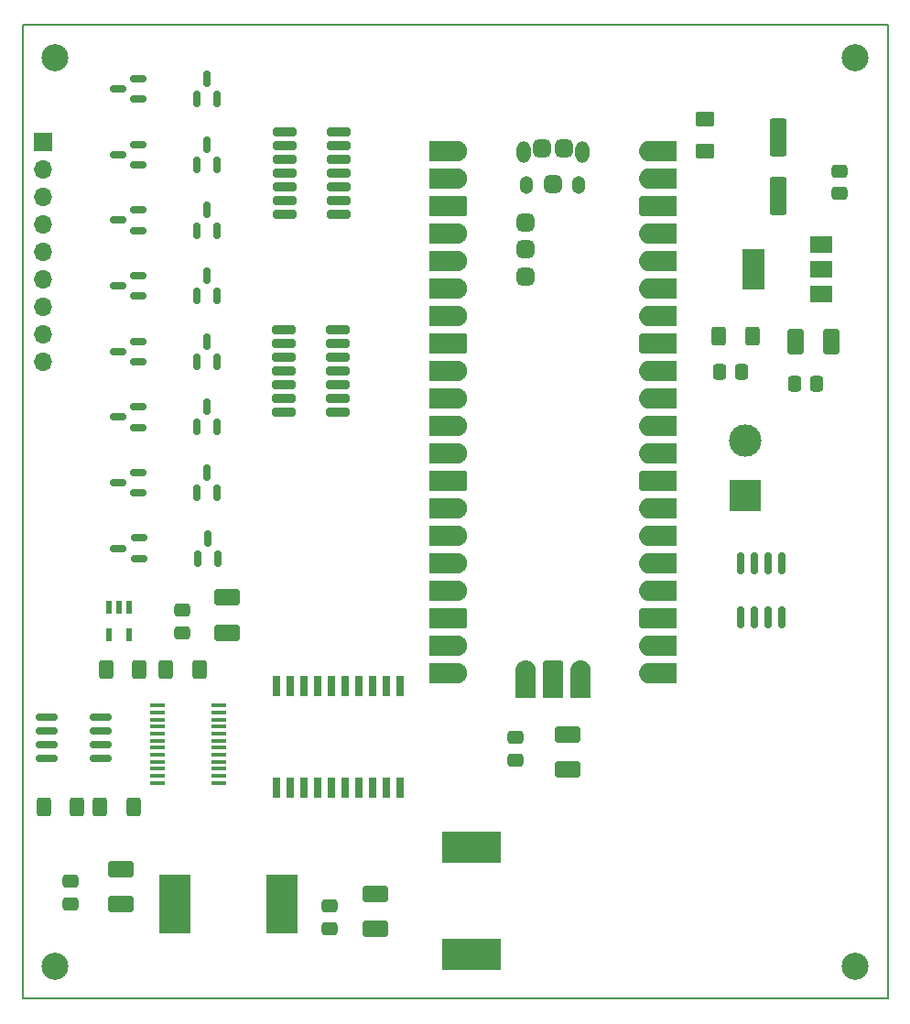
<source format=gbr>
%TF.GenerationSoftware,KiCad,Pcbnew,7.0.9*%
%TF.CreationDate,2024-04-08T13:16:24-03:00*%
%TF.ProjectId,v0.2,76302e32-2e6b-4696-9361-645f70636258,rev?*%
%TF.SameCoordinates,Original*%
%TF.FileFunction,Soldermask,Top*%
%TF.FilePolarity,Negative*%
%FSLAX46Y46*%
G04 Gerber Fmt 4.6, Leading zero omitted, Abs format (unit mm)*
G04 Created by KiCad (PCBNEW 7.0.9) date 2024-04-08 13:16:24*
%MOMM*%
%LPD*%
G01*
G04 APERTURE LIST*
G04 Aperture macros list*
%AMRoundRect*
0 Rectangle with rounded corners*
0 $1 Rounding radius*
0 $2 $3 $4 $5 $6 $7 $8 $9 X,Y pos of 4 corners*
0 Add a 4 corners polygon primitive as box body*
4,1,4,$2,$3,$4,$5,$6,$7,$8,$9,$2,$3,0*
0 Add four circle primitives for the rounded corners*
1,1,$1+$1,$2,$3*
1,1,$1+$1,$4,$5*
1,1,$1+$1,$6,$7*
1,1,$1+$1,$8,$9*
0 Add four rect primitives between the rounded corners*
20,1,$1+$1,$2,$3,$4,$5,0*
20,1,$1+$1,$4,$5,$6,$7,0*
20,1,$1+$1,$6,$7,$8,$9,0*
20,1,$1+$1,$8,$9,$2,$3,0*%
G04 Aperture macros list end*
%ADD10C,0.010000*%
%ADD11R,1.411198X0.364800*%
%ADD12RoundRect,0.150000X0.150000X-0.587500X0.150000X0.587500X-0.150000X0.587500X-0.150000X-0.587500X0*%
%ADD13RoundRect,0.143300X-0.943700X-0.253700X0.943700X-0.253700X0.943700X0.253700X-0.943700X0.253700X0*%
%ADD14RoundRect,0.250000X-0.400000X-0.625000X0.400000X-0.625000X0.400000X0.625000X-0.400000X0.625000X0*%
%ADD15C,2.500000*%
%ADD16RoundRect,0.250000X-0.475000X0.337500X-0.475000X-0.337500X0.475000X-0.337500X0.475000X0.337500X0*%
%ADD17RoundRect,0.150000X0.587500X0.150000X-0.587500X0.150000X-0.587500X-0.150000X0.587500X-0.150000X0*%
%ADD18R,0.650000X1.950000*%
%ADD19RoundRect,0.250000X0.400000X0.625000X-0.400000X0.625000X-0.400000X-0.625000X0.400000X-0.625000X0*%
%ADD20RoundRect,0.250000X-0.337500X-0.475000X0.337500X-0.475000X0.337500X0.475000X-0.337500X0.475000X0*%
%ADD21RoundRect,0.250001X0.924999X-0.499999X0.924999X0.499999X-0.924999X0.499999X-0.924999X-0.499999X0*%
%ADD22RoundRect,0.250001X0.624999X-0.462499X0.624999X0.462499X-0.624999X0.462499X-0.624999X-0.462499X0*%
%ADD23R,1.700000X1.700000*%
%ADD24O,1.700000X1.700000*%
%ADD25RoundRect,0.150000X0.825000X0.150000X-0.825000X0.150000X-0.825000X-0.150000X0.825000X-0.150000X0*%
%ADD26RoundRect,0.250000X0.475000X-0.337500X0.475000X0.337500X-0.475000X0.337500X-0.475000X-0.337500X0*%
%ADD27O,1.304000X2.004000*%
%ADD28O,1.254000X1.654000*%
%ADD29RoundRect,0.552000X-0.300000X-0.300000X0.300000X-0.300000X0.300000X0.300000X-0.300000X0.300000X0*%
%ADD30RoundRect,0.250001X-0.924999X0.499999X-0.924999X-0.499999X0.924999X-0.499999X0.924999X0.499999X0*%
%ADD31R,0.600000X1.200000*%
%ADD32R,2.900000X5.400000*%
%ADD33RoundRect,0.250000X0.550000X-1.500000X0.550000X1.500000X-0.550000X1.500000X-0.550000X-1.500000X0*%
%ADD34R,2.000000X1.500000*%
%ADD35R,2.000000X3.800000*%
%ADD36R,3.000000X3.000000*%
%ADD37C,3.000000*%
%ADD38RoundRect,0.150000X-0.150000X0.825000X-0.150000X-0.825000X0.150000X-0.825000X0.150000X0.825000X0*%
%ADD39RoundRect,0.250001X-0.499999X-0.924999X0.499999X-0.924999X0.499999X0.924999X-0.499999X0.924999X0*%
%ADD40R,5.400000X2.900000*%
%TA.AperFunction,Profile*%
%ADD41C,0.200000*%
%TD*%
G04 APERTURE END LIST*
%TO.C,U3*%
D10*
X90167000Y-60721000D02*
X90214000Y-60725000D01*
X90261000Y-60731000D01*
X90307000Y-60740000D01*
X90353000Y-60751000D01*
X90398000Y-60764000D01*
X90443000Y-60780000D01*
X90486000Y-60798000D01*
X90529000Y-60818000D01*
X90570000Y-60841000D01*
X90610000Y-60865000D01*
X90649000Y-60892000D01*
X90686000Y-60921000D01*
X90722000Y-60951000D01*
X90756000Y-60984000D01*
X90789000Y-61018000D01*
X90819000Y-61054000D01*
X90848000Y-61091000D01*
X90875000Y-61130000D01*
X90899000Y-61170000D01*
X90922000Y-61211000D01*
X90942000Y-61254000D01*
X90960000Y-61297000D01*
X90976000Y-61342000D01*
X90989000Y-61387000D01*
X91000000Y-61433000D01*
X91009000Y-61479000D01*
X91015000Y-61526000D01*
X91019000Y-61573000D01*
X91020000Y-61620000D01*
X91019000Y-61667000D01*
X91015000Y-61714000D01*
X91009000Y-61761000D01*
X91000000Y-61807000D01*
X90989000Y-61853000D01*
X90976000Y-61898000D01*
X90960000Y-61943000D01*
X90942000Y-61986000D01*
X90922000Y-62029000D01*
X90899000Y-62070000D01*
X90875000Y-62110000D01*
X90848000Y-62149000D01*
X90819000Y-62186000D01*
X90789000Y-62222000D01*
X90756000Y-62256000D01*
X90722000Y-62289000D01*
X90686000Y-62319000D01*
X90649000Y-62348000D01*
X90610000Y-62375000D01*
X90570000Y-62399000D01*
X90529000Y-62422000D01*
X90486000Y-62442000D01*
X90443000Y-62460000D01*
X90398000Y-62476000D01*
X90353000Y-62489000D01*
X90307000Y-62500000D01*
X90261000Y-62509000D01*
X90214000Y-62515000D01*
X90167000Y-62519000D01*
X90120000Y-62520000D01*
X87620000Y-62520000D01*
X87620000Y-60720000D01*
X90120000Y-60720000D01*
X90167000Y-60721000D01*
G36*
X90167000Y-60721000D02*
G01*
X90214000Y-60725000D01*
X90261000Y-60731000D01*
X90307000Y-60740000D01*
X90353000Y-60751000D01*
X90398000Y-60764000D01*
X90443000Y-60780000D01*
X90486000Y-60798000D01*
X90529000Y-60818000D01*
X90570000Y-60841000D01*
X90610000Y-60865000D01*
X90649000Y-60892000D01*
X90686000Y-60921000D01*
X90722000Y-60951000D01*
X90756000Y-60984000D01*
X90789000Y-61018000D01*
X90819000Y-61054000D01*
X90848000Y-61091000D01*
X90875000Y-61130000D01*
X90899000Y-61170000D01*
X90922000Y-61211000D01*
X90942000Y-61254000D01*
X90960000Y-61297000D01*
X90976000Y-61342000D01*
X90989000Y-61387000D01*
X91000000Y-61433000D01*
X91009000Y-61479000D01*
X91015000Y-61526000D01*
X91019000Y-61573000D01*
X91020000Y-61620000D01*
X91019000Y-61667000D01*
X91015000Y-61714000D01*
X91009000Y-61761000D01*
X91000000Y-61807000D01*
X90989000Y-61853000D01*
X90976000Y-61898000D01*
X90960000Y-61943000D01*
X90942000Y-61986000D01*
X90922000Y-62029000D01*
X90899000Y-62070000D01*
X90875000Y-62110000D01*
X90848000Y-62149000D01*
X90819000Y-62186000D01*
X90789000Y-62222000D01*
X90756000Y-62256000D01*
X90722000Y-62289000D01*
X90686000Y-62319000D01*
X90649000Y-62348000D01*
X90610000Y-62375000D01*
X90570000Y-62399000D01*
X90529000Y-62422000D01*
X90486000Y-62442000D01*
X90443000Y-62460000D01*
X90398000Y-62476000D01*
X90353000Y-62489000D01*
X90307000Y-62500000D01*
X90261000Y-62509000D01*
X90214000Y-62515000D01*
X90167000Y-62519000D01*
X90120000Y-62520000D01*
X87620000Y-62520000D01*
X87620000Y-60720000D01*
X90120000Y-60720000D01*
X90167000Y-60721000D01*
G37*
X90167000Y-63261000D02*
X90214000Y-63265000D01*
X90261000Y-63271000D01*
X90307000Y-63280000D01*
X90353000Y-63291000D01*
X90398000Y-63304000D01*
X90443000Y-63320000D01*
X90486000Y-63338000D01*
X90529000Y-63358000D01*
X90570000Y-63381000D01*
X90610000Y-63405000D01*
X90649000Y-63432000D01*
X90686000Y-63461000D01*
X90722000Y-63491000D01*
X90756000Y-63524000D01*
X90789000Y-63558000D01*
X90819000Y-63594000D01*
X90848000Y-63631000D01*
X90875000Y-63670000D01*
X90899000Y-63710000D01*
X90922000Y-63751000D01*
X90942000Y-63794000D01*
X90960000Y-63837000D01*
X90976000Y-63882000D01*
X90989000Y-63927000D01*
X91000000Y-63973000D01*
X91009000Y-64019000D01*
X91015000Y-64066000D01*
X91019000Y-64113000D01*
X91020000Y-64160000D01*
X91019000Y-64207000D01*
X91015000Y-64254000D01*
X91009000Y-64301000D01*
X91000000Y-64347000D01*
X90989000Y-64393000D01*
X90976000Y-64438000D01*
X90960000Y-64483000D01*
X90942000Y-64526000D01*
X90922000Y-64569000D01*
X90899000Y-64610000D01*
X90875000Y-64650000D01*
X90848000Y-64689000D01*
X90819000Y-64726000D01*
X90789000Y-64762000D01*
X90756000Y-64796000D01*
X90722000Y-64829000D01*
X90686000Y-64859000D01*
X90649000Y-64888000D01*
X90610000Y-64915000D01*
X90570000Y-64939000D01*
X90529000Y-64962000D01*
X90486000Y-64982000D01*
X90443000Y-65000000D01*
X90398000Y-65016000D01*
X90353000Y-65029000D01*
X90307000Y-65040000D01*
X90261000Y-65049000D01*
X90214000Y-65055000D01*
X90167000Y-65059000D01*
X90120000Y-65060000D01*
X87620000Y-65060000D01*
X87620000Y-63260000D01*
X90120000Y-63260000D01*
X90167000Y-63261000D01*
G36*
X90167000Y-63261000D02*
G01*
X90214000Y-63265000D01*
X90261000Y-63271000D01*
X90307000Y-63280000D01*
X90353000Y-63291000D01*
X90398000Y-63304000D01*
X90443000Y-63320000D01*
X90486000Y-63338000D01*
X90529000Y-63358000D01*
X90570000Y-63381000D01*
X90610000Y-63405000D01*
X90649000Y-63432000D01*
X90686000Y-63461000D01*
X90722000Y-63491000D01*
X90756000Y-63524000D01*
X90789000Y-63558000D01*
X90819000Y-63594000D01*
X90848000Y-63631000D01*
X90875000Y-63670000D01*
X90899000Y-63710000D01*
X90922000Y-63751000D01*
X90942000Y-63794000D01*
X90960000Y-63837000D01*
X90976000Y-63882000D01*
X90989000Y-63927000D01*
X91000000Y-63973000D01*
X91009000Y-64019000D01*
X91015000Y-64066000D01*
X91019000Y-64113000D01*
X91020000Y-64160000D01*
X91019000Y-64207000D01*
X91015000Y-64254000D01*
X91009000Y-64301000D01*
X91000000Y-64347000D01*
X90989000Y-64393000D01*
X90976000Y-64438000D01*
X90960000Y-64483000D01*
X90942000Y-64526000D01*
X90922000Y-64569000D01*
X90899000Y-64610000D01*
X90875000Y-64650000D01*
X90848000Y-64689000D01*
X90819000Y-64726000D01*
X90789000Y-64762000D01*
X90756000Y-64796000D01*
X90722000Y-64829000D01*
X90686000Y-64859000D01*
X90649000Y-64888000D01*
X90610000Y-64915000D01*
X90570000Y-64939000D01*
X90529000Y-64962000D01*
X90486000Y-64982000D01*
X90443000Y-65000000D01*
X90398000Y-65016000D01*
X90353000Y-65029000D01*
X90307000Y-65040000D01*
X90261000Y-65049000D01*
X90214000Y-65055000D01*
X90167000Y-65059000D01*
X90120000Y-65060000D01*
X87620000Y-65060000D01*
X87620000Y-63260000D01*
X90120000Y-63260000D01*
X90167000Y-63261000D01*
G37*
X90167000Y-68341000D02*
X90214000Y-68345000D01*
X90261000Y-68351000D01*
X90307000Y-68360000D01*
X90353000Y-68371000D01*
X90398000Y-68384000D01*
X90443000Y-68400000D01*
X90486000Y-68418000D01*
X90529000Y-68438000D01*
X90570000Y-68461000D01*
X90610000Y-68485000D01*
X90649000Y-68512000D01*
X90686000Y-68541000D01*
X90722000Y-68571000D01*
X90756000Y-68604000D01*
X90789000Y-68638000D01*
X90819000Y-68674000D01*
X90848000Y-68711000D01*
X90875000Y-68750000D01*
X90899000Y-68790000D01*
X90922000Y-68831000D01*
X90942000Y-68874000D01*
X90960000Y-68917000D01*
X90976000Y-68962000D01*
X90989000Y-69007000D01*
X91000000Y-69053000D01*
X91009000Y-69099000D01*
X91015000Y-69146000D01*
X91019000Y-69193000D01*
X91020000Y-69240000D01*
X91019000Y-69287000D01*
X91015000Y-69334000D01*
X91009000Y-69381000D01*
X91000000Y-69427000D01*
X90989000Y-69473000D01*
X90976000Y-69518000D01*
X90960000Y-69563000D01*
X90942000Y-69606000D01*
X90922000Y-69649000D01*
X90899000Y-69690000D01*
X90875000Y-69730000D01*
X90848000Y-69769000D01*
X90819000Y-69806000D01*
X90789000Y-69842000D01*
X90756000Y-69876000D01*
X90722000Y-69909000D01*
X90686000Y-69939000D01*
X90649000Y-69968000D01*
X90610000Y-69995000D01*
X90570000Y-70019000D01*
X90529000Y-70042000D01*
X90486000Y-70062000D01*
X90443000Y-70080000D01*
X90398000Y-70096000D01*
X90353000Y-70109000D01*
X90307000Y-70120000D01*
X90261000Y-70129000D01*
X90214000Y-70135000D01*
X90167000Y-70139000D01*
X90120000Y-70140000D01*
X87620000Y-70140000D01*
X87620000Y-68340000D01*
X90120000Y-68340000D01*
X90167000Y-68341000D01*
G36*
X90167000Y-68341000D02*
G01*
X90214000Y-68345000D01*
X90261000Y-68351000D01*
X90307000Y-68360000D01*
X90353000Y-68371000D01*
X90398000Y-68384000D01*
X90443000Y-68400000D01*
X90486000Y-68418000D01*
X90529000Y-68438000D01*
X90570000Y-68461000D01*
X90610000Y-68485000D01*
X90649000Y-68512000D01*
X90686000Y-68541000D01*
X90722000Y-68571000D01*
X90756000Y-68604000D01*
X90789000Y-68638000D01*
X90819000Y-68674000D01*
X90848000Y-68711000D01*
X90875000Y-68750000D01*
X90899000Y-68790000D01*
X90922000Y-68831000D01*
X90942000Y-68874000D01*
X90960000Y-68917000D01*
X90976000Y-68962000D01*
X90989000Y-69007000D01*
X91000000Y-69053000D01*
X91009000Y-69099000D01*
X91015000Y-69146000D01*
X91019000Y-69193000D01*
X91020000Y-69240000D01*
X91019000Y-69287000D01*
X91015000Y-69334000D01*
X91009000Y-69381000D01*
X91000000Y-69427000D01*
X90989000Y-69473000D01*
X90976000Y-69518000D01*
X90960000Y-69563000D01*
X90942000Y-69606000D01*
X90922000Y-69649000D01*
X90899000Y-69690000D01*
X90875000Y-69730000D01*
X90848000Y-69769000D01*
X90819000Y-69806000D01*
X90789000Y-69842000D01*
X90756000Y-69876000D01*
X90722000Y-69909000D01*
X90686000Y-69939000D01*
X90649000Y-69968000D01*
X90610000Y-69995000D01*
X90570000Y-70019000D01*
X90529000Y-70042000D01*
X90486000Y-70062000D01*
X90443000Y-70080000D01*
X90398000Y-70096000D01*
X90353000Y-70109000D01*
X90307000Y-70120000D01*
X90261000Y-70129000D01*
X90214000Y-70135000D01*
X90167000Y-70139000D01*
X90120000Y-70140000D01*
X87620000Y-70140000D01*
X87620000Y-68340000D01*
X90120000Y-68340000D01*
X90167000Y-68341000D01*
G37*
X90167000Y-70881000D02*
X90214000Y-70885000D01*
X90261000Y-70891000D01*
X90307000Y-70900000D01*
X90353000Y-70911000D01*
X90398000Y-70924000D01*
X90443000Y-70940000D01*
X90486000Y-70958000D01*
X90529000Y-70978000D01*
X90570000Y-71001000D01*
X90610000Y-71025000D01*
X90649000Y-71052000D01*
X90686000Y-71081000D01*
X90722000Y-71111000D01*
X90756000Y-71144000D01*
X90789000Y-71178000D01*
X90819000Y-71214000D01*
X90848000Y-71251000D01*
X90875000Y-71290000D01*
X90899000Y-71330000D01*
X90922000Y-71371000D01*
X90942000Y-71414000D01*
X90960000Y-71457000D01*
X90976000Y-71502000D01*
X90989000Y-71547000D01*
X91000000Y-71593000D01*
X91009000Y-71639000D01*
X91015000Y-71686000D01*
X91019000Y-71733000D01*
X91020000Y-71780000D01*
X91019000Y-71827000D01*
X91015000Y-71874000D01*
X91009000Y-71921000D01*
X91000000Y-71967000D01*
X90989000Y-72013000D01*
X90976000Y-72058000D01*
X90960000Y-72103000D01*
X90942000Y-72146000D01*
X90922000Y-72189000D01*
X90899000Y-72230000D01*
X90875000Y-72270000D01*
X90848000Y-72309000D01*
X90819000Y-72346000D01*
X90789000Y-72382000D01*
X90756000Y-72416000D01*
X90722000Y-72449000D01*
X90686000Y-72479000D01*
X90649000Y-72508000D01*
X90610000Y-72535000D01*
X90570000Y-72559000D01*
X90529000Y-72582000D01*
X90486000Y-72602000D01*
X90443000Y-72620000D01*
X90398000Y-72636000D01*
X90353000Y-72649000D01*
X90307000Y-72660000D01*
X90261000Y-72669000D01*
X90214000Y-72675000D01*
X90167000Y-72679000D01*
X90120000Y-72680000D01*
X87620000Y-72680000D01*
X87620000Y-70880000D01*
X90120000Y-70880000D01*
X90167000Y-70881000D01*
G36*
X90167000Y-70881000D02*
G01*
X90214000Y-70885000D01*
X90261000Y-70891000D01*
X90307000Y-70900000D01*
X90353000Y-70911000D01*
X90398000Y-70924000D01*
X90443000Y-70940000D01*
X90486000Y-70958000D01*
X90529000Y-70978000D01*
X90570000Y-71001000D01*
X90610000Y-71025000D01*
X90649000Y-71052000D01*
X90686000Y-71081000D01*
X90722000Y-71111000D01*
X90756000Y-71144000D01*
X90789000Y-71178000D01*
X90819000Y-71214000D01*
X90848000Y-71251000D01*
X90875000Y-71290000D01*
X90899000Y-71330000D01*
X90922000Y-71371000D01*
X90942000Y-71414000D01*
X90960000Y-71457000D01*
X90976000Y-71502000D01*
X90989000Y-71547000D01*
X91000000Y-71593000D01*
X91009000Y-71639000D01*
X91015000Y-71686000D01*
X91019000Y-71733000D01*
X91020000Y-71780000D01*
X91019000Y-71827000D01*
X91015000Y-71874000D01*
X91009000Y-71921000D01*
X91000000Y-71967000D01*
X90989000Y-72013000D01*
X90976000Y-72058000D01*
X90960000Y-72103000D01*
X90942000Y-72146000D01*
X90922000Y-72189000D01*
X90899000Y-72230000D01*
X90875000Y-72270000D01*
X90848000Y-72309000D01*
X90819000Y-72346000D01*
X90789000Y-72382000D01*
X90756000Y-72416000D01*
X90722000Y-72449000D01*
X90686000Y-72479000D01*
X90649000Y-72508000D01*
X90610000Y-72535000D01*
X90570000Y-72559000D01*
X90529000Y-72582000D01*
X90486000Y-72602000D01*
X90443000Y-72620000D01*
X90398000Y-72636000D01*
X90353000Y-72649000D01*
X90307000Y-72660000D01*
X90261000Y-72669000D01*
X90214000Y-72675000D01*
X90167000Y-72679000D01*
X90120000Y-72680000D01*
X87620000Y-72680000D01*
X87620000Y-70880000D01*
X90120000Y-70880000D01*
X90167000Y-70881000D01*
G37*
X90167000Y-73421000D02*
X90214000Y-73425000D01*
X90261000Y-73431000D01*
X90307000Y-73440000D01*
X90353000Y-73451000D01*
X90398000Y-73464000D01*
X90443000Y-73480000D01*
X90486000Y-73498000D01*
X90529000Y-73518000D01*
X90570000Y-73541000D01*
X90610000Y-73565000D01*
X90649000Y-73592000D01*
X90686000Y-73621000D01*
X90722000Y-73651000D01*
X90756000Y-73684000D01*
X90789000Y-73718000D01*
X90819000Y-73754000D01*
X90848000Y-73791000D01*
X90875000Y-73830000D01*
X90899000Y-73870000D01*
X90922000Y-73911000D01*
X90942000Y-73954000D01*
X90960000Y-73997000D01*
X90976000Y-74042000D01*
X90989000Y-74087000D01*
X91000000Y-74133000D01*
X91009000Y-74179000D01*
X91015000Y-74226000D01*
X91019000Y-74273000D01*
X91020000Y-74320000D01*
X91019000Y-74367000D01*
X91015000Y-74414000D01*
X91009000Y-74461000D01*
X91000000Y-74507000D01*
X90989000Y-74553000D01*
X90976000Y-74598000D01*
X90960000Y-74643000D01*
X90942000Y-74686000D01*
X90922000Y-74729000D01*
X90899000Y-74770000D01*
X90875000Y-74810000D01*
X90848000Y-74849000D01*
X90819000Y-74886000D01*
X90789000Y-74922000D01*
X90756000Y-74956000D01*
X90722000Y-74989000D01*
X90686000Y-75019000D01*
X90649000Y-75048000D01*
X90610000Y-75075000D01*
X90570000Y-75099000D01*
X90529000Y-75122000D01*
X90486000Y-75142000D01*
X90443000Y-75160000D01*
X90398000Y-75176000D01*
X90353000Y-75189000D01*
X90307000Y-75200000D01*
X90261000Y-75209000D01*
X90214000Y-75215000D01*
X90167000Y-75219000D01*
X90120000Y-75220000D01*
X87620000Y-75220000D01*
X87620000Y-73420000D01*
X90120000Y-73420000D01*
X90167000Y-73421000D01*
G36*
X90167000Y-73421000D02*
G01*
X90214000Y-73425000D01*
X90261000Y-73431000D01*
X90307000Y-73440000D01*
X90353000Y-73451000D01*
X90398000Y-73464000D01*
X90443000Y-73480000D01*
X90486000Y-73498000D01*
X90529000Y-73518000D01*
X90570000Y-73541000D01*
X90610000Y-73565000D01*
X90649000Y-73592000D01*
X90686000Y-73621000D01*
X90722000Y-73651000D01*
X90756000Y-73684000D01*
X90789000Y-73718000D01*
X90819000Y-73754000D01*
X90848000Y-73791000D01*
X90875000Y-73830000D01*
X90899000Y-73870000D01*
X90922000Y-73911000D01*
X90942000Y-73954000D01*
X90960000Y-73997000D01*
X90976000Y-74042000D01*
X90989000Y-74087000D01*
X91000000Y-74133000D01*
X91009000Y-74179000D01*
X91015000Y-74226000D01*
X91019000Y-74273000D01*
X91020000Y-74320000D01*
X91019000Y-74367000D01*
X91015000Y-74414000D01*
X91009000Y-74461000D01*
X91000000Y-74507000D01*
X90989000Y-74553000D01*
X90976000Y-74598000D01*
X90960000Y-74643000D01*
X90942000Y-74686000D01*
X90922000Y-74729000D01*
X90899000Y-74770000D01*
X90875000Y-74810000D01*
X90848000Y-74849000D01*
X90819000Y-74886000D01*
X90789000Y-74922000D01*
X90756000Y-74956000D01*
X90722000Y-74989000D01*
X90686000Y-75019000D01*
X90649000Y-75048000D01*
X90610000Y-75075000D01*
X90570000Y-75099000D01*
X90529000Y-75122000D01*
X90486000Y-75142000D01*
X90443000Y-75160000D01*
X90398000Y-75176000D01*
X90353000Y-75189000D01*
X90307000Y-75200000D01*
X90261000Y-75209000D01*
X90214000Y-75215000D01*
X90167000Y-75219000D01*
X90120000Y-75220000D01*
X87620000Y-75220000D01*
X87620000Y-73420000D01*
X90120000Y-73420000D01*
X90167000Y-73421000D01*
G37*
X90167000Y-75961000D02*
X90214000Y-75965000D01*
X90261000Y-75971000D01*
X90307000Y-75980000D01*
X90353000Y-75991000D01*
X90398000Y-76004000D01*
X90443000Y-76020000D01*
X90486000Y-76038000D01*
X90529000Y-76058000D01*
X90570000Y-76081000D01*
X90610000Y-76105000D01*
X90649000Y-76132000D01*
X90686000Y-76161000D01*
X90722000Y-76191000D01*
X90756000Y-76224000D01*
X90789000Y-76258000D01*
X90819000Y-76294000D01*
X90848000Y-76331000D01*
X90875000Y-76370000D01*
X90899000Y-76410000D01*
X90922000Y-76451000D01*
X90942000Y-76494000D01*
X90960000Y-76537000D01*
X90976000Y-76582000D01*
X90989000Y-76627000D01*
X91000000Y-76673000D01*
X91009000Y-76719000D01*
X91015000Y-76766000D01*
X91019000Y-76813000D01*
X91020000Y-76860000D01*
X91019000Y-76907000D01*
X91015000Y-76954000D01*
X91009000Y-77001000D01*
X91000000Y-77047000D01*
X90989000Y-77093000D01*
X90976000Y-77138000D01*
X90960000Y-77183000D01*
X90942000Y-77226000D01*
X90922000Y-77269000D01*
X90899000Y-77310000D01*
X90875000Y-77350000D01*
X90848000Y-77389000D01*
X90819000Y-77426000D01*
X90789000Y-77462000D01*
X90756000Y-77496000D01*
X90722000Y-77529000D01*
X90686000Y-77559000D01*
X90649000Y-77588000D01*
X90610000Y-77615000D01*
X90570000Y-77639000D01*
X90529000Y-77662000D01*
X90486000Y-77682000D01*
X90443000Y-77700000D01*
X90398000Y-77716000D01*
X90353000Y-77729000D01*
X90307000Y-77740000D01*
X90261000Y-77749000D01*
X90214000Y-77755000D01*
X90167000Y-77759000D01*
X90120000Y-77760000D01*
X87620000Y-77760000D01*
X87620000Y-75960000D01*
X90120000Y-75960000D01*
X90167000Y-75961000D01*
G36*
X90167000Y-75961000D02*
G01*
X90214000Y-75965000D01*
X90261000Y-75971000D01*
X90307000Y-75980000D01*
X90353000Y-75991000D01*
X90398000Y-76004000D01*
X90443000Y-76020000D01*
X90486000Y-76038000D01*
X90529000Y-76058000D01*
X90570000Y-76081000D01*
X90610000Y-76105000D01*
X90649000Y-76132000D01*
X90686000Y-76161000D01*
X90722000Y-76191000D01*
X90756000Y-76224000D01*
X90789000Y-76258000D01*
X90819000Y-76294000D01*
X90848000Y-76331000D01*
X90875000Y-76370000D01*
X90899000Y-76410000D01*
X90922000Y-76451000D01*
X90942000Y-76494000D01*
X90960000Y-76537000D01*
X90976000Y-76582000D01*
X90989000Y-76627000D01*
X91000000Y-76673000D01*
X91009000Y-76719000D01*
X91015000Y-76766000D01*
X91019000Y-76813000D01*
X91020000Y-76860000D01*
X91019000Y-76907000D01*
X91015000Y-76954000D01*
X91009000Y-77001000D01*
X91000000Y-77047000D01*
X90989000Y-77093000D01*
X90976000Y-77138000D01*
X90960000Y-77183000D01*
X90942000Y-77226000D01*
X90922000Y-77269000D01*
X90899000Y-77310000D01*
X90875000Y-77350000D01*
X90848000Y-77389000D01*
X90819000Y-77426000D01*
X90789000Y-77462000D01*
X90756000Y-77496000D01*
X90722000Y-77529000D01*
X90686000Y-77559000D01*
X90649000Y-77588000D01*
X90610000Y-77615000D01*
X90570000Y-77639000D01*
X90529000Y-77662000D01*
X90486000Y-77682000D01*
X90443000Y-77700000D01*
X90398000Y-77716000D01*
X90353000Y-77729000D01*
X90307000Y-77740000D01*
X90261000Y-77749000D01*
X90214000Y-77755000D01*
X90167000Y-77759000D01*
X90120000Y-77760000D01*
X87620000Y-77760000D01*
X87620000Y-75960000D01*
X90120000Y-75960000D01*
X90167000Y-75961000D01*
G37*
X90167000Y-81041000D02*
X90214000Y-81045000D01*
X90261000Y-81051000D01*
X90307000Y-81060000D01*
X90353000Y-81071000D01*
X90398000Y-81084000D01*
X90443000Y-81100000D01*
X90486000Y-81118000D01*
X90529000Y-81138000D01*
X90570000Y-81161000D01*
X90610000Y-81185000D01*
X90649000Y-81212000D01*
X90686000Y-81241000D01*
X90722000Y-81271000D01*
X90756000Y-81304000D01*
X90789000Y-81338000D01*
X90819000Y-81374000D01*
X90848000Y-81411000D01*
X90875000Y-81450000D01*
X90899000Y-81490000D01*
X90922000Y-81531000D01*
X90942000Y-81574000D01*
X90960000Y-81617000D01*
X90976000Y-81662000D01*
X90989000Y-81707000D01*
X91000000Y-81753000D01*
X91009000Y-81799000D01*
X91015000Y-81846000D01*
X91019000Y-81893000D01*
X91020000Y-81940000D01*
X91019000Y-81987000D01*
X91015000Y-82034000D01*
X91009000Y-82081000D01*
X91000000Y-82127000D01*
X90989000Y-82173000D01*
X90976000Y-82218000D01*
X90960000Y-82263000D01*
X90942000Y-82306000D01*
X90922000Y-82349000D01*
X90899000Y-82390000D01*
X90875000Y-82430000D01*
X90848000Y-82469000D01*
X90819000Y-82506000D01*
X90789000Y-82542000D01*
X90756000Y-82576000D01*
X90722000Y-82609000D01*
X90686000Y-82639000D01*
X90649000Y-82668000D01*
X90610000Y-82695000D01*
X90570000Y-82719000D01*
X90529000Y-82742000D01*
X90486000Y-82762000D01*
X90443000Y-82780000D01*
X90398000Y-82796000D01*
X90353000Y-82809000D01*
X90307000Y-82820000D01*
X90261000Y-82829000D01*
X90214000Y-82835000D01*
X90167000Y-82839000D01*
X90120000Y-82840000D01*
X87620000Y-82840000D01*
X87620000Y-81040000D01*
X90120000Y-81040000D01*
X90167000Y-81041000D01*
G36*
X90167000Y-81041000D02*
G01*
X90214000Y-81045000D01*
X90261000Y-81051000D01*
X90307000Y-81060000D01*
X90353000Y-81071000D01*
X90398000Y-81084000D01*
X90443000Y-81100000D01*
X90486000Y-81118000D01*
X90529000Y-81138000D01*
X90570000Y-81161000D01*
X90610000Y-81185000D01*
X90649000Y-81212000D01*
X90686000Y-81241000D01*
X90722000Y-81271000D01*
X90756000Y-81304000D01*
X90789000Y-81338000D01*
X90819000Y-81374000D01*
X90848000Y-81411000D01*
X90875000Y-81450000D01*
X90899000Y-81490000D01*
X90922000Y-81531000D01*
X90942000Y-81574000D01*
X90960000Y-81617000D01*
X90976000Y-81662000D01*
X90989000Y-81707000D01*
X91000000Y-81753000D01*
X91009000Y-81799000D01*
X91015000Y-81846000D01*
X91019000Y-81893000D01*
X91020000Y-81940000D01*
X91019000Y-81987000D01*
X91015000Y-82034000D01*
X91009000Y-82081000D01*
X91000000Y-82127000D01*
X90989000Y-82173000D01*
X90976000Y-82218000D01*
X90960000Y-82263000D01*
X90942000Y-82306000D01*
X90922000Y-82349000D01*
X90899000Y-82390000D01*
X90875000Y-82430000D01*
X90848000Y-82469000D01*
X90819000Y-82506000D01*
X90789000Y-82542000D01*
X90756000Y-82576000D01*
X90722000Y-82609000D01*
X90686000Y-82639000D01*
X90649000Y-82668000D01*
X90610000Y-82695000D01*
X90570000Y-82719000D01*
X90529000Y-82742000D01*
X90486000Y-82762000D01*
X90443000Y-82780000D01*
X90398000Y-82796000D01*
X90353000Y-82809000D01*
X90307000Y-82820000D01*
X90261000Y-82829000D01*
X90214000Y-82835000D01*
X90167000Y-82839000D01*
X90120000Y-82840000D01*
X87620000Y-82840000D01*
X87620000Y-81040000D01*
X90120000Y-81040000D01*
X90167000Y-81041000D01*
G37*
X90167000Y-83581000D02*
X90214000Y-83585000D01*
X90261000Y-83591000D01*
X90307000Y-83600000D01*
X90353000Y-83611000D01*
X90398000Y-83624000D01*
X90443000Y-83640000D01*
X90486000Y-83658000D01*
X90529000Y-83678000D01*
X90570000Y-83701000D01*
X90610000Y-83725000D01*
X90649000Y-83752000D01*
X90686000Y-83781000D01*
X90722000Y-83811000D01*
X90756000Y-83844000D01*
X90789000Y-83878000D01*
X90819000Y-83914000D01*
X90848000Y-83951000D01*
X90875000Y-83990000D01*
X90899000Y-84030000D01*
X90922000Y-84071000D01*
X90942000Y-84114000D01*
X90960000Y-84157000D01*
X90976000Y-84202000D01*
X90989000Y-84247000D01*
X91000000Y-84293000D01*
X91009000Y-84339000D01*
X91015000Y-84386000D01*
X91019000Y-84433000D01*
X91020000Y-84480000D01*
X91019000Y-84527000D01*
X91015000Y-84574000D01*
X91009000Y-84621000D01*
X91000000Y-84667000D01*
X90989000Y-84713000D01*
X90976000Y-84758000D01*
X90960000Y-84803000D01*
X90942000Y-84846000D01*
X90922000Y-84889000D01*
X90899000Y-84930000D01*
X90875000Y-84970000D01*
X90848000Y-85009000D01*
X90819000Y-85046000D01*
X90789000Y-85082000D01*
X90756000Y-85116000D01*
X90722000Y-85149000D01*
X90686000Y-85179000D01*
X90649000Y-85208000D01*
X90610000Y-85235000D01*
X90570000Y-85259000D01*
X90529000Y-85282000D01*
X90486000Y-85302000D01*
X90443000Y-85320000D01*
X90398000Y-85336000D01*
X90353000Y-85349000D01*
X90307000Y-85360000D01*
X90261000Y-85369000D01*
X90214000Y-85375000D01*
X90167000Y-85379000D01*
X90120000Y-85380000D01*
X87620000Y-85380000D01*
X87620000Y-83580000D01*
X90120000Y-83580000D01*
X90167000Y-83581000D01*
G36*
X90167000Y-83581000D02*
G01*
X90214000Y-83585000D01*
X90261000Y-83591000D01*
X90307000Y-83600000D01*
X90353000Y-83611000D01*
X90398000Y-83624000D01*
X90443000Y-83640000D01*
X90486000Y-83658000D01*
X90529000Y-83678000D01*
X90570000Y-83701000D01*
X90610000Y-83725000D01*
X90649000Y-83752000D01*
X90686000Y-83781000D01*
X90722000Y-83811000D01*
X90756000Y-83844000D01*
X90789000Y-83878000D01*
X90819000Y-83914000D01*
X90848000Y-83951000D01*
X90875000Y-83990000D01*
X90899000Y-84030000D01*
X90922000Y-84071000D01*
X90942000Y-84114000D01*
X90960000Y-84157000D01*
X90976000Y-84202000D01*
X90989000Y-84247000D01*
X91000000Y-84293000D01*
X91009000Y-84339000D01*
X91015000Y-84386000D01*
X91019000Y-84433000D01*
X91020000Y-84480000D01*
X91019000Y-84527000D01*
X91015000Y-84574000D01*
X91009000Y-84621000D01*
X91000000Y-84667000D01*
X90989000Y-84713000D01*
X90976000Y-84758000D01*
X90960000Y-84803000D01*
X90942000Y-84846000D01*
X90922000Y-84889000D01*
X90899000Y-84930000D01*
X90875000Y-84970000D01*
X90848000Y-85009000D01*
X90819000Y-85046000D01*
X90789000Y-85082000D01*
X90756000Y-85116000D01*
X90722000Y-85149000D01*
X90686000Y-85179000D01*
X90649000Y-85208000D01*
X90610000Y-85235000D01*
X90570000Y-85259000D01*
X90529000Y-85282000D01*
X90486000Y-85302000D01*
X90443000Y-85320000D01*
X90398000Y-85336000D01*
X90353000Y-85349000D01*
X90307000Y-85360000D01*
X90261000Y-85369000D01*
X90214000Y-85375000D01*
X90167000Y-85379000D01*
X90120000Y-85380000D01*
X87620000Y-85380000D01*
X87620000Y-83580000D01*
X90120000Y-83580000D01*
X90167000Y-83581000D01*
G37*
X90167000Y-86121000D02*
X90214000Y-86125000D01*
X90261000Y-86131000D01*
X90307000Y-86140000D01*
X90353000Y-86151000D01*
X90398000Y-86164000D01*
X90443000Y-86180000D01*
X90486000Y-86198000D01*
X90529000Y-86218000D01*
X90570000Y-86241000D01*
X90610000Y-86265000D01*
X90649000Y-86292000D01*
X90686000Y-86321000D01*
X90722000Y-86351000D01*
X90756000Y-86384000D01*
X90789000Y-86418000D01*
X90819000Y-86454000D01*
X90848000Y-86491000D01*
X90875000Y-86530000D01*
X90899000Y-86570000D01*
X90922000Y-86611000D01*
X90942000Y-86654000D01*
X90960000Y-86697000D01*
X90976000Y-86742000D01*
X90989000Y-86787000D01*
X91000000Y-86833000D01*
X91009000Y-86879000D01*
X91015000Y-86926000D01*
X91019000Y-86973000D01*
X91020000Y-87020000D01*
X91019000Y-87067000D01*
X91015000Y-87114000D01*
X91009000Y-87161000D01*
X91000000Y-87207000D01*
X90989000Y-87253000D01*
X90976000Y-87298000D01*
X90960000Y-87343000D01*
X90942000Y-87386000D01*
X90922000Y-87429000D01*
X90899000Y-87470000D01*
X90875000Y-87510000D01*
X90848000Y-87549000D01*
X90819000Y-87586000D01*
X90789000Y-87622000D01*
X90756000Y-87656000D01*
X90722000Y-87689000D01*
X90686000Y-87719000D01*
X90649000Y-87748000D01*
X90610000Y-87775000D01*
X90570000Y-87799000D01*
X90529000Y-87822000D01*
X90486000Y-87842000D01*
X90443000Y-87860000D01*
X90398000Y-87876000D01*
X90353000Y-87889000D01*
X90307000Y-87900000D01*
X90261000Y-87909000D01*
X90214000Y-87915000D01*
X90167000Y-87919000D01*
X90120000Y-87920000D01*
X87620000Y-87920000D01*
X87620000Y-86120000D01*
X90120000Y-86120000D01*
X90167000Y-86121000D01*
G36*
X90167000Y-86121000D02*
G01*
X90214000Y-86125000D01*
X90261000Y-86131000D01*
X90307000Y-86140000D01*
X90353000Y-86151000D01*
X90398000Y-86164000D01*
X90443000Y-86180000D01*
X90486000Y-86198000D01*
X90529000Y-86218000D01*
X90570000Y-86241000D01*
X90610000Y-86265000D01*
X90649000Y-86292000D01*
X90686000Y-86321000D01*
X90722000Y-86351000D01*
X90756000Y-86384000D01*
X90789000Y-86418000D01*
X90819000Y-86454000D01*
X90848000Y-86491000D01*
X90875000Y-86530000D01*
X90899000Y-86570000D01*
X90922000Y-86611000D01*
X90942000Y-86654000D01*
X90960000Y-86697000D01*
X90976000Y-86742000D01*
X90989000Y-86787000D01*
X91000000Y-86833000D01*
X91009000Y-86879000D01*
X91015000Y-86926000D01*
X91019000Y-86973000D01*
X91020000Y-87020000D01*
X91019000Y-87067000D01*
X91015000Y-87114000D01*
X91009000Y-87161000D01*
X91000000Y-87207000D01*
X90989000Y-87253000D01*
X90976000Y-87298000D01*
X90960000Y-87343000D01*
X90942000Y-87386000D01*
X90922000Y-87429000D01*
X90899000Y-87470000D01*
X90875000Y-87510000D01*
X90848000Y-87549000D01*
X90819000Y-87586000D01*
X90789000Y-87622000D01*
X90756000Y-87656000D01*
X90722000Y-87689000D01*
X90686000Y-87719000D01*
X90649000Y-87748000D01*
X90610000Y-87775000D01*
X90570000Y-87799000D01*
X90529000Y-87822000D01*
X90486000Y-87842000D01*
X90443000Y-87860000D01*
X90398000Y-87876000D01*
X90353000Y-87889000D01*
X90307000Y-87900000D01*
X90261000Y-87909000D01*
X90214000Y-87915000D01*
X90167000Y-87919000D01*
X90120000Y-87920000D01*
X87620000Y-87920000D01*
X87620000Y-86120000D01*
X90120000Y-86120000D01*
X90167000Y-86121000D01*
G37*
X90167000Y-88661000D02*
X90214000Y-88665000D01*
X90261000Y-88671000D01*
X90307000Y-88680000D01*
X90353000Y-88691000D01*
X90398000Y-88704000D01*
X90443000Y-88720000D01*
X90486000Y-88738000D01*
X90529000Y-88758000D01*
X90570000Y-88781000D01*
X90610000Y-88805000D01*
X90649000Y-88832000D01*
X90686000Y-88861000D01*
X90722000Y-88891000D01*
X90756000Y-88924000D01*
X90789000Y-88958000D01*
X90819000Y-88994000D01*
X90848000Y-89031000D01*
X90875000Y-89070000D01*
X90899000Y-89110000D01*
X90922000Y-89151000D01*
X90942000Y-89194000D01*
X90960000Y-89237000D01*
X90976000Y-89282000D01*
X90989000Y-89327000D01*
X91000000Y-89373000D01*
X91009000Y-89419000D01*
X91015000Y-89466000D01*
X91019000Y-89513000D01*
X91020000Y-89560000D01*
X91019000Y-89607000D01*
X91015000Y-89654000D01*
X91009000Y-89701000D01*
X91000000Y-89747000D01*
X90989000Y-89793000D01*
X90976000Y-89838000D01*
X90960000Y-89883000D01*
X90942000Y-89926000D01*
X90922000Y-89969000D01*
X90899000Y-90010000D01*
X90875000Y-90050000D01*
X90848000Y-90089000D01*
X90819000Y-90126000D01*
X90789000Y-90162000D01*
X90756000Y-90196000D01*
X90722000Y-90229000D01*
X90686000Y-90259000D01*
X90649000Y-90288000D01*
X90610000Y-90315000D01*
X90570000Y-90339000D01*
X90529000Y-90362000D01*
X90486000Y-90382000D01*
X90443000Y-90400000D01*
X90398000Y-90416000D01*
X90353000Y-90429000D01*
X90307000Y-90440000D01*
X90261000Y-90449000D01*
X90214000Y-90455000D01*
X90167000Y-90459000D01*
X90120000Y-90460000D01*
X87620000Y-90460000D01*
X87620000Y-88660000D01*
X90120000Y-88660000D01*
X90167000Y-88661000D01*
G36*
X90167000Y-88661000D02*
G01*
X90214000Y-88665000D01*
X90261000Y-88671000D01*
X90307000Y-88680000D01*
X90353000Y-88691000D01*
X90398000Y-88704000D01*
X90443000Y-88720000D01*
X90486000Y-88738000D01*
X90529000Y-88758000D01*
X90570000Y-88781000D01*
X90610000Y-88805000D01*
X90649000Y-88832000D01*
X90686000Y-88861000D01*
X90722000Y-88891000D01*
X90756000Y-88924000D01*
X90789000Y-88958000D01*
X90819000Y-88994000D01*
X90848000Y-89031000D01*
X90875000Y-89070000D01*
X90899000Y-89110000D01*
X90922000Y-89151000D01*
X90942000Y-89194000D01*
X90960000Y-89237000D01*
X90976000Y-89282000D01*
X90989000Y-89327000D01*
X91000000Y-89373000D01*
X91009000Y-89419000D01*
X91015000Y-89466000D01*
X91019000Y-89513000D01*
X91020000Y-89560000D01*
X91019000Y-89607000D01*
X91015000Y-89654000D01*
X91009000Y-89701000D01*
X91000000Y-89747000D01*
X90989000Y-89793000D01*
X90976000Y-89838000D01*
X90960000Y-89883000D01*
X90942000Y-89926000D01*
X90922000Y-89969000D01*
X90899000Y-90010000D01*
X90875000Y-90050000D01*
X90848000Y-90089000D01*
X90819000Y-90126000D01*
X90789000Y-90162000D01*
X90756000Y-90196000D01*
X90722000Y-90229000D01*
X90686000Y-90259000D01*
X90649000Y-90288000D01*
X90610000Y-90315000D01*
X90570000Y-90339000D01*
X90529000Y-90362000D01*
X90486000Y-90382000D01*
X90443000Y-90400000D01*
X90398000Y-90416000D01*
X90353000Y-90429000D01*
X90307000Y-90440000D01*
X90261000Y-90449000D01*
X90214000Y-90455000D01*
X90167000Y-90459000D01*
X90120000Y-90460000D01*
X87620000Y-90460000D01*
X87620000Y-88660000D01*
X90120000Y-88660000D01*
X90167000Y-88661000D01*
G37*
X90167000Y-93741000D02*
X90214000Y-93745000D01*
X90261000Y-93751000D01*
X90307000Y-93760000D01*
X90353000Y-93771000D01*
X90398000Y-93784000D01*
X90443000Y-93800000D01*
X90486000Y-93818000D01*
X90529000Y-93838000D01*
X90570000Y-93861000D01*
X90610000Y-93885000D01*
X90649000Y-93912000D01*
X90686000Y-93941000D01*
X90722000Y-93971000D01*
X90756000Y-94004000D01*
X90789000Y-94038000D01*
X90819000Y-94074000D01*
X90848000Y-94111000D01*
X90875000Y-94150000D01*
X90899000Y-94190000D01*
X90922000Y-94231000D01*
X90942000Y-94274000D01*
X90960000Y-94317000D01*
X90976000Y-94362000D01*
X90989000Y-94407000D01*
X91000000Y-94453000D01*
X91009000Y-94499000D01*
X91015000Y-94546000D01*
X91019000Y-94593000D01*
X91020000Y-94640000D01*
X91019000Y-94687000D01*
X91015000Y-94734000D01*
X91009000Y-94781000D01*
X91000000Y-94827000D01*
X90989000Y-94873000D01*
X90976000Y-94918000D01*
X90960000Y-94963000D01*
X90942000Y-95006000D01*
X90922000Y-95049000D01*
X90899000Y-95090000D01*
X90875000Y-95130000D01*
X90848000Y-95169000D01*
X90819000Y-95206000D01*
X90789000Y-95242000D01*
X90756000Y-95276000D01*
X90722000Y-95309000D01*
X90686000Y-95339000D01*
X90649000Y-95368000D01*
X90610000Y-95395000D01*
X90570000Y-95419000D01*
X90529000Y-95442000D01*
X90486000Y-95462000D01*
X90443000Y-95480000D01*
X90398000Y-95496000D01*
X90353000Y-95509000D01*
X90307000Y-95520000D01*
X90261000Y-95529000D01*
X90214000Y-95535000D01*
X90167000Y-95539000D01*
X90120000Y-95540000D01*
X87620000Y-95540000D01*
X87620000Y-93740000D01*
X90120000Y-93740000D01*
X90167000Y-93741000D01*
G36*
X90167000Y-93741000D02*
G01*
X90214000Y-93745000D01*
X90261000Y-93751000D01*
X90307000Y-93760000D01*
X90353000Y-93771000D01*
X90398000Y-93784000D01*
X90443000Y-93800000D01*
X90486000Y-93818000D01*
X90529000Y-93838000D01*
X90570000Y-93861000D01*
X90610000Y-93885000D01*
X90649000Y-93912000D01*
X90686000Y-93941000D01*
X90722000Y-93971000D01*
X90756000Y-94004000D01*
X90789000Y-94038000D01*
X90819000Y-94074000D01*
X90848000Y-94111000D01*
X90875000Y-94150000D01*
X90899000Y-94190000D01*
X90922000Y-94231000D01*
X90942000Y-94274000D01*
X90960000Y-94317000D01*
X90976000Y-94362000D01*
X90989000Y-94407000D01*
X91000000Y-94453000D01*
X91009000Y-94499000D01*
X91015000Y-94546000D01*
X91019000Y-94593000D01*
X91020000Y-94640000D01*
X91019000Y-94687000D01*
X91015000Y-94734000D01*
X91009000Y-94781000D01*
X91000000Y-94827000D01*
X90989000Y-94873000D01*
X90976000Y-94918000D01*
X90960000Y-94963000D01*
X90942000Y-95006000D01*
X90922000Y-95049000D01*
X90899000Y-95090000D01*
X90875000Y-95130000D01*
X90848000Y-95169000D01*
X90819000Y-95206000D01*
X90789000Y-95242000D01*
X90756000Y-95276000D01*
X90722000Y-95309000D01*
X90686000Y-95339000D01*
X90649000Y-95368000D01*
X90610000Y-95395000D01*
X90570000Y-95419000D01*
X90529000Y-95442000D01*
X90486000Y-95462000D01*
X90443000Y-95480000D01*
X90398000Y-95496000D01*
X90353000Y-95509000D01*
X90307000Y-95520000D01*
X90261000Y-95529000D01*
X90214000Y-95535000D01*
X90167000Y-95539000D01*
X90120000Y-95540000D01*
X87620000Y-95540000D01*
X87620000Y-93740000D01*
X90120000Y-93740000D01*
X90167000Y-93741000D01*
G37*
X90167000Y-96281000D02*
X90214000Y-96285000D01*
X90261000Y-96291000D01*
X90307000Y-96300000D01*
X90353000Y-96311000D01*
X90398000Y-96324000D01*
X90443000Y-96340000D01*
X90486000Y-96358000D01*
X90529000Y-96378000D01*
X90570000Y-96401000D01*
X90610000Y-96425000D01*
X90649000Y-96452000D01*
X90686000Y-96481000D01*
X90722000Y-96511000D01*
X90756000Y-96544000D01*
X90789000Y-96578000D01*
X90819000Y-96614000D01*
X90848000Y-96651000D01*
X90875000Y-96690000D01*
X90899000Y-96730000D01*
X90922000Y-96771000D01*
X90942000Y-96814000D01*
X90960000Y-96857000D01*
X90976000Y-96902000D01*
X90989000Y-96947000D01*
X91000000Y-96993000D01*
X91009000Y-97039000D01*
X91015000Y-97086000D01*
X91019000Y-97133000D01*
X91020000Y-97180000D01*
X91019000Y-97227000D01*
X91015000Y-97274000D01*
X91009000Y-97321000D01*
X91000000Y-97367000D01*
X90989000Y-97413000D01*
X90976000Y-97458000D01*
X90960000Y-97503000D01*
X90942000Y-97546000D01*
X90922000Y-97589000D01*
X90899000Y-97630000D01*
X90875000Y-97670000D01*
X90848000Y-97709000D01*
X90819000Y-97746000D01*
X90789000Y-97782000D01*
X90756000Y-97816000D01*
X90722000Y-97849000D01*
X90686000Y-97879000D01*
X90649000Y-97908000D01*
X90610000Y-97935000D01*
X90570000Y-97959000D01*
X90529000Y-97982000D01*
X90486000Y-98002000D01*
X90443000Y-98020000D01*
X90398000Y-98036000D01*
X90353000Y-98049000D01*
X90307000Y-98060000D01*
X90261000Y-98069000D01*
X90214000Y-98075000D01*
X90167000Y-98079000D01*
X90120000Y-98080000D01*
X87620000Y-98080000D01*
X87620000Y-96280000D01*
X90120000Y-96280000D01*
X90167000Y-96281000D01*
G36*
X90167000Y-96281000D02*
G01*
X90214000Y-96285000D01*
X90261000Y-96291000D01*
X90307000Y-96300000D01*
X90353000Y-96311000D01*
X90398000Y-96324000D01*
X90443000Y-96340000D01*
X90486000Y-96358000D01*
X90529000Y-96378000D01*
X90570000Y-96401000D01*
X90610000Y-96425000D01*
X90649000Y-96452000D01*
X90686000Y-96481000D01*
X90722000Y-96511000D01*
X90756000Y-96544000D01*
X90789000Y-96578000D01*
X90819000Y-96614000D01*
X90848000Y-96651000D01*
X90875000Y-96690000D01*
X90899000Y-96730000D01*
X90922000Y-96771000D01*
X90942000Y-96814000D01*
X90960000Y-96857000D01*
X90976000Y-96902000D01*
X90989000Y-96947000D01*
X91000000Y-96993000D01*
X91009000Y-97039000D01*
X91015000Y-97086000D01*
X91019000Y-97133000D01*
X91020000Y-97180000D01*
X91019000Y-97227000D01*
X91015000Y-97274000D01*
X91009000Y-97321000D01*
X91000000Y-97367000D01*
X90989000Y-97413000D01*
X90976000Y-97458000D01*
X90960000Y-97503000D01*
X90942000Y-97546000D01*
X90922000Y-97589000D01*
X90899000Y-97630000D01*
X90875000Y-97670000D01*
X90848000Y-97709000D01*
X90819000Y-97746000D01*
X90789000Y-97782000D01*
X90756000Y-97816000D01*
X90722000Y-97849000D01*
X90686000Y-97879000D01*
X90649000Y-97908000D01*
X90610000Y-97935000D01*
X90570000Y-97959000D01*
X90529000Y-97982000D01*
X90486000Y-98002000D01*
X90443000Y-98020000D01*
X90398000Y-98036000D01*
X90353000Y-98049000D01*
X90307000Y-98060000D01*
X90261000Y-98069000D01*
X90214000Y-98075000D01*
X90167000Y-98079000D01*
X90120000Y-98080000D01*
X87620000Y-98080000D01*
X87620000Y-96280000D01*
X90120000Y-96280000D01*
X90167000Y-96281000D01*
G37*
X90167000Y-98821000D02*
X90214000Y-98825000D01*
X90261000Y-98831000D01*
X90307000Y-98840000D01*
X90353000Y-98851000D01*
X90398000Y-98864000D01*
X90443000Y-98880000D01*
X90486000Y-98898000D01*
X90529000Y-98918000D01*
X90570000Y-98941000D01*
X90610000Y-98965000D01*
X90649000Y-98992000D01*
X90686000Y-99021000D01*
X90722000Y-99051000D01*
X90756000Y-99084000D01*
X90789000Y-99118000D01*
X90819000Y-99154000D01*
X90848000Y-99191000D01*
X90875000Y-99230000D01*
X90899000Y-99270000D01*
X90922000Y-99311000D01*
X90942000Y-99354000D01*
X90960000Y-99397000D01*
X90976000Y-99442000D01*
X90989000Y-99487000D01*
X91000000Y-99533000D01*
X91009000Y-99579000D01*
X91015000Y-99626000D01*
X91019000Y-99673000D01*
X91020000Y-99720000D01*
X91019000Y-99767000D01*
X91015000Y-99814000D01*
X91009000Y-99861000D01*
X91000000Y-99907000D01*
X90989000Y-99953000D01*
X90976000Y-99998000D01*
X90960000Y-100043000D01*
X90942000Y-100086000D01*
X90922000Y-100129000D01*
X90899000Y-100170000D01*
X90875000Y-100210000D01*
X90848000Y-100249000D01*
X90819000Y-100286000D01*
X90789000Y-100322000D01*
X90756000Y-100356000D01*
X90722000Y-100389000D01*
X90686000Y-100419000D01*
X90649000Y-100448000D01*
X90610000Y-100475000D01*
X90570000Y-100499000D01*
X90529000Y-100522000D01*
X90486000Y-100542000D01*
X90443000Y-100560000D01*
X90398000Y-100576000D01*
X90353000Y-100589000D01*
X90307000Y-100600000D01*
X90261000Y-100609000D01*
X90214000Y-100615000D01*
X90167000Y-100619000D01*
X90120000Y-100620000D01*
X87620000Y-100620000D01*
X87620000Y-98820000D01*
X90120000Y-98820000D01*
X90167000Y-98821000D01*
G36*
X90167000Y-98821000D02*
G01*
X90214000Y-98825000D01*
X90261000Y-98831000D01*
X90307000Y-98840000D01*
X90353000Y-98851000D01*
X90398000Y-98864000D01*
X90443000Y-98880000D01*
X90486000Y-98898000D01*
X90529000Y-98918000D01*
X90570000Y-98941000D01*
X90610000Y-98965000D01*
X90649000Y-98992000D01*
X90686000Y-99021000D01*
X90722000Y-99051000D01*
X90756000Y-99084000D01*
X90789000Y-99118000D01*
X90819000Y-99154000D01*
X90848000Y-99191000D01*
X90875000Y-99230000D01*
X90899000Y-99270000D01*
X90922000Y-99311000D01*
X90942000Y-99354000D01*
X90960000Y-99397000D01*
X90976000Y-99442000D01*
X90989000Y-99487000D01*
X91000000Y-99533000D01*
X91009000Y-99579000D01*
X91015000Y-99626000D01*
X91019000Y-99673000D01*
X91020000Y-99720000D01*
X91019000Y-99767000D01*
X91015000Y-99814000D01*
X91009000Y-99861000D01*
X91000000Y-99907000D01*
X90989000Y-99953000D01*
X90976000Y-99998000D01*
X90960000Y-100043000D01*
X90942000Y-100086000D01*
X90922000Y-100129000D01*
X90899000Y-100170000D01*
X90875000Y-100210000D01*
X90848000Y-100249000D01*
X90819000Y-100286000D01*
X90789000Y-100322000D01*
X90756000Y-100356000D01*
X90722000Y-100389000D01*
X90686000Y-100419000D01*
X90649000Y-100448000D01*
X90610000Y-100475000D01*
X90570000Y-100499000D01*
X90529000Y-100522000D01*
X90486000Y-100542000D01*
X90443000Y-100560000D01*
X90398000Y-100576000D01*
X90353000Y-100589000D01*
X90307000Y-100600000D01*
X90261000Y-100609000D01*
X90214000Y-100615000D01*
X90167000Y-100619000D01*
X90120000Y-100620000D01*
X87620000Y-100620000D01*
X87620000Y-98820000D01*
X90120000Y-98820000D01*
X90167000Y-98821000D01*
G37*
X90167000Y-101361000D02*
X90214000Y-101365000D01*
X90261000Y-101371000D01*
X90307000Y-101380000D01*
X90353000Y-101391000D01*
X90398000Y-101404000D01*
X90443000Y-101420000D01*
X90486000Y-101438000D01*
X90529000Y-101458000D01*
X90570000Y-101481000D01*
X90610000Y-101505000D01*
X90649000Y-101532000D01*
X90686000Y-101561000D01*
X90722000Y-101591000D01*
X90756000Y-101624000D01*
X90789000Y-101658000D01*
X90819000Y-101694000D01*
X90848000Y-101731000D01*
X90875000Y-101770000D01*
X90899000Y-101810000D01*
X90922000Y-101851000D01*
X90942000Y-101894000D01*
X90960000Y-101937000D01*
X90976000Y-101982000D01*
X90989000Y-102027000D01*
X91000000Y-102073000D01*
X91009000Y-102119000D01*
X91015000Y-102166000D01*
X91019000Y-102213000D01*
X91020000Y-102260000D01*
X91019000Y-102307000D01*
X91015000Y-102354000D01*
X91009000Y-102401000D01*
X91000000Y-102447000D01*
X90989000Y-102493000D01*
X90976000Y-102538000D01*
X90960000Y-102583000D01*
X90942000Y-102626000D01*
X90922000Y-102669000D01*
X90899000Y-102710000D01*
X90875000Y-102750000D01*
X90848000Y-102789000D01*
X90819000Y-102826000D01*
X90789000Y-102862000D01*
X90756000Y-102896000D01*
X90722000Y-102929000D01*
X90686000Y-102959000D01*
X90649000Y-102988000D01*
X90610000Y-103015000D01*
X90570000Y-103039000D01*
X90529000Y-103062000D01*
X90486000Y-103082000D01*
X90443000Y-103100000D01*
X90398000Y-103116000D01*
X90353000Y-103129000D01*
X90307000Y-103140000D01*
X90261000Y-103149000D01*
X90214000Y-103155000D01*
X90167000Y-103159000D01*
X90120000Y-103160000D01*
X87620000Y-103160000D01*
X87620000Y-101360000D01*
X90120000Y-101360000D01*
X90167000Y-101361000D01*
G36*
X90167000Y-101361000D02*
G01*
X90214000Y-101365000D01*
X90261000Y-101371000D01*
X90307000Y-101380000D01*
X90353000Y-101391000D01*
X90398000Y-101404000D01*
X90443000Y-101420000D01*
X90486000Y-101438000D01*
X90529000Y-101458000D01*
X90570000Y-101481000D01*
X90610000Y-101505000D01*
X90649000Y-101532000D01*
X90686000Y-101561000D01*
X90722000Y-101591000D01*
X90756000Y-101624000D01*
X90789000Y-101658000D01*
X90819000Y-101694000D01*
X90848000Y-101731000D01*
X90875000Y-101770000D01*
X90899000Y-101810000D01*
X90922000Y-101851000D01*
X90942000Y-101894000D01*
X90960000Y-101937000D01*
X90976000Y-101982000D01*
X90989000Y-102027000D01*
X91000000Y-102073000D01*
X91009000Y-102119000D01*
X91015000Y-102166000D01*
X91019000Y-102213000D01*
X91020000Y-102260000D01*
X91019000Y-102307000D01*
X91015000Y-102354000D01*
X91009000Y-102401000D01*
X91000000Y-102447000D01*
X90989000Y-102493000D01*
X90976000Y-102538000D01*
X90960000Y-102583000D01*
X90942000Y-102626000D01*
X90922000Y-102669000D01*
X90899000Y-102710000D01*
X90875000Y-102750000D01*
X90848000Y-102789000D01*
X90819000Y-102826000D01*
X90789000Y-102862000D01*
X90756000Y-102896000D01*
X90722000Y-102929000D01*
X90686000Y-102959000D01*
X90649000Y-102988000D01*
X90610000Y-103015000D01*
X90570000Y-103039000D01*
X90529000Y-103062000D01*
X90486000Y-103082000D01*
X90443000Y-103100000D01*
X90398000Y-103116000D01*
X90353000Y-103129000D01*
X90307000Y-103140000D01*
X90261000Y-103149000D01*
X90214000Y-103155000D01*
X90167000Y-103159000D01*
X90120000Y-103160000D01*
X87620000Y-103160000D01*
X87620000Y-101360000D01*
X90120000Y-101360000D01*
X90167000Y-101361000D01*
G37*
X90167000Y-106441000D02*
X90214000Y-106445000D01*
X90261000Y-106451000D01*
X90307000Y-106460000D01*
X90353000Y-106471000D01*
X90398000Y-106484000D01*
X90443000Y-106500000D01*
X90486000Y-106518000D01*
X90529000Y-106538000D01*
X90570000Y-106561000D01*
X90610000Y-106585000D01*
X90649000Y-106612000D01*
X90686000Y-106641000D01*
X90722000Y-106671000D01*
X90756000Y-106704000D01*
X90789000Y-106738000D01*
X90819000Y-106774000D01*
X90848000Y-106811000D01*
X90875000Y-106850000D01*
X90899000Y-106890000D01*
X90922000Y-106931000D01*
X90942000Y-106974000D01*
X90960000Y-107017000D01*
X90976000Y-107062000D01*
X90989000Y-107107000D01*
X91000000Y-107153000D01*
X91009000Y-107199000D01*
X91015000Y-107246000D01*
X91019000Y-107293000D01*
X91020000Y-107340000D01*
X91019000Y-107387000D01*
X91015000Y-107434000D01*
X91009000Y-107481000D01*
X91000000Y-107527000D01*
X90989000Y-107573000D01*
X90976000Y-107618000D01*
X90960000Y-107663000D01*
X90942000Y-107706000D01*
X90922000Y-107749000D01*
X90899000Y-107790000D01*
X90875000Y-107830000D01*
X90848000Y-107869000D01*
X90819000Y-107906000D01*
X90789000Y-107942000D01*
X90756000Y-107976000D01*
X90722000Y-108009000D01*
X90686000Y-108039000D01*
X90649000Y-108068000D01*
X90610000Y-108095000D01*
X90570000Y-108119000D01*
X90529000Y-108142000D01*
X90486000Y-108162000D01*
X90443000Y-108180000D01*
X90398000Y-108196000D01*
X90353000Y-108209000D01*
X90307000Y-108220000D01*
X90261000Y-108229000D01*
X90214000Y-108235000D01*
X90167000Y-108239000D01*
X90120000Y-108240000D01*
X87620000Y-108240000D01*
X87620000Y-106440000D01*
X90120000Y-106440000D01*
X90167000Y-106441000D01*
G36*
X90167000Y-106441000D02*
G01*
X90214000Y-106445000D01*
X90261000Y-106451000D01*
X90307000Y-106460000D01*
X90353000Y-106471000D01*
X90398000Y-106484000D01*
X90443000Y-106500000D01*
X90486000Y-106518000D01*
X90529000Y-106538000D01*
X90570000Y-106561000D01*
X90610000Y-106585000D01*
X90649000Y-106612000D01*
X90686000Y-106641000D01*
X90722000Y-106671000D01*
X90756000Y-106704000D01*
X90789000Y-106738000D01*
X90819000Y-106774000D01*
X90848000Y-106811000D01*
X90875000Y-106850000D01*
X90899000Y-106890000D01*
X90922000Y-106931000D01*
X90942000Y-106974000D01*
X90960000Y-107017000D01*
X90976000Y-107062000D01*
X90989000Y-107107000D01*
X91000000Y-107153000D01*
X91009000Y-107199000D01*
X91015000Y-107246000D01*
X91019000Y-107293000D01*
X91020000Y-107340000D01*
X91019000Y-107387000D01*
X91015000Y-107434000D01*
X91009000Y-107481000D01*
X91000000Y-107527000D01*
X90989000Y-107573000D01*
X90976000Y-107618000D01*
X90960000Y-107663000D01*
X90942000Y-107706000D01*
X90922000Y-107749000D01*
X90899000Y-107790000D01*
X90875000Y-107830000D01*
X90848000Y-107869000D01*
X90819000Y-107906000D01*
X90789000Y-107942000D01*
X90756000Y-107976000D01*
X90722000Y-108009000D01*
X90686000Y-108039000D01*
X90649000Y-108068000D01*
X90610000Y-108095000D01*
X90570000Y-108119000D01*
X90529000Y-108142000D01*
X90486000Y-108162000D01*
X90443000Y-108180000D01*
X90398000Y-108196000D01*
X90353000Y-108209000D01*
X90307000Y-108220000D01*
X90261000Y-108229000D01*
X90214000Y-108235000D01*
X90167000Y-108239000D01*
X90120000Y-108240000D01*
X87620000Y-108240000D01*
X87620000Y-106440000D01*
X90120000Y-106440000D01*
X90167000Y-106441000D01*
G37*
X90167000Y-108981000D02*
X90214000Y-108985000D01*
X90261000Y-108991000D01*
X90307000Y-109000000D01*
X90353000Y-109011000D01*
X90398000Y-109024000D01*
X90443000Y-109040000D01*
X90486000Y-109058000D01*
X90529000Y-109078000D01*
X90570000Y-109101000D01*
X90610000Y-109125000D01*
X90649000Y-109152000D01*
X90686000Y-109181000D01*
X90722000Y-109211000D01*
X90756000Y-109244000D01*
X90789000Y-109278000D01*
X90819000Y-109314000D01*
X90848000Y-109351000D01*
X90875000Y-109390000D01*
X90899000Y-109430000D01*
X90922000Y-109471000D01*
X90942000Y-109514000D01*
X90960000Y-109557000D01*
X90976000Y-109602000D01*
X90989000Y-109647000D01*
X91000000Y-109693000D01*
X91009000Y-109739000D01*
X91015000Y-109786000D01*
X91019000Y-109833000D01*
X91020000Y-109880000D01*
X91019000Y-109927000D01*
X91015000Y-109974000D01*
X91009000Y-110021000D01*
X91000000Y-110067000D01*
X90989000Y-110113000D01*
X90976000Y-110158000D01*
X90960000Y-110203000D01*
X90942000Y-110246000D01*
X90922000Y-110289000D01*
X90899000Y-110330000D01*
X90875000Y-110370000D01*
X90848000Y-110409000D01*
X90819000Y-110446000D01*
X90789000Y-110482000D01*
X90756000Y-110516000D01*
X90722000Y-110549000D01*
X90686000Y-110579000D01*
X90649000Y-110608000D01*
X90610000Y-110635000D01*
X90570000Y-110659000D01*
X90529000Y-110682000D01*
X90486000Y-110702000D01*
X90443000Y-110720000D01*
X90398000Y-110736000D01*
X90353000Y-110749000D01*
X90307000Y-110760000D01*
X90261000Y-110769000D01*
X90214000Y-110775000D01*
X90167000Y-110779000D01*
X90120000Y-110780000D01*
X87620000Y-110780000D01*
X87620000Y-108980000D01*
X90120000Y-108980000D01*
X90167000Y-108981000D01*
G36*
X90167000Y-108981000D02*
G01*
X90214000Y-108985000D01*
X90261000Y-108991000D01*
X90307000Y-109000000D01*
X90353000Y-109011000D01*
X90398000Y-109024000D01*
X90443000Y-109040000D01*
X90486000Y-109058000D01*
X90529000Y-109078000D01*
X90570000Y-109101000D01*
X90610000Y-109125000D01*
X90649000Y-109152000D01*
X90686000Y-109181000D01*
X90722000Y-109211000D01*
X90756000Y-109244000D01*
X90789000Y-109278000D01*
X90819000Y-109314000D01*
X90848000Y-109351000D01*
X90875000Y-109390000D01*
X90899000Y-109430000D01*
X90922000Y-109471000D01*
X90942000Y-109514000D01*
X90960000Y-109557000D01*
X90976000Y-109602000D01*
X90989000Y-109647000D01*
X91000000Y-109693000D01*
X91009000Y-109739000D01*
X91015000Y-109786000D01*
X91019000Y-109833000D01*
X91020000Y-109880000D01*
X91019000Y-109927000D01*
X91015000Y-109974000D01*
X91009000Y-110021000D01*
X91000000Y-110067000D01*
X90989000Y-110113000D01*
X90976000Y-110158000D01*
X90960000Y-110203000D01*
X90942000Y-110246000D01*
X90922000Y-110289000D01*
X90899000Y-110330000D01*
X90875000Y-110370000D01*
X90848000Y-110409000D01*
X90819000Y-110446000D01*
X90789000Y-110482000D01*
X90756000Y-110516000D01*
X90722000Y-110549000D01*
X90686000Y-110579000D01*
X90649000Y-110608000D01*
X90610000Y-110635000D01*
X90570000Y-110659000D01*
X90529000Y-110682000D01*
X90486000Y-110702000D01*
X90443000Y-110720000D01*
X90398000Y-110736000D01*
X90353000Y-110749000D01*
X90307000Y-110760000D01*
X90261000Y-110769000D01*
X90214000Y-110775000D01*
X90167000Y-110779000D01*
X90120000Y-110780000D01*
X87620000Y-110780000D01*
X87620000Y-108980000D01*
X90120000Y-108980000D01*
X90167000Y-108981000D01*
G37*
X96517000Y-108751000D02*
X96564000Y-108755000D01*
X96611000Y-108761000D01*
X96657000Y-108770000D01*
X96703000Y-108781000D01*
X96748000Y-108794000D01*
X96793000Y-108810000D01*
X96836000Y-108828000D01*
X96879000Y-108848000D01*
X96920000Y-108871000D01*
X96960000Y-108895000D01*
X96999000Y-108922000D01*
X97036000Y-108951000D01*
X97072000Y-108981000D01*
X97106000Y-109014000D01*
X97139000Y-109048000D01*
X97169000Y-109084000D01*
X97198000Y-109121000D01*
X97225000Y-109160000D01*
X97249000Y-109200000D01*
X97272000Y-109241000D01*
X97292000Y-109284000D01*
X97310000Y-109327000D01*
X97326000Y-109372000D01*
X97339000Y-109417000D01*
X97350000Y-109463000D01*
X97359000Y-109509000D01*
X97365000Y-109556000D01*
X97369000Y-109603000D01*
X97370000Y-109650000D01*
X97370000Y-112150000D01*
X95570000Y-112150000D01*
X95570000Y-109650000D01*
X95571000Y-109603000D01*
X95575000Y-109556000D01*
X95581000Y-109509000D01*
X95590000Y-109463000D01*
X95601000Y-109417000D01*
X95614000Y-109372000D01*
X95630000Y-109327000D01*
X95648000Y-109284000D01*
X95668000Y-109241000D01*
X95691000Y-109200000D01*
X95715000Y-109160000D01*
X95742000Y-109121000D01*
X95771000Y-109084000D01*
X95801000Y-109048000D01*
X95834000Y-109014000D01*
X95868000Y-108981000D01*
X95904000Y-108951000D01*
X95941000Y-108922000D01*
X95980000Y-108895000D01*
X96020000Y-108871000D01*
X96061000Y-108848000D01*
X96104000Y-108828000D01*
X96147000Y-108810000D01*
X96192000Y-108794000D01*
X96237000Y-108781000D01*
X96283000Y-108770000D01*
X96329000Y-108761000D01*
X96376000Y-108755000D01*
X96423000Y-108751000D01*
X96470000Y-108750000D01*
X96517000Y-108751000D01*
G36*
X96517000Y-108751000D02*
G01*
X96564000Y-108755000D01*
X96611000Y-108761000D01*
X96657000Y-108770000D01*
X96703000Y-108781000D01*
X96748000Y-108794000D01*
X96793000Y-108810000D01*
X96836000Y-108828000D01*
X96879000Y-108848000D01*
X96920000Y-108871000D01*
X96960000Y-108895000D01*
X96999000Y-108922000D01*
X97036000Y-108951000D01*
X97072000Y-108981000D01*
X97106000Y-109014000D01*
X97139000Y-109048000D01*
X97169000Y-109084000D01*
X97198000Y-109121000D01*
X97225000Y-109160000D01*
X97249000Y-109200000D01*
X97272000Y-109241000D01*
X97292000Y-109284000D01*
X97310000Y-109327000D01*
X97326000Y-109372000D01*
X97339000Y-109417000D01*
X97350000Y-109463000D01*
X97359000Y-109509000D01*
X97365000Y-109556000D01*
X97369000Y-109603000D01*
X97370000Y-109650000D01*
X97370000Y-112150000D01*
X95570000Y-112150000D01*
X95570000Y-109650000D01*
X95571000Y-109603000D01*
X95575000Y-109556000D01*
X95581000Y-109509000D01*
X95590000Y-109463000D01*
X95601000Y-109417000D01*
X95614000Y-109372000D01*
X95630000Y-109327000D01*
X95648000Y-109284000D01*
X95668000Y-109241000D01*
X95691000Y-109200000D01*
X95715000Y-109160000D01*
X95742000Y-109121000D01*
X95771000Y-109084000D01*
X95801000Y-109048000D01*
X95834000Y-109014000D01*
X95868000Y-108981000D01*
X95904000Y-108951000D01*
X95941000Y-108922000D01*
X95980000Y-108895000D01*
X96020000Y-108871000D01*
X96061000Y-108848000D01*
X96104000Y-108828000D01*
X96147000Y-108810000D01*
X96192000Y-108794000D01*
X96237000Y-108781000D01*
X96283000Y-108770000D01*
X96329000Y-108761000D01*
X96376000Y-108755000D01*
X96423000Y-108751000D01*
X96470000Y-108750000D01*
X96517000Y-108751000D01*
G37*
X101597000Y-108751000D02*
X101644000Y-108755000D01*
X101691000Y-108761000D01*
X101737000Y-108770000D01*
X101783000Y-108781000D01*
X101828000Y-108794000D01*
X101873000Y-108810000D01*
X101916000Y-108828000D01*
X101959000Y-108848000D01*
X102000000Y-108871000D01*
X102040000Y-108895000D01*
X102079000Y-108922000D01*
X102116000Y-108951000D01*
X102152000Y-108981000D01*
X102186000Y-109014000D01*
X102219000Y-109048000D01*
X102249000Y-109084000D01*
X102278000Y-109121000D01*
X102305000Y-109160000D01*
X102329000Y-109200000D01*
X102352000Y-109241000D01*
X102372000Y-109284000D01*
X102390000Y-109327000D01*
X102406000Y-109372000D01*
X102419000Y-109417000D01*
X102430000Y-109463000D01*
X102439000Y-109509000D01*
X102445000Y-109556000D01*
X102449000Y-109603000D01*
X102450000Y-109650000D01*
X102450000Y-112150000D01*
X100650000Y-112150000D01*
X100650000Y-109650000D01*
X100651000Y-109603000D01*
X100655000Y-109556000D01*
X100661000Y-109509000D01*
X100670000Y-109463000D01*
X100681000Y-109417000D01*
X100694000Y-109372000D01*
X100710000Y-109327000D01*
X100728000Y-109284000D01*
X100748000Y-109241000D01*
X100771000Y-109200000D01*
X100795000Y-109160000D01*
X100822000Y-109121000D01*
X100851000Y-109084000D01*
X100881000Y-109048000D01*
X100914000Y-109014000D01*
X100948000Y-108981000D01*
X100984000Y-108951000D01*
X101021000Y-108922000D01*
X101060000Y-108895000D01*
X101100000Y-108871000D01*
X101141000Y-108848000D01*
X101184000Y-108828000D01*
X101227000Y-108810000D01*
X101272000Y-108794000D01*
X101317000Y-108781000D01*
X101363000Y-108770000D01*
X101409000Y-108761000D01*
X101456000Y-108755000D01*
X101503000Y-108751000D01*
X101550000Y-108750000D01*
X101597000Y-108751000D01*
G36*
X101597000Y-108751000D02*
G01*
X101644000Y-108755000D01*
X101691000Y-108761000D01*
X101737000Y-108770000D01*
X101783000Y-108781000D01*
X101828000Y-108794000D01*
X101873000Y-108810000D01*
X101916000Y-108828000D01*
X101959000Y-108848000D01*
X102000000Y-108871000D01*
X102040000Y-108895000D01*
X102079000Y-108922000D01*
X102116000Y-108951000D01*
X102152000Y-108981000D01*
X102186000Y-109014000D01*
X102219000Y-109048000D01*
X102249000Y-109084000D01*
X102278000Y-109121000D01*
X102305000Y-109160000D01*
X102329000Y-109200000D01*
X102352000Y-109241000D01*
X102372000Y-109284000D01*
X102390000Y-109327000D01*
X102406000Y-109372000D01*
X102419000Y-109417000D01*
X102430000Y-109463000D01*
X102439000Y-109509000D01*
X102445000Y-109556000D01*
X102449000Y-109603000D01*
X102450000Y-109650000D01*
X102450000Y-112150000D01*
X100650000Y-112150000D01*
X100650000Y-109650000D01*
X100651000Y-109603000D01*
X100655000Y-109556000D01*
X100661000Y-109509000D01*
X100670000Y-109463000D01*
X100681000Y-109417000D01*
X100694000Y-109372000D01*
X100710000Y-109327000D01*
X100728000Y-109284000D01*
X100748000Y-109241000D01*
X100771000Y-109200000D01*
X100795000Y-109160000D01*
X100822000Y-109121000D01*
X100851000Y-109084000D01*
X100881000Y-109048000D01*
X100914000Y-109014000D01*
X100948000Y-108981000D01*
X100984000Y-108951000D01*
X101021000Y-108922000D01*
X101060000Y-108895000D01*
X101100000Y-108871000D01*
X101141000Y-108848000D01*
X101184000Y-108828000D01*
X101227000Y-108810000D01*
X101272000Y-108794000D01*
X101317000Y-108781000D01*
X101363000Y-108770000D01*
X101409000Y-108761000D01*
X101456000Y-108755000D01*
X101503000Y-108751000D01*
X101550000Y-108750000D01*
X101597000Y-108751000D01*
G37*
X110400000Y-62520000D02*
X107900000Y-62520000D01*
X107853000Y-62519000D01*
X107806000Y-62515000D01*
X107759000Y-62509000D01*
X107713000Y-62500000D01*
X107667000Y-62489000D01*
X107622000Y-62476000D01*
X107577000Y-62460000D01*
X107534000Y-62442000D01*
X107491000Y-62422000D01*
X107450000Y-62399000D01*
X107410000Y-62375000D01*
X107371000Y-62348000D01*
X107334000Y-62319000D01*
X107298000Y-62289000D01*
X107264000Y-62256000D01*
X107231000Y-62222000D01*
X107201000Y-62186000D01*
X107172000Y-62149000D01*
X107145000Y-62110000D01*
X107121000Y-62070000D01*
X107098000Y-62029000D01*
X107078000Y-61986000D01*
X107060000Y-61943000D01*
X107044000Y-61898000D01*
X107031000Y-61853000D01*
X107020000Y-61807000D01*
X107011000Y-61761000D01*
X107005000Y-61714000D01*
X107001000Y-61667000D01*
X107000000Y-61620000D01*
X107001000Y-61573000D01*
X107005000Y-61526000D01*
X107011000Y-61479000D01*
X107020000Y-61433000D01*
X107031000Y-61387000D01*
X107044000Y-61342000D01*
X107060000Y-61297000D01*
X107078000Y-61254000D01*
X107098000Y-61211000D01*
X107121000Y-61170000D01*
X107145000Y-61130000D01*
X107172000Y-61091000D01*
X107201000Y-61054000D01*
X107231000Y-61018000D01*
X107264000Y-60984000D01*
X107298000Y-60951000D01*
X107334000Y-60921000D01*
X107371000Y-60892000D01*
X107410000Y-60865000D01*
X107450000Y-60841000D01*
X107491000Y-60818000D01*
X107534000Y-60798000D01*
X107577000Y-60780000D01*
X107622000Y-60764000D01*
X107667000Y-60751000D01*
X107713000Y-60740000D01*
X107759000Y-60731000D01*
X107806000Y-60725000D01*
X107853000Y-60721000D01*
X107900000Y-60720000D01*
X110400000Y-60720000D01*
X110400000Y-62520000D01*
G36*
X110400000Y-62520000D02*
G01*
X107900000Y-62520000D01*
X107853000Y-62519000D01*
X107806000Y-62515000D01*
X107759000Y-62509000D01*
X107713000Y-62500000D01*
X107667000Y-62489000D01*
X107622000Y-62476000D01*
X107577000Y-62460000D01*
X107534000Y-62442000D01*
X107491000Y-62422000D01*
X107450000Y-62399000D01*
X107410000Y-62375000D01*
X107371000Y-62348000D01*
X107334000Y-62319000D01*
X107298000Y-62289000D01*
X107264000Y-62256000D01*
X107231000Y-62222000D01*
X107201000Y-62186000D01*
X107172000Y-62149000D01*
X107145000Y-62110000D01*
X107121000Y-62070000D01*
X107098000Y-62029000D01*
X107078000Y-61986000D01*
X107060000Y-61943000D01*
X107044000Y-61898000D01*
X107031000Y-61853000D01*
X107020000Y-61807000D01*
X107011000Y-61761000D01*
X107005000Y-61714000D01*
X107001000Y-61667000D01*
X107000000Y-61620000D01*
X107001000Y-61573000D01*
X107005000Y-61526000D01*
X107011000Y-61479000D01*
X107020000Y-61433000D01*
X107031000Y-61387000D01*
X107044000Y-61342000D01*
X107060000Y-61297000D01*
X107078000Y-61254000D01*
X107098000Y-61211000D01*
X107121000Y-61170000D01*
X107145000Y-61130000D01*
X107172000Y-61091000D01*
X107201000Y-61054000D01*
X107231000Y-61018000D01*
X107264000Y-60984000D01*
X107298000Y-60951000D01*
X107334000Y-60921000D01*
X107371000Y-60892000D01*
X107410000Y-60865000D01*
X107450000Y-60841000D01*
X107491000Y-60818000D01*
X107534000Y-60798000D01*
X107577000Y-60780000D01*
X107622000Y-60764000D01*
X107667000Y-60751000D01*
X107713000Y-60740000D01*
X107759000Y-60731000D01*
X107806000Y-60725000D01*
X107853000Y-60721000D01*
X107900000Y-60720000D01*
X110400000Y-60720000D01*
X110400000Y-62520000D01*
G37*
X110400000Y-65060000D02*
X107900000Y-65060000D01*
X107853000Y-65059000D01*
X107806000Y-65055000D01*
X107759000Y-65049000D01*
X107713000Y-65040000D01*
X107667000Y-65029000D01*
X107622000Y-65016000D01*
X107577000Y-65000000D01*
X107534000Y-64982000D01*
X107491000Y-64962000D01*
X107450000Y-64939000D01*
X107410000Y-64915000D01*
X107371000Y-64888000D01*
X107334000Y-64859000D01*
X107298000Y-64829000D01*
X107264000Y-64796000D01*
X107231000Y-64762000D01*
X107201000Y-64726000D01*
X107172000Y-64689000D01*
X107145000Y-64650000D01*
X107121000Y-64610000D01*
X107098000Y-64569000D01*
X107078000Y-64526000D01*
X107060000Y-64483000D01*
X107044000Y-64438000D01*
X107031000Y-64393000D01*
X107020000Y-64347000D01*
X107011000Y-64301000D01*
X107005000Y-64254000D01*
X107001000Y-64207000D01*
X107000000Y-64160000D01*
X107001000Y-64113000D01*
X107005000Y-64066000D01*
X107011000Y-64019000D01*
X107020000Y-63973000D01*
X107031000Y-63927000D01*
X107044000Y-63882000D01*
X107060000Y-63837000D01*
X107078000Y-63794000D01*
X107098000Y-63751000D01*
X107121000Y-63710000D01*
X107145000Y-63670000D01*
X107172000Y-63631000D01*
X107201000Y-63594000D01*
X107231000Y-63558000D01*
X107264000Y-63524000D01*
X107298000Y-63491000D01*
X107334000Y-63461000D01*
X107371000Y-63432000D01*
X107410000Y-63405000D01*
X107450000Y-63381000D01*
X107491000Y-63358000D01*
X107534000Y-63338000D01*
X107577000Y-63320000D01*
X107622000Y-63304000D01*
X107667000Y-63291000D01*
X107713000Y-63280000D01*
X107759000Y-63271000D01*
X107806000Y-63265000D01*
X107853000Y-63261000D01*
X107900000Y-63260000D01*
X110400000Y-63260000D01*
X110400000Y-65060000D01*
G36*
X110400000Y-65060000D02*
G01*
X107900000Y-65060000D01*
X107853000Y-65059000D01*
X107806000Y-65055000D01*
X107759000Y-65049000D01*
X107713000Y-65040000D01*
X107667000Y-65029000D01*
X107622000Y-65016000D01*
X107577000Y-65000000D01*
X107534000Y-64982000D01*
X107491000Y-64962000D01*
X107450000Y-64939000D01*
X107410000Y-64915000D01*
X107371000Y-64888000D01*
X107334000Y-64859000D01*
X107298000Y-64829000D01*
X107264000Y-64796000D01*
X107231000Y-64762000D01*
X107201000Y-64726000D01*
X107172000Y-64689000D01*
X107145000Y-64650000D01*
X107121000Y-64610000D01*
X107098000Y-64569000D01*
X107078000Y-64526000D01*
X107060000Y-64483000D01*
X107044000Y-64438000D01*
X107031000Y-64393000D01*
X107020000Y-64347000D01*
X107011000Y-64301000D01*
X107005000Y-64254000D01*
X107001000Y-64207000D01*
X107000000Y-64160000D01*
X107001000Y-64113000D01*
X107005000Y-64066000D01*
X107011000Y-64019000D01*
X107020000Y-63973000D01*
X107031000Y-63927000D01*
X107044000Y-63882000D01*
X107060000Y-63837000D01*
X107078000Y-63794000D01*
X107098000Y-63751000D01*
X107121000Y-63710000D01*
X107145000Y-63670000D01*
X107172000Y-63631000D01*
X107201000Y-63594000D01*
X107231000Y-63558000D01*
X107264000Y-63524000D01*
X107298000Y-63491000D01*
X107334000Y-63461000D01*
X107371000Y-63432000D01*
X107410000Y-63405000D01*
X107450000Y-63381000D01*
X107491000Y-63358000D01*
X107534000Y-63338000D01*
X107577000Y-63320000D01*
X107622000Y-63304000D01*
X107667000Y-63291000D01*
X107713000Y-63280000D01*
X107759000Y-63271000D01*
X107806000Y-63265000D01*
X107853000Y-63261000D01*
X107900000Y-63260000D01*
X110400000Y-63260000D01*
X110400000Y-65060000D01*
G37*
X110400000Y-70140000D02*
X107900000Y-70140000D01*
X107853000Y-70139000D01*
X107806000Y-70135000D01*
X107759000Y-70129000D01*
X107713000Y-70120000D01*
X107667000Y-70109000D01*
X107622000Y-70096000D01*
X107577000Y-70080000D01*
X107534000Y-70062000D01*
X107491000Y-70042000D01*
X107450000Y-70019000D01*
X107410000Y-69995000D01*
X107371000Y-69968000D01*
X107334000Y-69939000D01*
X107298000Y-69909000D01*
X107264000Y-69876000D01*
X107231000Y-69842000D01*
X107201000Y-69806000D01*
X107172000Y-69769000D01*
X107145000Y-69730000D01*
X107121000Y-69690000D01*
X107098000Y-69649000D01*
X107078000Y-69606000D01*
X107060000Y-69563000D01*
X107044000Y-69518000D01*
X107031000Y-69473000D01*
X107020000Y-69427000D01*
X107011000Y-69381000D01*
X107005000Y-69334000D01*
X107001000Y-69287000D01*
X107000000Y-69240000D01*
X107001000Y-69193000D01*
X107005000Y-69146000D01*
X107011000Y-69099000D01*
X107020000Y-69053000D01*
X107031000Y-69007000D01*
X107044000Y-68962000D01*
X107060000Y-68917000D01*
X107078000Y-68874000D01*
X107098000Y-68831000D01*
X107121000Y-68790000D01*
X107145000Y-68750000D01*
X107172000Y-68711000D01*
X107201000Y-68674000D01*
X107231000Y-68638000D01*
X107264000Y-68604000D01*
X107298000Y-68571000D01*
X107334000Y-68541000D01*
X107371000Y-68512000D01*
X107410000Y-68485000D01*
X107450000Y-68461000D01*
X107491000Y-68438000D01*
X107534000Y-68418000D01*
X107577000Y-68400000D01*
X107622000Y-68384000D01*
X107667000Y-68371000D01*
X107713000Y-68360000D01*
X107759000Y-68351000D01*
X107806000Y-68345000D01*
X107853000Y-68341000D01*
X107900000Y-68340000D01*
X110400000Y-68340000D01*
X110400000Y-70140000D01*
G36*
X110400000Y-70140000D02*
G01*
X107900000Y-70140000D01*
X107853000Y-70139000D01*
X107806000Y-70135000D01*
X107759000Y-70129000D01*
X107713000Y-70120000D01*
X107667000Y-70109000D01*
X107622000Y-70096000D01*
X107577000Y-70080000D01*
X107534000Y-70062000D01*
X107491000Y-70042000D01*
X107450000Y-70019000D01*
X107410000Y-69995000D01*
X107371000Y-69968000D01*
X107334000Y-69939000D01*
X107298000Y-69909000D01*
X107264000Y-69876000D01*
X107231000Y-69842000D01*
X107201000Y-69806000D01*
X107172000Y-69769000D01*
X107145000Y-69730000D01*
X107121000Y-69690000D01*
X107098000Y-69649000D01*
X107078000Y-69606000D01*
X107060000Y-69563000D01*
X107044000Y-69518000D01*
X107031000Y-69473000D01*
X107020000Y-69427000D01*
X107011000Y-69381000D01*
X107005000Y-69334000D01*
X107001000Y-69287000D01*
X107000000Y-69240000D01*
X107001000Y-69193000D01*
X107005000Y-69146000D01*
X107011000Y-69099000D01*
X107020000Y-69053000D01*
X107031000Y-69007000D01*
X107044000Y-68962000D01*
X107060000Y-68917000D01*
X107078000Y-68874000D01*
X107098000Y-68831000D01*
X107121000Y-68790000D01*
X107145000Y-68750000D01*
X107172000Y-68711000D01*
X107201000Y-68674000D01*
X107231000Y-68638000D01*
X107264000Y-68604000D01*
X107298000Y-68571000D01*
X107334000Y-68541000D01*
X107371000Y-68512000D01*
X107410000Y-68485000D01*
X107450000Y-68461000D01*
X107491000Y-68438000D01*
X107534000Y-68418000D01*
X107577000Y-68400000D01*
X107622000Y-68384000D01*
X107667000Y-68371000D01*
X107713000Y-68360000D01*
X107759000Y-68351000D01*
X107806000Y-68345000D01*
X107853000Y-68341000D01*
X107900000Y-68340000D01*
X110400000Y-68340000D01*
X110400000Y-70140000D01*
G37*
X110400000Y-72680000D02*
X107900000Y-72680000D01*
X107853000Y-72679000D01*
X107806000Y-72675000D01*
X107759000Y-72669000D01*
X107713000Y-72660000D01*
X107667000Y-72649000D01*
X107622000Y-72636000D01*
X107577000Y-72620000D01*
X107534000Y-72602000D01*
X107491000Y-72582000D01*
X107450000Y-72559000D01*
X107410000Y-72535000D01*
X107371000Y-72508000D01*
X107334000Y-72479000D01*
X107298000Y-72449000D01*
X107264000Y-72416000D01*
X107231000Y-72382000D01*
X107201000Y-72346000D01*
X107172000Y-72309000D01*
X107145000Y-72270000D01*
X107121000Y-72230000D01*
X107098000Y-72189000D01*
X107078000Y-72146000D01*
X107060000Y-72103000D01*
X107044000Y-72058000D01*
X107031000Y-72013000D01*
X107020000Y-71967000D01*
X107011000Y-71921000D01*
X107005000Y-71874000D01*
X107001000Y-71827000D01*
X107000000Y-71780000D01*
X107001000Y-71733000D01*
X107005000Y-71686000D01*
X107011000Y-71639000D01*
X107020000Y-71593000D01*
X107031000Y-71547000D01*
X107044000Y-71502000D01*
X107060000Y-71457000D01*
X107078000Y-71414000D01*
X107098000Y-71371000D01*
X107121000Y-71330000D01*
X107145000Y-71290000D01*
X107172000Y-71251000D01*
X107201000Y-71214000D01*
X107231000Y-71178000D01*
X107264000Y-71144000D01*
X107298000Y-71111000D01*
X107334000Y-71081000D01*
X107371000Y-71052000D01*
X107410000Y-71025000D01*
X107450000Y-71001000D01*
X107491000Y-70978000D01*
X107534000Y-70958000D01*
X107577000Y-70940000D01*
X107622000Y-70924000D01*
X107667000Y-70911000D01*
X107713000Y-70900000D01*
X107759000Y-70891000D01*
X107806000Y-70885000D01*
X107853000Y-70881000D01*
X107900000Y-70880000D01*
X110400000Y-70880000D01*
X110400000Y-72680000D01*
G36*
X110400000Y-72680000D02*
G01*
X107900000Y-72680000D01*
X107853000Y-72679000D01*
X107806000Y-72675000D01*
X107759000Y-72669000D01*
X107713000Y-72660000D01*
X107667000Y-72649000D01*
X107622000Y-72636000D01*
X107577000Y-72620000D01*
X107534000Y-72602000D01*
X107491000Y-72582000D01*
X107450000Y-72559000D01*
X107410000Y-72535000D01*
X107371000Y-72508000D01*
X107334000Y-72479000D01*
X107298000Y-72449000D01*
X107264000Y-72416000D01*
X107231000Y-72382000D01*
X107201000Y-72346000D01*
X107172000Y-72309000D01*
X107145000Y-72270000D01*
X107121000Y-72230000D01*
X107098000Y-72189000D01*
X107078000Y-72146000D01*
X107060000Y-72103000D01*
X107044000Y-72058000D01*
X107031000Y-72013000D01*
X107020000Y-71967000D01*
X107011000Y-71921000D01*
X107005000Y-71874000D01*
X107001000Y-71827000D01*
X107000000Y-71780000D01*
X107001000Y-71733000D01*
X107005000Y-71686000D01*
X107011000Y-71639000D01*
X107020000Y-71593000D01*
X107031000Y-71547000D01*
X107044000Y-71502000D01*
X107060000Y-71457000D01*
X107078000Y-71414000D01*
X107098000Y-71371000D01*
X107121000Y-71330000D01*
X107145000Y-71290000D01*
X107172000Y-71251000D01*
X107201000Y-71214000D01*
X107231000Y-71178000D01*
X107264000Y-71144000D01*
X107298000Y-71111000D01*
X107334000Y-71081000D01*
X107371000Y-71052000D01*
X107410000Y-71025000D01*
X107450000Y-71001000D01*
X107491000Y-70978000D01*
X107534000Y-70958000D01*
X107577000Y-70940000D01*
X107622000Y-70924000D01*
X107667000Y-70911000D01*
X107713000Y-70900000D01*
X107759000Y-70891000D01*
X107806000Y-70885000D01*
X107853000Y-70881000D01*
X107900000Y-70880000D01*
X110400000Y-70880000D01*
X110400000Y-72680000D01*
G37*
X110400000Y-75220000D02*
X107900000Y-75220000D01*
X107853000Y-75219000D01*
X107806000Y-75215000D01*
X107759000Y-75209000D01*
X107713000Y-75200000D01*
X107667000Y-75189000D01*
X107622000Y-75176000D01*
X107577000Y-75160000D01*
X107534000Y-75142000D01*
X107491000Y-75122000D01*
X107450000Y-75099000D01*
X107410000Y-75075000D01*
X107371000Y-75048000D01*
X107334000Y-75019000D01*
X107298000Y-74989000D01*
X107264000Y-74956000D01*
X107231000Y-74922000D01*
X107201000Y-74886000D01*
X107172000Y-74849000D01*
X107145000Y-74810000D01*
X107121000Y-74770000D01*
X107098000Y-74729000D01*
X107078000Y-74686000D01*
X107060000Y-74643000D01*
X107044000Y-74598000D01*
X107031000Y-74553000D01*
X107020000Y-74507000D01*
X107011000Y-74461000D01*
X107005000Y-74414000D01*
X107001000Y-74367000D01*
X107000000Y-74320000D01*
X107001000Y-74273000D01*
X107005000Y-74226000D01*
X107011000Y-74179000D01*
X107020000Y-74133000D01*
X107031000Y-74087000D01*
X107044000Y-74042000D01*
X107060000Y-73997000D01*
X107078000Y-73954000D01*
X107098000Y-73911000D01*
X107121000Y-73870000D01*
X107145000Y-73830000D01*
X107172000Y-73791000D01*
X107201000Y-73754000D01*
X107231000Y-73718000D01*
X107264000Y-73684000D01*
X107298000Y-73651000D01*
X107334000Y-73621000D01*
X107371000Y-73592000D01*
X107410000Y-73565000D01*
X107450000Y-73541000D01*
X107491000Y-73518000D01*
X107534000Y-73498000D01*
X107577000Y-73480000D01*
X107622000Y-73464000D01*
X107667000Y-73451000D01*
X107713000Y-73440000D01*
X107759000Y-73431000D01*
X107806000Y-73425000D01*
X107853000Y-73421000D01*
X107900000Y-73420000D01*
X110400000Y-73420000D01*
X110400000Y-75220000D01*
G36*
X110400000Y-75220000D02*
G01*
X107900000Y-75220000D01*
X107853000Y-75219000D01*
X107806000Y-75215000D01*
X107759000Y-75209000D01*
X107713000Y-75200000D01*
X107667000Y-75189000D01*
X107622000Y-75176000D01*
X107577000Y-75160000D01*
X107534000Y-75142000D01*
X107491000Y-75122000D01*
X107450000Y-75099000D01*
X107410000Y-75075000D01*
X107371000Y-75048000D01*
X107334000Y-75019000D01*
X107298000Y-74989000D01*
X107264000Y-74956000D01*
X107231000Y-74922000D01*
X107201000Y-74886000D01*
X107172000Y-74849000D01*
X107145000Y-74810000D01*
X107121000Y-74770000D01*
X107098000Y-74729000D01*
X107078000Y-74686000D01*
X107060000Y-74643000D01*
X107044000Y-74598000D01*
X107031000Y-74553000D01*
X107020000Y-74507000D01*
X107011000Y-74461000D01*
X107005000Y-74414000D01*
X107001000Y-74367000D01*
X107000000Y-74320000D01*
X107001000Y-74273000D01*
X107005000Y-74226000D01*
X107011000Y-74179000D01*
X107020000Y-74133000D01*
X107031000Y-74087000D01*
X107044000Y-74042000D01*
X107060000Y-73997000D01*
X107078000Y-73954000D01*
X107098000Y-73911000D01*
X107121000Y-73870000D01*
X107145000Y-73830000D01*
X107172000Y-73791000D01*
X107201000Y-73754000D01*
X107231000Y-73718000D01*
X107264000Y-73684000D01*
X107298000Y-73651000D01*
X107334000Y-73621000D01*
X107371000Y-73592000D01*
X107410000Y-73565000D01*
X107450000Y-73541000D01*
X107491000Y-73518000D01*
X107534000Y-73498000D01*
X107577000Y-73480000D01*
X107622000Y-73464000D01*
X107667000Y-73451000D01*
X107713000Y-73440000D01*
X107759000Y-73431000D01*
X107806000Y-73425000D01*
X107853000Y-73421000D01*
X107900000Y-73420000D01*
X110400000Y-73420000D01*
X110400000Y-75220000D01*
G37*
X110400000Y-77760000D02*
X107900000Y-77760000D01*
X107853000Y-77759000D01*
X107806000Y-77755000D01*
X107759000Y-77749000D01*
X107713000Y-77740000D01*
X107667000Y-77729000D01*
X107622000Y-77716000D01*
X107577000Y-77700000D01*
X107534000Y-77682000D01*
X107491000Y-77662000D01*
X107450000Y-77639000D01*
X107410000Y-77615000D01*
X107371000Y-77588000D01*
X107334000Y-77559000D01*
X107298000Y-77529000D01*
X107264000Y-77496000D01*
X107231000Y-77462000D01*
X107201000Y-77426000D01*
X107172000Y-77389000D01*
X107145000Y-77350000D01*
X107121000Y-77310000D01*
X107098000Y-77269000D01*
X107078000Y-77226000D01*
X107060000Y-77183000D01*
X107044000Y-77138000D01*
X107031000Y-77093000D01*
X107020000Y-77047000D01*
X107011000Y-77001000D01*
X107005000Y-76954000D01*
X107001000Y-76907000D01*
X107000000Y-76860000D01*
X107001000Y-76813000D01*
X107005000Y-76766000D01*
X107011000Y-76719000D01*
X107020000Y-76673000D01*
X107031000Y-76627000D01*
X107044000Y-76582000D01*
X107060000Y-76537000D01*
X107078000Y-76494000D01*
X107098000Y-76451000D01*
X107121000Y-76410000D01*
X107145000Y-76370000D01*
X107172000Y-76331000D01*
X107201000Y-76294000D01*
X107231000Y-76258000D01*
X107264000Y-76224000D01*
X107298000Y-76191000D01*
X107334000Y-76161000D01*
X107371000Y-76132000D01*
X107410000Y-76105000D01*
X107450000Y-76081000D01*
X107491000Y-76058000D01*
X107534000Y-76038000D01*
X107577000Y-76020000D01*
X107622000Y-76004000D01*
X107667000Y-75991000D01*
X107713000Y-75980000D01*
X107759000Y-75971000D01*
X107806000Y-75965000D01*
X107853000Y-75961000D01*
X107900000Y-75960000D01*
X110400000Y-75960000D01*
X110400000Y-77760000D01*
G36*
X110400000Y-77760000D02*
G01*
X107900000Y-77760000D01*
X107853000Y-77759000D01*
X107806000Y-77755000D01*
X107759000Y-77749000D01*
X107713000Y-77740000D01*
X107667000Y-77729000D01*
X107622000Y-77716000D01*
X107577000Y-77700000D01*
X107534000Y-77682000D01*
X107491000Y-77662000D01*
X107450000Y-77639000D01*
X107410000Y-77615000D01*
X107371000Y-77588000D01*
X107334000Y-77559000D01*
X107298000Y-77529000D01*
X107264000Y-77496000D01*
X107231000Y-77462000D01*
X107201000Y-77426000D01*
X107172000Y-77389000D01*
X107145000Y-77350000D01*
X107121000Y-77310000D01*
X107098000Y-77269000D01*
X107078000Y-77226000D01*
X107060000Y-77183000D01*
X107044000Y-77138000D01*
X107031000Y-77093000D01*
X107020000Y-77047000D01*
X107011000Y-77001000D01*
X107005000Y-76954000D01*
X107001000Y-76907000D01*
X107000000Y-76860000D01*
X107001000Y-76813000D01*
X107005000Y-76766000D01*
X107011000Y-76719000D01*
X107020000Y-76673000D01*
X107031000Y-76627000D01*
X107044000Y-76582000D01*
X107060000Y-76537000D01*
X107078000Y-76494000D01*
X107098000Y-76451000D01*
X107121000Y-76410000D01*
X107145000Y-76370000D01*
X107172000Y-76331000D01*
X107201000Y-76294000D01*
X107231000Y-76258000D01*
X107264000Y-76224000D01*
X107298000Y-76191000D01*
X107334000Y-76161000D01*
X107371000Y-76132000D01*
X107410000Y-76105000D01*
X107450000Y-76081000D01*
X107491000Y-76058000D01*
X107534000Y-76038000D01*
X107577000Y-76020000D01*
X107622000Y-76004000D01*
X107667000Y-75991000D01*
X107713000Y-75980000D01*
X107759000Y-75971000D01*
X107806000Y-75965000D01*
X107853000Y-75961000D01*
X107900000Y-75960000D01*
X110400000Y-75960000D01*
X110400000Y-77760000D01*
G37*
X110400000Y-82840000D02*
X107900000Y-82840000D01*
X107853000Y-82839000D01*
X107806000Y-82835000D01*
X107759000Y-82829000D01*
X107713000Y-82820000D01*
X107667000Y-82809000D01*
X107622000Y-82796000D01*
X107577000Y-82780000D01*
X107534000Y-82762000D01*
X107491000Y-82742000D01*
X107450000Y-82719000D01*
X107410000Y-82695000D01*
X107371000Y-82668000D01*
X107334000Y-82639000D01*
X107298000Y-82609000D01*
X107264000Y-82576000D01*
X107231000Y-82542000D01*
X107201000Y-82506000D01*
X107172000Y-82469000D01*
X107145000Y-82430000D01*
X107121000Y-82390000D01*
X107098000Y-82349000D01*
X107078000Y-82306000D01*
X107060000Y-82263000D01*
X107044000Y-82218000D01*
X107031000Y-82173000D01*
X107020000Y-82127000D01*
X107011000Y-82081000D01*
X107005000Y-82034000D01*
X107001000Y-81987000D01*
X107000000Y-81940000D01*
X107001000Y-81893000D01*
X107005000Y-81846000D01*
X107011000Y-81799000D01*
X107020000Y-81753000D01*
X107031000Y-81707000D01*
X107044000Y-81662000D01*
X107060000Y-81617000D01*
X107078000Y-81574000D01*
X107098000Y-81531000D01*
X107121000Y-81490000D01*
X107145000Y-81450000D01*
X107172000Y-81411000D01*
X107201000Y-81374000D01*
X107231000Y-81338000D01*
X107264000Y-81304000D01*
X107298000Y-81271000D01*
X107334000Y-81241000D01*
X107371000Y-81212000D01*
X107410000Y-81185000D01*
X107450000Y-81161000D01*
X107491000Y-81138000D01*
X107534000Y-81118000D01*
X107577000Y-81100000D01*
X107622000Y-81084000D01*
X107667000Y-81071000D01*
X107713000Y-81060000D01*
X107759000Y-81051000D01*
X107806000Y-81045000D01*
X107853000Y-81041000D01*
X107900000Y-81040000D01*
X110400000Y-81040000D01*
X110400000Y-82840000D01*
G36*
X110400000Y-82840000D02*
G01*
X107900000Y-82840000D01*
X107853000Y-82839000D01*
X107806000Y-82835000D01*
X107759000Y-82829000D01*
X107713000Y-82820000D01*
X107667000Y-82809000D01*
X107622000Y-82796000D01*
X107577000Y-82780000D01*
X107534000Y-82762000D01*
X107491000Y-82742000D01*
X107450000Y-82719000D01*
X107410000Y-82695000D01*
X107371000Y-82668000D01*
X107334000Y-82639000D01*
X107298000Y-82609000D01*
X107264000Y-82576000D01*
X107231000Y-82542000D01*
X107201000Y-82506000D01*
X107172000Y-82469000D01*
X107145000Y-82430000D01*
X107121000Y-82390000D01*
X107098000Y-82349000D01*
X107078000Y-82306000D01*
X107060000Y-82263000D01*
X107044000Y-82218000D01*
X107031000Y-82173000D01*
X107020000Y-82127000D01*
X107011000Y-82081000D01*
X107005000Y-82034000D01*
X107001000Y-81987000D01*
X107000000Y-81940000D01*
X107001000Y-81893000D01*
X107005000Y-81846000D01*
X107011000Y-81799000D01*
X107020000Y-81753000D01*
X107031000Y-81707000D01*
X107044000Y-81662000D01*
X107060000Y-81617000D01*
X107078000Y-81574000D01*
X107098000Y-81531000D01*
X107121000Y-81490000D01*
X107145000Y-81450000D01*
X107172000Y-81411000D01*
X107201000Y-81374000D01*
X107231000Y-81338000D01*
X107264000Y-81304000D01*
X107298000Y-81271000D01*
X107334000Y-81241000D01*
X107371000Y-81212000D01*
X107410000Y-81185000D01*
X107450000Y-81161000D01*
X107491000Y-81138000D01*
X107534000Y-81118000D01*
X107577000Y-81100000D01*
X107622000Y-81084000D01*
X107667000Y-81071000D01*
X107713000Y-81060000D01*
X107759000Y-81051000D01*
X107806000Y-81045000D01*
X107853000Y-81041000D01*
X107900000Y-81040000D01*
X110400000Y-81040000D01*
X110400000Y-82840000D01*
G37*
X110400000Y-85380000D02*
X107900000Y-85380000D01*
X107853000Y-85379000D01*
X107806000Y-85375000D01*
X107759000Y-85369000D01*
X107713000Y-85360000D01*
X107667000Y-85349000D01*
X107622000Y-85336000D01*
X107577000Y-85320000D01*
X107534000Y-85302000D01*
X107491000Y-85282000D01*
X107450000Y-85259000D01*
X107410000Y-85235000D01*
X107371000Y-85208000D01*
X107334000Y-85179000D01*
X107298000Y-85149000D01*
X107264000Y-85116000D01*
X107231000Y-85082000D01*
X107201000Y-85046000D01*
X107172000Y-85009000D01*
X107145000Y-84970000D01*
X107121000Y-84930000D01*
X107098000Y-84889000D01*
X107078000Y-84846000D01*
X107060000Y-84803000D01*
X107044000Y-84758000D01*
X107031000Y-84713000D01*
X107020000Y-84667000D01*
X107011000Y-84621000D01*
X107005000Y-84574000D01*
X107001000Y-84527000D01*
X107000000Y-84480000D01*
X107001000Y-84433000D01*
X107005000Y-84386000D01*
X107011000Y-84339000D01*
X107020000Y-84293000D01*
X107031000Y-84247000D01*
X107044000Y-84202000D01*
X107060000Y-84157000D01*
X107078000Y-84114000D01*
X107098000Y-84071000D01*
X107121000Y-84030000D01*
X107145000Y-83990000D01*
X107172000Y-83951000D01*
X107201000Y-83914000D01*
X107231000Y-83878000D01*
X107264000Y-83844000D01*
X107298000Y-83811000D01*
X107334000Y-83781000D01*
X107371000Y-83752000D01*
X107410000Y-83725000D01*
X107450000Y-83701000D01*
X107491000Y-83678000D01*
X107534000Y-83658000D01*
X107577000Y-83640000D01*
X107622000Y-83624000D01*
X107667000Y-83611000D01*
X107713000Y-83600000D01*
X107759000Y-83591000D01*
X107806000Y-83585000D01*
X107853000Y-83581000D01*
X107900000Y-83580000D01*
X110400000Y-83580000D01*
X110400000Y-85380000D01*
G36*
X110400000Y-85380000D02*
G01*
X107900000Y-85380000D01*
X107853000Y-85379000D01*
X107806000Y-85375000D01*
X107759000Y-85369000D01*
X107713000Y-85360000D01*
X107667000Y-85349000D01*
X107622000Y-85336000D01*
X107577000Y-85320000D01*
X107534000Y-85302000D01*
X107491000Y-85282000D01*
X107450000Y-85259000D01*
X107410000Y-85235000D01*
X107371000Y-85208000D01*
X107334000Y-85179000D01*
X107298000Y-85149000D01*
X107264000Y-85116000D01*
X107231000Y-85082000D01*
X107201000Y-85046000D01*
X107172000Y-85009000D01*
X107145000Y-84970000D01*
X107121000Y-84930000D01*
X107098000Y-84889000D01*
X107078000Y-84846000D01*
X107060000Y-84803000D01*
X107044000Y-84758000D01*
X107031000Y-84713000D01*
X107020000Y-84667000D01*
X107011000Y-84621000D01*
X107005000Y-84574000D01*
X107001000Y-84527000D01*
X107000000Y-84480000D01*
X107001000Y-84433000D01*
X107005000Y-84386000D01*
X107011000Y-84339000D01*
X107020000Y-84293000D01*
X107031000Y-84247000D01*
X107044000Y-84202000D01*
X107060000Y-84157000D01*
X107078000Y-84114000D01*
X107098000Y-84071000D01*
X107121000Y-84030000D01*
X107145000Y-83990000D01*
X107172000Y-83951000D01*
X107201000Y-83914000D01*
X107231000Y-83878000D01*
X107264000Y-83844000D01*
X107298000Y-83811000D01*
X107334000Y-83781000D01*
X107371000Y-83752000D01*
X107410000Y-83725000D01*
X107450000Y-83701000D01*
X107491000Y-83678000D01*
X107534000Y-83658000D01*
X107577000Y-83640000D01*
X107622000Y-83624000D01*
X107667000Y-83611000D01*
X107713000Y-83600000D01*
X107759000Y-83591000D01*
X107806000Y-83585000D01*
X107853000Y-83581000D01*
X107900000Y-83580000D01*
X110400000Y-83580000D01*
X110400000Y-85380000D01*
G37*
X110400000Y-87920000D02*
X107900000Y-87920000D01*
X107853000Y-87919000D01*
X107806000Y-87915000D01*
X107759000Y-87909000D01*
X107713000Y-87900000D01*
X107667000Y-87889000D01*
X107622000Y-87876000D01*
X107577000Y-87860000D01*
X107534000Y-87842000D01*
X107491000Y-87822000D01*
X107450000Y-87799000D01*
X107410000Y-87775000D01*
X107371000Y-87748000D01*
X107334000Y-87719000D01*
X107298000Y-87689000D01*
X107264000Y-87656000D01*
X107231000Y-87622000D01*
X107201000Y-87586000D01*
X107172000Y-87549000D01*
X107145000Y-87510000D01*
X107121000Y-87470000D01*
X107098000Y-87429000D01*
X107078000Y-87386000D01*
X107060000Y-87343000D01*
X107044000Y-87298000D01*
X107031000Y-87253000D01*
X107020000Y-87207000D01*
X107011000Y-87161000D01*
X107005000Y-87114000D01*
X107001000Y-87067000D01*
X107000000Y-87020000D01*
X107001000Y-86973000D01*
X107005000Y-86926000D01*
X107011000Y-86879000D01*
X107020000Y-86833000D01*
X107031000Y-86787000D01*
X107044000Y-86742000D01*
X107060000Y-86697000D01*
X107078000Y-86654000D01*
X107098000Y-86611000D01*
X107121000Y-86570000D01*
X107145000Y-86530000D01*
X107172000Y-86491000D01*
X107201000Y-86454000D01*
X107231000Y-86418000D01*
X107264000Y-86384000D01*
X107298000Y-86351000D01*
X107334000Y-86321000D01*
X107371000Y-86292000D01*
X107410000Y-86265000D01*
X107450000Y-86241000D01*
X107491000Y-86218000D01*
X107534000Y-86198000D01*
X107577000Y-86180000D01*
X107622000Y-86164000D01*
X107667000Y-86151000D01*
X107713000Y-86140000D01*
X107759000Y-86131000D01*
X107806000Y-86125000D01*
X107853000Y-86121000D01*
X107900000Y-86120000D01*
X110400000Y-86120000D01*
X110400000Y-87920000D01*
G36*
X110400000Y-87920000D02*
G01*
X107900000Y-87920000D01*
X107853000Y-87919000D01*
X107806000Y-87915000D01*
X107759000Y-87909000D01*
X107713000Y-87900000D01*
X107667000Y-87889000D01*
X107622000Y-87876000D01*
X107577000Y-87860000D01*
X107534000Y-87842000D01*
X107491000Y-87822000D01*
X107450000Y-87799000D01*
X107410000Y-87775000D01*
X107371000Y-87748000D01*
X107334000Y-87719000D01*
X107298000Y-87689000D01*
X107264000Y-87656000D01*
X107231000Y-87622000D01*
X107201000Y-87586000D01*
X107172000Y-87549000D01*
X107145000Y-87510000D01*
X107121000Y-87470000D01*
X107098000Y-87429000D01*
X107078000Y-87386000D01*
X107060000Y-87343000D01*
X107044000Y-87298000D01*
X107031000Y-87253000D01*
X107020000Y-87207000D01*
X107011000Y-87161000D01*
X107005000Y-87114000D01*
X107001000Y-87067000D01*
X107000000Y-87020000D01*
X107001000Y-86973000D01*
X107005000Y-86926000D01*
X107011000Y-86879000D01*
X107020000Y-86833000D01*
X107031000Y-86787000D01*
X107044000Y-86742000D01*
X107060000Y-86697000D01*
X107078000Y-86654000D01*
X107098000Y-86611000D01*
X107121000Y-86570000D01*
X107145000Y-86530000D01*
X107172000Y-86491000D01*
X107201000Y-86454000D01*
X107231000Y-86418000D01*
X107264000Y-86384000D01*
X107298000Y-86351000D01*
X107334000Y-86321000D01*
X107371000Y-86292000D01*
X107410000Y-86265000D01*
X107450000Y-86241000D01*
X107491000Y-86218000D01*
X107534000Y-86198000D01*
X107577000Y-86180000D01*
X107622000Y-86164000D01*
X107667000Y-86151000D01*
X107713000Y-86140000D01*
X107759000Y-86131000D01*
X107806000Y-86125000D01*
X107853000Y-86121000D01*
X107900000Y-86120000D01*
X110400000Y-86120000D01*
X110400000Y-87920000D01*
G37*
X110400000Y-90460000D02*
X107900000Y-90460000D01*
X107853000Y-90459000D01*
X107806000Y-90455000D01*
X107759000Y-90449000D01*
X107713000Y-90440000D01*
X107667000Y-90429000D01*
X107622000Y-90416000D01*
X107577000Y-90400000D01*
X107534000Y-90382000D01*
X107491000Y-90362000D01*
X107450000Y-90339000D01*
X107410000Y-90315000D01*
X107371000Y-90288000D01*
X107334000Y-90259000D01*
X107298000Y-90229000D01*
X107264000Y-90196000D01*
X107231000Y-90162000D01*
X107201000Y-90126000D01*
X107172000Y-90089000D01*
X107145000Y-90050000D01*
X107121000Y-90010000D01*
X107098000Y-89969000D01*
X107078000Y-89926000D01*
X107060000Y-89883000D01*
X107044000Y-89838000D01*
X107031000Y-89793000D01*
X107020000Y-89747000D01*
X107011000Y-89701000D01*
X107005000Y-89654000D01*
X107001000Y-89607000D01*
X107000000Y-89560000D01*
X107001000Y-89513000D01*
X107005000Y-89466000D01*
X107011000Y-89419000D01*
X107020000Y-89373000D01*
X107031000Y-89327000D01*
X107044000Y-89282000D01*
X107060000Y-89237000D01*
X107078000Y-89194000D01*
X107098000Y-89151000D01*
X107121000Y-89110000D01*
X107145000Y-89070000D01*
X107172000Y-89031000D01*
X107201000Y-88994000D01*
X107231000Y-88958000D01*
X107264000Y-88924000D01*
X107298000Y-88891000D01*
X107334000Y-88861000D01*
X107371000Y-88832000D01*
X107410000Y-88805000D01*
X107450000Y-88781000D01*
X107491000Y-88758000D01*
X107534000Y-88738000D01*
X107577000Y-88720000D01*
X107622000Y-88704000D01*
X107667000Y-88691000D01*
X107713000Y-88680000D01*
X107759000Y-88671000D01*
X107806000Y-88665000D01*
X107853000Y-88661000D01*
X107900000Y-88660000D01*
X110400000Y-88660000D01*
X110400000Y-90460000D01*
G36*
X110400000Y-90460000D02*
G01*
X107900000Y-90460000D01*
X107853000Y-90459000D01*
X107806000Y-90455000D01*
X107759000Y-90449000D01*
X107713000Y-90440000D01*
X107667000Y-90429000D01*
X107622000Y-90416000D01*
X107577000Y-90400000D01*
X107534000Y-90382000D01*
X107491000Y-90362000D01*
X107450000Y-90339000D01*
X107410000Y-90315000D01*
X107371000Y-90288000D01*
X107334000Y-90259000D01*
X107298000Y-90229000D01*
X107264000Y-90196000D01*
X107231000Y-90162000D01*
X107201000Y-90126000D01*
X107172000Y-90089000D01*
X107145000Y-90050000D01*
X107121000Y-90010000D01*
X107098000Y-89969000D01*
X107078000Y-89926000D01*
X107060000Y-89883000D01*
X107044000Y-89838000D01*
X107031000Y-89793000D01*
X107020000Y-89747000D01*
X107011000Y-89701000D01*
X107005000Y-89654000D01*
X107001000Y-89607000D01*
X107000000Y-89560000D01*
X107001000Y-89513000D01*
X107005000Y-89466000D01*
X107011000Y-89419000D01*
X107020000Y-89373000D01*
X107031000Y-89327000D01*
X107044000Y-89282000D01*
X107060000Y-89237000D01*
X107078000Y-89194000D01*
X107098000Y-89151000D01*
X107121000Y-89110000D01*
X107145000Y-89070000D01*
X107172000Y-89031000D01*
X107201000Y-88994000D01*
X107231000Y-88958000D01*
X107264000Y-88924000D01*
X107298000Y-88891000D01*
X107334000Y-88861000D01*
X107371000Y-88832000D01*
X107410000Y-88805000D01*
X107450000Y-88781000D01*
X107491000Y-88758000D01*
X107534000Y-88738000D01*
X107577000Y-88720000D01*
X107622000Y-88704000D01*
X107667000Y-88691000D01*
X107713000Y-88680000D01*
X107759000Y-88671000D01*
X107806000Y-88665000D01*
X107853000Y-88661000D01*
X107900000Y-88660000D01*
X110400000Y-88660000D01*
X110400000Y-90460000D01*
G37*
X110400000Y-95540000D02*
X107900000Y-95540000D01*
X107853000Y-95539000D01*
X107806000Y-95535000D01*
X107759000Y-95529000D01*
X107713000Y-95520000D01*
X107667000Y-95509000D01*
X107622000Y-95496000D01*
X107577000Y-95480000D01*
X107534000Y-95462000D01*
X107491000Y-95442000D01*
X107450000Y-95419000D01*
X107410000Y-95395000D01*
X107371000Y-95368000D01*
X107334000Y-95339000D01*
X107298000Y-95309000D01*
X107264000Y-95276000D01*
X107231000Y-95242000D01*
X107201000Y-95206000D01*
X107172000Y-95169000D01*
X107145000Y-95130000D01*
X107121000Y-95090000D01*
X107098000Y-95049000D01*
X107078000Y-95006000D01*
X107060000Y-94963000D01*
X107044000Y-94918000D01*
X107031000Y-94873000D01*
X107020000Y-94827000D01*
X107011000Y-94781000D01*
X107005000Y-94734000D01*
X107001000Y-94687000D01*
X107000000Y-94640000D01*
X107001000Y-94593000D01*
X107005000Y-94546000D01*
X107011000Y-94499000D01*
X107020000Y-94453000D01*
X107031000Y-94407000D01*
X107044000Y-94362000D01*
X107060000Y-94317000D01*
X107078000Y-94274000D01*
X107098000Y-94231000D01*
X107121000Y-94190000D01*
X107145000Y-94150000D01*
X107172000Y-94111000D01*
X107201000Y-94074000D01*
X107231000Y-94038000D01*
X107264000Y-94004000D01*
X107298000Y-93971000D01*
X107334000Y-93941000D01*
X107371000Y-93912000D01*
X107410000Y-93885000D01*
X107450000Y-93861000D01*
X107491000Y-93838000D01*
X107534000Y-93818000D01*
X107577000Y-93800000D01*
X107622000Y-93784000D01*
X107667000Y-93771000D01*
X107713000Y-93760000D01*
X107759000Y-93751000D01*
X107806000Y-93745000D01*
X107853000Y-93741000D01*
X107900000Y-93740000D01*
X110400000Y-93740000D01*
X110400000Y-95540000D01*
G36*
X110400000Y-95540000D02*
G01*
X107900000Y-95540000D01*
X107853000Y-95539000D01*
X107806000Y-95535000D01*
X107759000Y-95529000D01*
X107713000Y-95520000D01*
X107667000Y-95509000D01*
X107622000Y-95496000D01*
X107577000Y-95480000D01*
X107534000Y-95462000D01*
X107491000Y-95442000D01*
X107450000Y-95419000D01*
X107410000Y-95395000D01*
X107371000Y-95368000D01*
X107334000Y-95339000D01*
X107298000Y-95309000D01*
X107264000Y-95276000D01*
X107231000Y-95242000D01*
X107201000Y-95206000D01*
X107172000Y-95169000D01*
X107145000Y-95130000D01*
X107121000Y-95090000D01*
X107098000Y-95049000D01*
X107078000Y-95006000D01*
X107060000Y-94963000D01*
X107044000Y-94918000D01*
X107031000Y-94873000D01*
X107020000Y-94827000D01*
X107011000Y-94781000D01*
X107005000Y-94734000D01*
X107001000Y-94687000D01*
X107000000Y-94640000D01*
X107001000Y-94593000D01*
X107005000Y-94546000D01*
X107011000Y-94499000D01*
X107020000Y-94453000D01*
X107031000Y-94407000D01*
X107044000Y-94362000D01*
X107060000Y-94317000D01*
X107078000Y-94274000D01*
X107098000Y-94231000D01*
X107121000Y-94190000D01*
X107145000Y-94150000D01*
X107172000Y-94111000D01*
X107201000Y-94074000D01*
X107231000Y-94038000D01*
X107264000Y-94004000D01*
X107298000Y-93971000D01*
X107334000Y-93941000D01*
X107371000Y-93912000D01*
X107410000Y-93885000D01*
X107450000Y-93861000D01*
X107491000Y-93838000D01*
X107534000Y-93818000D01*
X107577000Y-93800000D01*
X107622000Y-93784000D01*
X107667000Y-93771000D01*
X107713000Y-93760000D01*
X107759000Y-93751000D01*
X107806000Y-93745000D01*
X107853000Y-93741000D01*
X107900000Y-93740000D01*
X110400000Y-93740000D01*
X110400000Y-95540000D01*
G37*
X110400000Y-98080000D02*
X107900000Y-98080000D01*
X107853000Y-98079000D01*
X107806000Y-98075000D01*
X107759000Y-98069000D01*
X107713000Y-98060000D01*
X107667000Y-98049000D01*
X107622000Y-98036000D01*
X107577000Y-98020000D01*
X107534000Y-98002000D01*
X107491000Y-97982000D01*
X107450000Y-97959000D01*
X107410000Y-97935000D01*
X107371000Y-97908000D01*
X107334000Y-97879000D01*
X107298000Y-97849000D01*
X107264000Y-97816000D01*
X107231000Y-97782000D01*
X107201000Y-97746000D01*
X107172000Y-97709000D01*
X107145000Y-97670000D01*
X107121000Y-97630000D01*
X107098000Y-97589000D01*
X107078000Y-97546000D01*
X107060000Y-97503000D01*
X107044000Y-97458000D01*
X107031000Y-97413000D01*
X107020000Y-97367000D01*
X107011000Y-97321000D01*
X107005000Y-97274000D01*
X107001000Y-97227000D01*
X107000000Y-97180000D01*
X107001000Y-97133000D01*
X107005000Y-97086000D01*
X107011000Y-97039000D01*
X107020000Y-96993000D01*
X107031000Y-96947000D01*
X107044000Y-96902000D01*
X107060000Y-96857000D01*
X107078000Y-96814000D01*
X107098000Y-96771000D01*
X107121000Y-96730000D01*
X107145000Y-96690000D01*
X107172000Y-96651000D01*
X107201000Y-96614000D01*
X107231000Y-96578000D01*
X107264000Y-96544000D01*
X107298000Y-96511000D01*
X107334000Y-96481000D01*
X107371000Y-96452000D01*
X107410000Y-96425000D01*
X107450000Y-96401000D01*
X107491000Y-96378000D01*
X107534000Y-96358000D01*
X107577000Y-96340000D01*
X107622000Y-96324000D01*
X107667000Y-96311000D01*
X107713000Y-96300000D01*
X107759000Y-96291000D01*
X107806000Y-96285000D01*
X107853000Y-96281000D01*
X107900000Y-96280000D01*
X110400000Y-96280000D01*
X110400000Y-98080000D01*
G36*
X110400000Y-98080000D02*
G01*
X107900000Y-98080000D01*
X107853000Y-98079000D01*
X107806000Y-98075000D01*
X107759000Y-98069000D01*
X107713000Y-98060000D01*
X107667000Y-98049000D01*
X107622000Y-98036000D01*
X107577000Y-98020000D01*
X107534000Y-98002000D01*
X107491000Y-97982000D01*
X107450000Y-97959000D01*
X107410000Y-97935000D01*
X107371000Y-97908000D01*
X107334000Y-97879000D01*
X107298000Y-97849000D01*
X107264000Y-97816000D01*
X107231000Y-97782000D01*
X107201000Y-97746000D01*
X107172000Y-97709000D01*
X107145000Y-97670000D01*
X107121000Y-97630000D01*
X107098000Y-97589000D01*
X107078000Y-97546000D01*
X107060000Y-97503000D01*
X107044000Y-97458000D01*
X107031000Y-97413000D01*
X107020000Y-97367000D01*
X107011000Y-97321000D01*
X107005000Y-97274000D01*
X107001000Y-97227000D01*
X107000000Y-97180000D01*
X107001000Y-97133000D01*
X107005000Y-97086000D01*
X107011000Y-97039000D01*
X107020000Y-96993000D01*
X107031000Y-96947000D01*
X107044000Y-96902000D01*
X107060000Y-96857000D01*
X107078000Y-96814000D01*
X107098000Y-96771000D01*
X107121000Y-96730000D01*
X107145000Y-96690000D01*
X107172000Y-96651000D01*
X107201000Y-96614000D01*
X107231000Y-96578000D01*
X107264000Y-96544000D01*
X107298000Y-96511000D01*
X107334000Y-96481000D01*
X107371000Y-96452000D01*
X107410000Y-96425000D01*
X107450000Y-96401000D01*
X107491000Y-96378000D01*
X107534000Y-96358000D01*
X107577000Y-96340000D01*
X107622000Y-96324000D01*
X107667000Y-96311000D01*
X107713000Y-96300000D01*
X107759000Y-96291000D01*
X107806000Y-96285000D01*
X107853000Y-96281000D01*
X107900000Y-96280000D01*
X110400000Y-96280000D01*
X110400000Y-98080000D01*
G37*
X110400000Y-100620000D02*
X107900000Y-100620000D01*
X107853000Y-100619000D01*
X107806000Y-100615000D01*
X107759000Y-100609000D01*
X107713000Y-100600000D01*
X107667000Y-100589000D01*
X107622000Y-100576000D01*
X107577000Y-100560000D01*
X107534000Y-100542000D01*
X107491000Y-100522000D01*
X107450000Y-100499000D01*
X107410000Y-100475000D01*
X107371000Y-100448000D01*
X107334000Y-100419000D01*
X107298000Y-100389000D01*
X107264000Y-100356000D01*
X107231000Y-100322000D01*
X107201000Y-100286000D01*
X107172000Y-100249000D01*
X107145000Y-100210000D01*
X107121000Y-100170000D01*
X107098000Y-100129000D01*
X107078000Y-100086000D01*
X107060000Y-100043000D01*
X107044000Y-99998000D01*
X107031000Y-99953000D01*
X107020000Y-99907000D01*
X107011000Y-99861000D01*
X107005000Y-99814000D01*
X107001000Y-99767000D01*
X107000000Y-99720000D01*
X107001000Y-99673000D01*
X107005000Y-99626000D01*
X107011000Y-99579000D01*
X107020000Y-99533000D01*
X107031000Y-99487000D01*
X107044000Y-99442000D01*
X107060000Y-99397000D01*
X107078000Y-99354000D01*
X107098000Y-99311000D01*
X107121000Y-99270000D01*
X107145000Y-99230000D01*
X107172000Y-99191000D01*
X107201000Y-99154000D01*
X107231000Y-99118000D01*
X107264000Y-99084000D01*
X107298000Y-99051000D01*
X107334000Y-99021000D01*
X107371000Y-98992000D01*
X107410000Y-98965000D01*
X107450000Y-98941000D01*
X107491000Y-98918000D01*
X107534000Y-98898000D01*
X107577000Y-98880000D01*
X107622000Y-98864000D01*
X107667000Y-98851000D01*
X107713000Y-98840000D01*
X107759000Y-98831000D01*
X107806000Y-98825000D01*
X107853000Y-98821000D01*
X107900000Y-98820000D01*
X110400000Y-98820000D01*
X110400000Y-100620000D01*
G36*
X110400000Y-100620000D02*
G01*
X107900000Y-100620000D01*
X107853000Y-100619000D01*
X107806000Y-100615000D01*
X107759000Y-100609000D01*
X107713000Y-100600000D01*
X107667000Y-100589000D01*
X107622000Y-100576000D01*
X107577000Y-100560000D01*
X107534000Y-100542000D01*
X107491000Y-100522000D01*
X107450000Y-100499000D01*
X107410000Y-100475000D01*
X107371000Y-100448000D01*
X107334000Y-100419000D01*
X107298000Y-100389000D01*
X107264000Y-100356000D01*
X107231000Y-100322000D01*
X107201000Y-100286000D01*
X107172000Y-100249000D01*
X107145000Y-100210000D01*
X107121000Y-100170000D01*
X107098000Y-100129000D01*
X107078000Y-100086000D01*
X107060000Y-100043000D01*
X107044000Y-99998000D01*
X107031000Y-99953000D01*
X107020000Y-99907000D01*
X107011000Y-99861000D01*
X107005000Y-99814000D01*
X107001000Y-99767000D01*
X107000000Y-99720000D01*
X107001000Y-99673000D01*
X107005000Y-99626000D01*
X107011000Y-99579000D01*
X107020000Y-99533000D01*
X107031000Y-99487000D01*
X107044000Y-99442000D01*
X107060000Y-99397000D01*
X107078000Y-99354000D01*
X107098000Y-99311000D01*
X107121000Y-99270000D01*
X107145000Y-99230000D01*
X107172000Y-99191000D01*
X107201000Y-99154000D01*
X107231000Y-99118000D01*
X107264000Y-99084000D01*
X107298000Y-99051000D01*
X107334000Y-99021000D01*
X107371000Y-98992000D01*
X107410000Y-98965000D01*
X107450000Y-98941000D01*
X107491000Y-98918000D01*
X107534000Y-98898000D01*
X107577000Y-98880000D01*
X107622000Y-98864000D01*
X107667000Y-98851000D01*
X107713000Y-98840000D01*
X107759000Y-98831000D01*
X107806000Y-98825000D01*
X107853000Y-98821000D01*
X107900000Y-98820000D01*
X110400000Y-98820000D01*
X110400000Y-100620000D01*
G37*
X110400000Y-103160000D02*
X107900000Y-103160000D01*
X107853000Y-103159000D01*
X107806000Y-103155000D01*
X107759000Y-103149000D01*
X107713000Y-103140000D01*
X107667000Y-103129000D01*
X107622000Y-103116000D01*
X107577000Y-103100000D01*
X107534000Y-103082000D01*
X107491000Y-103062000D01*
X107450000Y-103039000D01*
X107410000Y-103015000D01*
X107371000Y-102988000D01*
X107334000Y-102959000D01*
X107298000Y-102929000D01*
X107264000Y-102896000D01*
X107231000Y-102862000D01*
X107201000Y-102826000D01*
X107172000Y-102789000D01*
X107145000Y-102750000D01*
X107121000Y-102710000D01*
X107098000Y-102669000D01*
X107078000Y-102626000D01*
X107060000Y-102583000D01*
X107044000Y-102538000D01*
X107031000Y-102493000D01*
X107020000Y-102447000D01*
X107011000Y-102401000D01*
X107005000Y-102354000D01*
X107001000Y-102307000D01*
X107000000Y-102260000D01*
X107001000Y-102213000D01*
X107005000Y-102166000D01*
X107011000Y-102119000D01*
X107020000Y-102073000D01*
X107031000Y-102027000D01*
X107044000Y-101982000D01*
X107060000Y-101937000D01*
X107078000Y-101894000D01*
X107098000Y-101851000D01*
X107121000Y-101810000D01*
X107145000Y-101770000D01*
X107172000Y-101731000D01*
X107201000Y-101694000D01*
X107231000Y-101658000D01*
X107264000Y-101624000D01*
X107298000Y-101591000D01*
X107334000Y-101561000D01*
X107371000Y-101532000D01*
X107410000Y-101505000D01*
X107450000Y-101481000D01*
X107491000Y-101458000D01*
X107534000Y-101438000D01*
X107577000Y-101420000D01*
X107622000Y-101404000D01*
X107667000Y-101391000D01*
X107713000Y-101380000D01*
X107759000Y-101371000D01*
X107806000Y-101365000D01*
X107853000Y-101361000D01*
X107900000Y-101360000D01*
X110400000Y-101360000D01*
X110400000Y-103160000D01*
G36*
X110400000Y-103160000D02*
G01*
X107900000Y-103160000D01*
X107853000Y-103159000D01*
X107806000Y-103155000D01*
X107759000Y-103149000D01*
X107713000Y-103140000D01*
X107667000Y-103129000D01*
X107622000Y-103116000D01*
X107577000Y-103100000D01*
X107534000Y-103082000D01*
X107491000Y-103062000D01*
X107450000Y-103039000D01*
X107410000Y-103015000D01*
X107371000Y-102988000D01*
X107334000Y-102959000D01*
X107298000Y-102929000D01*
X107264000Y-102896000D01*
X107231000Y-102862000D01*
X107201000Y-102826000D01*
X107172000Y-102789000D01*
X107145000Y-102750000D01*
X107121000Y-102710000D01*
X107098000Y-102669000D01*
X107078000Y-102626000D01*
X107060000Y-102583000D01*
X107044000Y-102538000D01*
X107031000Y-102493000D01*
X107020000Y-102447000D01*
X107011000Y-102401000D01*
X107005000Y-102354000D01*
X107001000Y-102307000D01*
X107000000Y-102260000D01*
X107001000Y-102213000D01*
X107005000Y-102166000D01*
X107011000Y-102119000D01*
X107020000Y-102073000D01*
X107031000Y-102027000D01*
X107044000Y-101982000D01*
X107060000Y-101937000D01*
X107078000Y-101894000D01*
X107098000Y-101851000D01*
X107121000Y-101810000D01*
X107145000Y-101770000D01*
X107172000Y-101731000D01*
X107201000Y-101694000D01*
X107231000Y-101658000D01*
X107264000Y-101624000D01*
X107298000Y-101591000D01*
X107334000Y-101561000D01*
X107371000Y-101532000D01*
X107410000Y-101505000D01*
X107450000Y-101481000D01*
X107491000Y-101458000D01*
X107534000Y-101438000D01*
X107577000Y-101420000D01*
X107622000Y-101404000D01*
X107667000Y-101391000D01*
X107713000Y-101380000D01*
X107759000Y-101371000D01*
X107806000Y-101365000D01*
X107853000Y-101361000D01*
X107900000Y-101360000D01*
X110400000Y-101360000D01*
X110400000Y-103160000D01*
G37*
X110400000Y-108240000D02*
X107900000Y-108240000D01*
X107853000Y-108239000D01*
X107806000Y-108235000D01*
X107759000Y-108229000D01*
X107713000Y-108220000D01*
X107667000Y-108209000D01*
X107622000Y-108196000D01*
X107577000Y-108180000D01*
X107534000Y-108162000D01*
X107491000Y-108142000D01*
X107450000Y-108119000D01*
X107410000Y-108095000D01*
X107371000Y-108068000D01*
X107334000Y-108039000D01*
X107298000Y-108009000D01*
X107264000Y-107976000D01*
X107231000Y-107942000D01*
X107201000Y-107906000D01*
X107172000Y-107869000D01*
X107145000Y-107830000D01*
X107121000Y-107790000D01*
X107098000Y-107749000D01*
X107078000Y-107706000D01*
X107060000Y-107663000D01*
X107044000Y-107618000D01*
X107031000Y-107573000D01*
X107020000Y-107527000D01*
X107011000Y-107481000D01*
X107005000Y-107434000D01*
X107001000Y-107387000D01*
X107000000Y-107340000D01*
X107001000Y-107293000D01*
X107005000Y-107246000D01*
X107011000Y-107199000D01*
X107020000Y-107153000D01*
X107031000Y-107107000D01*
X107044000Y-107062000D01*
X107060000Y-107017000D01*
X107078000Y-106974000D01*
X107098000Y-106931000D01*
X107121000Y-106890000D01*
X107145000Y-106850000D01*
X107172000Y-106811000D01*
X107201000Y-106774000D01*
X107231000Y-106738000D01*
X107264000Y-106704000D01*
X107298000Y-106671000D01*
X107334000Y-106641000D01*
X107371000Y-106612000D01*
X107410000Y-106585000D01*
X107450000Y-106561000D01*
X107491000Y-106538000D01*
X107534000Y-106518000D01*
X107577000Y-106500000D01*
X107622000Y-106484000D01*
X107667000Y-106471000D01*
X107713000Y-106460000D01*
X107759000Y-106451000D01*
X107806000Y-106445000D01*
X107853000Y-106441000D01*
X107900000Y-106440000D01*
X110400000Y-106440000D01*
X110400000Y-108240000D01*
G36*
X110400000Y-108240000D02*
G01*
X107900000Y-108240000D01*
X107853000Y-108239000D01*
X107806000Y-108235000D01*
X107759000Y-108229000D01*
X107713000Y-108220000D01*
X107667000Y-108209000D01*
X107622000Y-108196000D01*
X107577000Y-108180000D01*
X107534000Y-108162000D01*
X107491000Y-108142000D01*
X107450000Y-108119000D01*
X107410000Y-108095000D01*
X107371000Y-108068000D01*
X107334000Y-108039000D01*
X107298000Y-108009000D01*
X107264000Y-107976000D01*
X107231000Y-107942000D01*
X107201000Y-107906000D01*
X107172000Y-107869000D01*
X107145000Y-107830000D01*
X107121000Y-107790000D01*
X107098000Y-107749000D01*
X107078000Y-107706000D01*
X107060000Y-107663000D01*
X107044000Y-107618000D01*
X107031000Y-107573000D01*
X107020000Y-107527000D01*
X107011000Y-107481000D01*
X107005000Y-107434000D01*
X107001000Y-107387000D01*
X107000000Y-107340000D01*
X107001000Y-107293000D01*
X107005000Y-107246000D01*
X107011000Y-107199000D01*
X107020000Y-107153000D01*
X107031000Y-107107000D01*
X107044000Y-107062000D01*
X107060000Y-107017000D01*
X107078000Y-106974000D01*
X107098000Y-106931000D01*
X107121000Y-106890000D01*
X107145000Y-106850000D01*
X107172000Y-106811000D01*
X107201000Y-106774000D01*
X107231000Y-106738000D01*
X107264000Y-106704000D01*
X107298000Y-106671000D01*
X107334000Y-106641000D01*
X107371000Y-106612000D01*
X107410000Y-106585000D01*
X107450000Y-106561000D01*
X107491000Y-106538000D01*
X107534000Y-106518000D01*
X107577000Y-106500000D01*
X107622000Y-106484000D01*
X107667000Y-106471000D01*
X107713000Y-106460000D01*
X107759000Y-106451000D01*
X107806000Y-106445000D01*
X107853000Y-106441000D01*
X107900000Y-106440000D01*
X110400000Y-106440000D01*
X110400000Y-108240000D01*
G37*
X110400000Y-110780000D02*
X107900000Y-110780000D01*
X107853000Y-110779000D01*
X107806000Y-110775000D01*
X107759000Y-110769000D01*
X107713000Y-110760000D01*
X107667000Y-110749000D01*
X107622000Y-110736000D01*
X107577000Y-110720000D01*
X107534000Y-110702000D01*
X107491000Y-110682000D01*
X107450000Y-110659000D01*
X107410000Y-110635000D01*
X107371000Y-110608000D01*
X107334000Y-110579000D01*
X107298000Y-110549000D01*
X107264000Y-110516000D01*
X107231000Y-110482000D01*
X107201000Y-110446000D01*
X107172000Y-110409000D01*
X107145000Y-110370000D01*
X107121000Y-110330000D01*
X107098000Y-110289000D01*
X107078000Y-110246000D01*
X107060000Y-110203000D01*
X107044000Y-110158000D01*
X107031000Y-110113000D01*
X107020000Y-110067000D01*
X107011000Y-110021000D01*
X107005000Y-109974000D01*
X107001000Y-109927000D01*
X107000000Y-109880000D01*
X107001000Y-109833000D01*
X107005000Y-109786000D01*
X107011000Y-109739000D01*
X107020000Y-109693000D01*
X107031000Y-109647000D01*
X107044000Y-109602000D01*
X107060000Y-109557000D01*
X107078000Y-109514000D01*
X107098000Y-109471000D01*
X107121000Y-109430000D01*
X107145000Y-109390000D01*
X107172000Y-109351000D01*
X107201000Y-109314000D01*
X107231000Y-109278000D01*
X107264000Y-109244000D01*
X107298000Y-109211000D01*
X107334000Y-109181000D01*
X107371000Y-109152000D01*
X107410000Y-109125000D01*
X107450000Y-109101000D01*
X107491000Y-109078000D01*
X107534000Y-109058000D01*
X107577000Y-109040000D01*
X107622000Y-109024000D01*
X107667000Y-109011000D01*
X107713000Y-109000000D01*
X107759000Y-108991000D01*
X107806000Y-108985000D01*
X107853000Y-108981000D01*
X107900000Y-108980000D01*
X110400000Y-108980000D01*
X110400000Y-110780000D01*
G36*
X110400000Y-110780000D02*
G01*
X107900000Y-110780000D01*
X107853000Y-110779000D01*
X107806000Y-110775000D01*
X107759000Y-110769000D01*
X107713000Y-110760000D01*
X107667000Y-110749000D01*
X107622000Y-110736000D01*
X107577000Y-110720000D01*
X107534000Y-110702000D01*
X107491000Y-110682000D01*
X107450000Y-110659000D01*
X107410000Y-110635000D01*
X107371000Y-110608000D01*
X107334000Y-110579000D01*
X107298000Y-110549000D01*
X107264000Y-110516000D01*
X107231000Y-110482000D01*
X107201000Y-110446000D01*
X107172000Y-110409000D01*
X107145000Y-110370000D01*
X107121000Y-110330000D01*
X107098000Y-110289000D01*
X107078000Y-110246000D01*
X107060000Y-110203000D01*
X107044000Y-110158000D01*
X107031000Y-110113000D01*
X107020000Y-110067000D01*
X107011000Y-110021000D01*
X107005000Y-109974000D01*
X107001000Y-109927000D01*
X107000000Y-109880000D01*
X107001000Y-109833000D01*
X107005000Y-109786000D01*
X107011000Y-109739000D01*
X107020000Y-109693000D01*
X107031000Y-109647000D01*
X107044000Y-109602000D01*
X107060000Y-109557000D01*
X107078000Y-109514000D01*
X107098000Y-109471000D01*
X107121000Y-109430000D01*
X107145000Y-109390000D01*
X107172000Y-109351000D01*
X107201000Y-109314000D01*
X107231000Y-109278000D01*
X107264000Y-109244000D01*
X107298000Y-109211000D01*
X107334000Y-109181000D01*
X107371000Y-109152000D01*
X107410000Y-109125000D01*
X107450000Y-109101000D01*
X107491000Y-109078000D01*
X107534000Y-109058000D01*
X107577000Y-109040000D01*
X107622000Y-109024000D01*
X107667000Y-109011000D01*
X107713000Y-109000000D01*
X107759000Y-108991000D01*
X107806000Y-108985000D01*
X107853000Y-108981000D01*
X107900000Y-108980000D01*
X110400000Y-108980000D01*
X110400000Y-110780000D01*
G37*
X90751000Y-65802000D02*
X90767000Y-65804000D01*
X90782000Y-65807000D01*
X90798000Y-65810000D01*
X90813000Y-65815000D01*
X90828000Y-65820000D01*
X90842000Y-65826000D01*
X90856000Y-65833000D01*
X90870000Y-65840000D01*
X90883000Y-65848000D01*
X90896000Y-65857000D01*
X90909000Y-65867000D01*
X90921000Y-65877000D01*
X90932000Y-65888000D01*
X90943000Y-65899000D01*
X90953000Y-65911000D01*
X90963000Y-65924000D01*
X90972000Y-65937000D01*
X90980000Y-65950000D01*
X90987000Y-65964000D01*
X90994000Y-65978000D01*
X91000000Y-65992000D01*
X91005000Y-66007000D01*
X91010000Y-66022000D01*
X91013000Y-66038000D01*
X91016000Y-66053000D01*
X91018000Y-66069000D01*
X91020000Y-66084000D01*
X91020000Y-66100000D01*
X91020000Y-67300000D01*
X91020000Y-67316000D01*
X91018000Y-67331000D01*
X91016000Y-67347000D01*
X91013000Y-67362000D01*
X91010000Y-67378000D01*
X91005000Y-67393000D01*
X91000000Y-67408000D01*
X90994000Y-67422000D01*
X90987000Y-67436000D01*
X90980000Y-67450000D01*
X90972000Y-67463000D01*
X90963000Y-67476000D01*
X90953000Y-67489000D01*
X90943000Y-67501000D01*
X90932000Y-67512000D01*
X90921000Y-67523000D01*
X90909000Y-67533000D01*
X90896000Y-67543000D01*
X90883000Y-67552000D01*
X90870000Y-67560000D01*
X90856000Y-67567000D01*
X90842000Y-67574000D01*
X90828000Y-67580000D01*
X90813000Y-67585000D01*
X90798000Y-67590000D01*
X90782000Y-67593000D01*
X90767000Y-67596000D01*
X90751000Y-67598000D01*
X90736000Y-67600000D01*
X90720000Y-67600000D01*
X87620000Y-67600000D01*
X87620000Y-65800000D01*
X90720000Y-65800000D01*
X90736000Y-65800000D01*
X90751000Y-65802000D01*
G36*
X90751000Y-65802000D02*
G01*
X90767000Y-65804000D01*
X90782000Y-65807000D01*
X90798000Y-65810000D01*
X90813000Y-65815000D01*
X90828000Y-65820000D01*
X90842000Y-65826000D01*
X90856000Y-65833000D01*
X90870000Y-65840000D01*
X90883000Y-65848000D01*
X90896000Y-65857000D01*
X90909000Y-65867000D01*
X90921000Y-65877000D01*
X90932000Y-65888000D01*
X90943000Y-65899000D01*
X90953000Y-65911000D01*
X90963000Y-65924000D01*
X90972000Y-65937000D01*
X90980000Y-65950000D01*
X90987000Y-65964000D01*
X90994000Y-65978000D01*
X91000000Y-65992000D01*
X91005000Y-66007000D01*
X91010000Y-66022000D01*
X91013000Y-66038000D01*
X91016000Y-66053000D01*
X91018000Y-66069000D01*
X91020000Y-66084000D01*
X91020000Y-66100000D01*
X91020000Y-67300000D01*
X91020000Y-67316000D01*
X91018000Y-67331000D01*
X91016000Y-67347000D01*
X91013000Y-67362000D01*
X91010000Y-67378000D01*
X91005000Y-67393000D01*
X91000000Y-67408000D01*
X90994000Y-67422000D01*
X90987000Y-67436000D01*
X90980000Y-67450000D01*
X90972000Y-67463000D01*
X90963000Y-67476000D01*
X90953000Y-67489000D01*
X90943000Y-67501000D01*
X90932000Y-67512000D01*
X90921000Y-67523000D01*
X90909000Y-67533000D01*
X90896000Y-67543000D01*
X90883000Y-67552000D01*
X90870000Y-67560000D01*
X90856000Y-67567000D01*
X90842000Y-67574000D01*
X90828000Y-67580000D01*
X90813000Y-67585000D01*
X90798000Y-67590000D01*
X90782000Y-67593000D01*
X90767000Y-67596000D01*
X90751000Y-67598000D01*
X90736000Y-67600000D01*
X90720000Y-67600000D01*
X87620000Y-67600000D01*
X87620000Y-65800000D01*
X90720000Y-65800000D01*
X90736000Y-65800000D01*
X90751000Y-65802000D01*
G37*
X90751000Y-78502000D02*
X90767000Y-78504000D01*
X90782000Y-78507000D01*
X90798000Y-78510000D01*
X90813000Y-78515000D01*
X90828000Y-78520000D01*
X90842000Y-78526000D01*
X90856000Y-78533000D01*
X90870000Y-78540000D01*
X90883000Y-78548000D01*
X90896000Y-78557000D01*
X90909000Y-78567000D01*
X90921000Y-78577000D01*
X90932000Y-78588000D01*
X90943000Y-78599000D01*
X90953000Y-78611000D01*
X90963000Y-78624000D01*
X90972000Y-78637000D01*
X90980000Y-78650000D01*
X90987000Y-78664000D01*
X90994000Y-78678000D01*
X91000000Y-78692000D01*
X91005000Y-78707000D01*
X91010000Y-78722000D01*
X91013000Y-78738000D01*
X91016000Y-78753000D01*
X91018000Y-78769000D01*
X91020000Y-78784000D01*
X91020000Y-78800000D01*
X91020000Y-80000000D01*
X91020000Y-80016000D01*
X91018000Y-80031000D01*
X91016000Y-80047000D01*
X91013000Y-80062000D01*
X91010000Y-80078000D01*
X91005000Y-80093000D01*
X91000000Y-80108000D01*
X90994000Y-80122000D01*
X90987000Y-80136000D01*
X90980000Y-80150000D01*
X90972000Y-80163000D01*
X90963000Y-80176000D01*
X90953000Y-80189000D01*
X90943000Y-80201000D01*
X90932000Y-80212000D01*
X90921000Y-80223000D01*
X90909000Y-80233000D01*
X90896000Y-80243000D01*
X90883000Y-80252000D01*
X90870000Y-80260000D01*
X90856000Y-80267000D01*
X90842000Y-80274000D01*
X90828000Y-80280000D01*
X90813000Y-80285000D01*
X90798000Y-80290000D01*
X90782000Y-80293000D01*
X90767000Y-80296000D01*
X90751000Y-80298000D01*
X90736000Y-80300000D01*
X90720000Y-80300000D01*
X87620000Y-80300000D01*
X87620000Y-78500000D01*
X90720000Y-78500000D01*
X90736000Y-78500000D01*
X90751000Y-78502000D01*
G36*
X90751000Y-78502000D02*
G01*
X90767000Y-78504000D01*
X90782000Y-78507000D01*
X90798000Y-78510000D01*
X90813000Y-78515000D01*
X90828000Y-78520000D01*
X90842000Y-78526000D01*
X90856000Y-78533000D01*
X90870000Y-78540000D01*
X90883000Y-78548000D01*
X90896000Y-78557000D01*
X90909000Y-78567000D01*
X90921000Y-78577000D01*
X90932000Y-78588000D01*
X90943000Y-78599000D01*
X90953000Y-78611000D01*
X90963000Y-78624000D01*
X90972000Y-78637000D01*
X90980000Y-78650000D01*
X90987000Y-78664000D01*
X90994000Y-78678000D01*
X91000000Y-78692000D01*
X91005000Y-78707000D01*
X91010000Y-78722000D01*
X91013000Y-78738000D01*
X91016000Y-78753000D01*
X91018000Y-78769000D01*
X91020000Y-78784000D01*
X91020000Y-78800000D01*
X91020000Y-80000000D01*
X91020000Y-80016000D01*
X91018000Y-80031000D01*
X91016000Y-80047000D01*
X91013000Y-80062000D01*
X91010000Y-80078000D01*
X91005000Y-80093000D01*
X91000000Y-80108000D01*
X90994000Y-80122000D01*
X90987000Y-80136000D01*
X90980000Y-80150000D01*
X90972000Y-80163000D01*
X90963000Y-80176000D01*
X90953000Y-80189000D01*
X90943000Y-80201000D01*
X90932000Y-80212000D01*
X90921000Y-80223000D01*
X90909000Y-80233000D01*
X90896000Y-80243000D01*
X90883000Y-80252000D01*
X90870000Y-80260000D01*
X90856000Y-80267000D01*
X90842000Y-80274000D01*
X90828000Y-80280000D01*
X90813000Y-80285000D01*
X90798000Y-80290000D01*
X90782000Y-80293000D01*
X90767000Y-80296000D01*
X90751000Y-80298000D01*
X90736000Y-80300000D01*
X90720000Y-80300000D01*
X87620000Y-80300000D01*
X87620000Y-78500000D01*
X90720000Y-78500000D01*
X90736000Y-78500000D01*
X90751000Y-78502000D01*
G37*
X90751000Y-91202000D02*
X90767000Y-91204000D01*
X90782000Y-91207000D01*
X90798000Y-91210000D01*
X90813000Y-91215000D01*
X90828000Y-91220000D01*
X90842000Y-91226000D01*
X90856000Y-91233000D01*
X90870000Y-91240000D01*
X90883000Y-91248000D01*
X90896000Y-91257000D01*
X90909000Y-91267000D01*
X90921000Y-91277000D01*
X90932000Y-91288000D01*
X90943000Y-91299000D01*
X90953000Y-91311000D01*
X90963000Y-91324000D01*
X90972000Y-91337000D01*
X90980000Y-91350000D01*
X90987000Y-91364000D01*
X90994000Y-91378000D01*
X91000000Y-91392000D01*
X91005000Y-91407000D01*
X91010000Y-91422000D01*
X91013000Y-91438000D01*
X91016000Y-91453000D01*
X91018000Y-91469000D01*
X91020000Y-91484000D01*
X91020000Y-91500000D01*
X91020000Y-92700000D01*
X91020000Y-92716000D01*
X91018000Y-92731000D01*
X91016000Y-92747000D01*
X91013000Y-92762000D01*
X91010000Y-92778000D01*
X91005000Y-92793000D01*
X91000000Y-92808000D01*
X90994000Y-92822000D01*
X90987000Y-92836000D01*
X90980000Y-92850000D01*
X90972000Y-92863000D01*
X90963000Y-92876000D01*
X90953000Y-92889000D01*
X90943000Y-92901000D01*
X90932000Y-92912000D01*
X90921000Y-92923000D01*
X90909000Y-92933000D01*
X90896000Y-92943000D01*
X90883000Y-92952000D01*
X90870000Y-92960000D01*
X90856000Y-92967000D01*
X90842000Y-92974000D01*
X90828000Y-92980000D01*
X90813000Y-92985000D01*
X90798000Y-92990000D01*
X90782000Y-92993000D01*
X90767000Y-92996000D01*
X90751000Y-92998000D01*
X90736000Y-93000000D01*
X90720000Y-93000000D01*
X87620000Y-93000000D01*
X87620000Y-91200000D01*
X90720000Y-91200000D01*
X90736000Y-91200000D01*
X90751000Y-91202000D01*
G36*
X90751000Y-91202000D02*
G01*
X90767000Y-91204000D01*
X90782000Y-91207000D01*
X90798000Y-91210000D01*
X90813000Y-91215000D01*
X90828000Y-91220000D01*
X90842000Y-91226000D01*
X90856000Y-91233000D01*
X90870000Y-91240000D01*
X90883000Y-91248000D01*
X90896000Y-91257000D01*
X90909000Y-91267000D01*
X90921000Y-91277000D01*
X90932000Y-91288000D01*
X90943000Y-91299000D01*
X90953000Y-91311000D01*
X90963000Y-91324000D01*
X90972000Y-91337000D01*
X90980000Y-91350000D01*
X90987000Y-91364000D01*
X90994000Y-91378000D01*
X91000000Y-91392000D01*
X91005000Y-91407000D01*
X91010000Y-91422000D01*
X91013000Y-91438000D01*
X91016000Y-91453000D01*
X91018000Y-91469000D01*
X91020000Y-91484000D01*
X91020000Y-91500000D01*
X91020000Y-92700000D01*
X91020000Y-92716000D01*
X91018000Y-92731000D01*
X91016000Y-92747000D01*
X91013000Y-92762000D01*
X91010000Y-92778000D01*
X91005000Y-92793000D01*
X91000000Y-92808000D01*
X90994000Y-92822000D01*
X90987000Y-92836000D01*
X90980000Y-92850000D01*
X90972000Y-92863000D01*
X90963000Y-92876000D01*
X90953000Y-92889000D01*
X90943000Y-92901000D01*
X90932000Y-92912000D01*
X90921000Y-92923000D01*
X90909000Y-92933000D01*
X90896000Y-92943000D01*
X90883000Y-92952000D01*
X90870000Y-92960000D01*
X90856000Y-92967000D01*
X90842000Y-92974000D01*
X90828000Y-92980000D01*
X90813000Y-92985000D01*
X90798000Y-92990000D01*
X90782000Y-92993000D01*
X90767000Y-92996000D01*
X90751000Y-92998000D01*
X90736000Y-93000000D01*
X90720000Y-93000000D01*
X87620000Y-93000000D01*
X87620000Y-91200000D01*
X90720000Y-91200000D01*
X90736000Y-91200000D01*
X90751000Y-91202000D01*
G37*
X90751000Y-103902000D02*
X90767000Y-103904000D01*
X90782000Y-103907000D01*
X90798000Y-103910000D01*
X90813000Y-103915000D01*
X90828000Y-103920000D01*
X90842000Y-103926000D01*
X90856000Y-103933000D01*
X90870000Y-103940000D01*
X90883000Y-103948000D01*
X90896000Y-103957000D01*
X90909000Y-103967000D01*
X90921000Y-103977000D01*
X90932000Y-103988000D01*
X90943000Y-103999000D01*
X90953000Y-104011000D01*
X90963000Y-104024000D01*
X90972000Y-104037000D01*
X90980000Y-104050000D01*
X90987000Y-104064000D01*
X90994000Y-104078000D01*
X91000000Y-104092000D01*
X91005000Y-104107000D01*
X91010000Y-104122000D01*
X91013000Y-104138000D01*
X91016000Y-104153000D01*
X91018000Y-104169000D01*
X91020000Y-104184000D01*
X91020000Y-104200000D01*
X91020000Y-105400000D01*
X91020000Y-105416000D01*
X91018000Y-105431000D01*
X91016000Y-105447000D01*
X91013000Y-105462000D01*
X91010000Y-105478000D01*
X91005000Y-105493000D01*
X91000000Y-105508000D01*
X90994000Y-105522000D01*
X90987000Y-105536000D01*
X90980000Y-105550000D01*
X90972000Y-105563000D01*
X90963000Y-105576000D01*
X90953000Y-105589000D01*
X90943000Y-105601000D01*
X90932000Y-105612000D01*
X90921000Y-105623000D01*
X90909000Y-105633000D01*
X90896000Y-105643000D01*
X90883000Y-105652000D01*
X90870000Y-105660000D01*
X90856000Y-105667000D01*
X90842000Y-105674000D01*
X90828000Y-105680000D01*
X90813000Y-105685000D01*
X90798000Y-105690000D01*
X90782000Y-105693000D01*
X90767000Y-105696000D01*
X90751000Y-105698000D01*
X90736000Y-105700000D01*
X90720000Y-105700000D01*
X87620000Y-105700000D01*
X87620000Y-103900000D01*
X90720000Y-103900000D01*
X90736000Y-103900000D01*
X90751000Y-103902000D01*
G36*
X90751000Y-103902000D02*
G01*
X90767000Y-103904000D01*
X90782000Y-103907000D01*
X90798000Y-103910000D01*
X90813000Y-103915000D01*
X90828000Y-103920000D01*
X90842000Y-103926000D01*
X90856000Y-103933000D01*
X90870000Y-103940000D01*
X90883000Y-103948000D01*
X90896000Y-103957000D01*
X90909000Y-103967000D01*
X90921000Y-103977000D01*
X90932000Y-103988000D01*
X90943000Y-103999000D01*
X90953000Y-104011000D01*
X90963000Y-104024000D01*
X90972000Y-104037000D01*
X90980000Y-104050000D01*
X90987000Y-104064000D01*
X90994000Y-104078000D01*
X91000000Y-104092000D01*
X91005000Y-104107000D01*
X91010000Y-104122000D01*
X91013000Y-104138000D01*
X91016000Y-104153000D01*
X91018000Y-104169000D01*
X91020000Y-104184000D01*
X91020000Y-104200000D01*
X91020000Y-105400000D01*
X91020000Y-105416000D01*
X91018000Y-105431000D01*
X91016000Y-105447000D01*
X91013000Y-105462000D01*
X91010000Y-105478000D01*
X91005000Y-105493000D01*
X91000000Y-105508000D01*
X90994000Y-105522000D01*
X90987000Y-105536000D01*
X90980000Y-105550000D01*
X90972000Y-105563000D01*
X90963000Y-105576000D01*
X90953000Y-105589000D01*
X90943000Y-105601000D01*
X90932000Y-105612000D01*
X90921000Y-105623000D01*
X90909000Y-105633000D01*
X90896000Y-105643000D01*
X90883000Y-105652000D01*
X90870000Y-105660000D01*
X90856000Y-105667000D01*
X90842000Y-105674000D01*
X90828000Y-105680000D01*
X90813000Y-105685000D01*
X90798000Y-105690000D01*
X90782000Y-105693000D01*
X90767000Y-105696000D01*
X90751000Y-105698000D01*
X90736000Y-105700000D01*
X90720000Y-105700000D01*
X87620000Y-105700000D01*
X87620000Y-103900000D01*
X90720000Y-103900000D01*
X90736000Y-103900000D01*
X90751000Y-103902000D01*
G37*
X99641000Y-108752000D02*
X99657000Y-108754000D01*
X99672000Y-108757000D01*
X99688000Y-108760000D01*
X99703000Y-108765000D01*
X99718000Y-108770000D01*
X99732000Y-108776000D01*
X99746000Y-108783000D01*
X99760000Y-108790000D01*
X99773000Y-108798000D01*
X99786000Y-108807000D01*
X99799000Y-108817000D01*
X99811000Y-108827000D01*
X99822000Y-108838000D01*
X99833000Y-108849000D01*
X99843000Y-108861000D01*
X99853000Y-108874000D01*
X99862000Y-108887000D01*
X99870000Y-108900000D01*
X99877000Y-108914000D01*
X99884000Y-108928000D01*
X99890000Y-108942000D01*
X99895000Y-108957000D01*
X99900000Y-108972000D01*
X99903000Y-108988000D01*
X99906000Y-109003000D01*
X99908000Y-109019000D01*
X99910000Y-109034000D01*
X99910000Y-109050000D01*
X99910000Y-112150000D01*
X98110000Y-112150000D01*
X98110000Y-109050000D01*
X98110000Y-109034000D01*
X98112000Y-109019000D01*
X98114000Y-109003000D01*
X98117000Y-108988000D01*
X98120000Y-108972000D01*
X98125000Y-108957000D01*
X98130000Y-108942000D01*
X98136000Y-108928000D01*
X98143000Y-108914000D01*
X98150000Y-108900000D01*
X98158000Y-108887000D01*
X98167000Y-108874000D01*
X98177000Y-108861000D01*
X98187000Y-108849000D01*
X98198000Y-108838000D01*
X98209000Y-108827000D01*
X98221000Y-108817000D01*
X98234000Y-108807000D01*
X98247000Y-108798000D01*
X98260000Y-108790000D01*
X98274000Y-108783000D01*
X98288000Y-108776000D01*
X98302000Y-108770000D01*
X98317000Y-108765000D01*
X98332000Y-108760000D01*
X98348000Y-108757000D01*
X98363000Y-108754000D01*
X98379000Y-108752000D01*
X98394000Y-108750000D01*
X98410000Y-108750000D01*
X99610000Y-108750000D01*
X99626000Y-108750000D01*
X99641000Y-108752000D01*
G36*
X99641000Y-108752000D02*
G01*
X99657000Y-108754000D01*
X99672000Y-108757000D01*
X99688000Y-108760000D01*
X99703000Y-108765000D01*
X99718000Y-108770000D01*
X99732000Y-108776000D01*
X99746000Y-108783000D01*
X99760000Y-108790000D01*
X99773000Y-108798000D01*
X99786000Y-108807000D01*
X99799000Y-108817000D01*
X99811000Y-108827000D01*
X99822000Y-108838000D01*
X99833000Y-108849000D01*
X99843000Y-108861000D01*
X99853000Y-108874000D01*
X99862000Y-108887000D01*
X99870000Y-108900000D01*
X99877000Y-108914000D01*
X99884000Y-108928000D01*
X99890000Y-108942000D01*
X99895000Y-108957000D01*
X99900000Y-108972000D01*
X99903000Y-108988000D01*
X99906000Y-109003000D01*
X99908000Y-109019000D01*
X99910000Y-109034000D01*
X99910000Y-109050000D01*
X99910000Y-112150000D01*
X98110000Y-112150000D01*
X98110000Y-109050000D01*
X98110000Y-109034000D01*
X98112000Y-109019000D01*
X98114000Y-109003000D01*
X98117000Y-108988000D01*
X98120000Y-108972000D01*
X98125000Y-108957000D01*
X98130000Y-108942000D01*
X98136000Y-108928000D01*
X98143000Y-108914000D01*
X98150000Y-108900000D01*
X98158000Y-108887000D01*
X98167000Y-108874000D01*
X98177000Y-108861000D01*
X98187000Y-108849000D01*
X98198000Y-108838000D01*
X98209000Y-108827000D01*
X98221000Y-108817000D01*
X98234000Y-108807000D01*
X98247000Y-108798000D01*
X98260000Y-108790000D01*
X98274000Y-108783000D01*
X98288000Y-108776000D01*
X98302000Y-108770000D01*
X98317000Y-108765000D01*
X98332000Y-108760000D01*
X98348000Y-108757000D01*
X98363000Y-108754000D01*
X98379000Y-108752000D01*
X98394000Y-108750000D01*
X98410000Y-108750000D01*
X99610000Y-108750000D01*
X99626000Y-108750000D01*
X99641000Y-108752000D01*
G37*
X110400000Y-67600000D02*
X107300000Y-67600000D01*
X107284000Y-67600000D01*
X107269000Y-67598000D01*
X107253000Y-67596000D01*
X107238000Y-67593000D01*
X107222000Y-67590000D01*
X107207000Y-67585000D01*
X107192000Y-67580000D01*
X107178000Y-67574000D01*
X107164000Y-67567000D01*
X107150000Y-67560000D01*
X107137000Y-67552000D01*
X107124000Y-67543000D01*
X107111000Y-67533000D01*
X107099000Y-67523000D01*
X107088000Y-67512000D01*
X107077000Y-67501000D01*
X107067000Y-67489000D01*
X107057000Y-67476000D01*
X107048000Y-67463000D01*
X107040000Y-67450000D01*
X107033000Y-67436000D01*
X107026000Y-67422000D01*
X107020000Y-67408000D01*
X107015000Y-67393000D01*
X107010000Y-67378000D01*
X107007000Y-67362000D01*
X107004000Y-67347000D01*
X107002000Y-67331000D01*
X107000000Y-67316000D01*
X107000000Y-67300000D01*
X107000000Y-66100000D01*
X107000000Y-66084000D01*
X107002000Y-66069000D01*
X107004000Y-66053000D01*
X107007000Y-66038000D01*
X107010000Y-66022000D01*
X107015000Y-66007000D01*
X107020000Y-65992000D01*
X107026000Y-65978000D01*
X107033000Y-65964000D01*
X107040000Y-65950000D01*
X107048000Y-65937000D01*
X107057000Y-65924000D01*
X107067000Y-65911000D01*
X107077000Y-65899000D01*
X107088000Y-65888000D01*
X107099000Y-65877000D01*
X107111000Y-65867000D01*
X107124000Y-65857000D01*
X107137000Y-65848000D01*
X107150000Y-65840000D01*
X107164000Y-65833000D01*
X107178000Y-65826000D01*
X107192000Y-65820000D01*
X107207000Y-65815000D01*
X107222000Y-65810000D01*
X107238000Y-65807000D01*
X107253000Y-65804000D01*
X107269000Y-65802000D01*
X107284000Y-65800000D01*
X107300000Y-65800000D01*
X110400000Y-65800000D01*
X110400000Y-67600000D01*
G36*
X110400000Y-67600000D02*
G01*
X107300000Y-67600000D01*
X107284000Y-67600000D01*
X107269000Y-67598000D01*
X107253000Y-67596000D01*
X107238000Y-67593000D01*
X107222000Y-67590000D01*
X107207000Y-67585000D01*
X107192000Y-67580000D01*
X107178000Y-67574000D01*
X107164000Y-67567000D01*
X107150000Y-67560000D01*
X107137000Y-67552000D01*
X107124000Y-67543000D01*
X107111000Y-67533000D01*
X107099000Y-67523000D01*
X107088000Y-67512000D01*
X107077000Y-67501000D01*
X107067000Y-67489000D01*
X107057000Y-67476000D01*
X107048000Y-67463000D01*
X107040000Y-67450000D01*
X107033000Y-67436000D01*
X107026000Y-67422000D01*
X107020000Y-67408000D01*
X107015000Y-67393000D01*
X107010000Y-67378000D01*
X107007000Y-67362000D01*
X107004000Y-67347000D01*
X107002000Y-67331000D01*
X107000000Y-67316000D01*
X107000000Y-67300000D01*
X107000000Y-66100000D01*
X107000000Y-66084000D01*
X107002000Y-66069000D01*
X107004000Y-66053000D01*
X107007000Y-66038000D01*
X107010000Y-66022000D01*
X107015000Y-66007000D01*
X107020000Y-65992000D01*
X107026000Y-65978000D01*
X107033000Y-65964000D01*
X107040000Y-65950000D01*
X107048000Y-65937000D01*
X107057000Y-65924000D01*
X107067000Y-65911000D01*
X107077000Y-65899000D01*
X107088000Y-65888000D01*
X107099000Y-65877000D01*
X107111000Y-65867000D01*
X107124000Y-65857000D01*
X107137000Y-65848000D01*
X107150000Y-65840000D01*
X107164000Y-65833000D01*
X107178000Y-65826000D01*
X107192000Y-65820000D01*
X107207000Y-65815000D01*
X107222000Y-65810000D01*
X107238000Y-65807000D01*
X107253000Y-65804000D01*
X107269000Y-65802000D01*
X107284000Y-65800000D01*
X107300000Y-65800000D01*
X110400000Y-65800000D01*
X110400000Y-67600000D01*
G37*
X110400000Y-80300000D02*
X107300000Y-80300000D01*
X107284000Y-80300000D01*
X107269000Y-80298000D01*
X107253000Y-80296000D01*
X107238000Y-80293000D01*
X107222000Y-80290000D01*
X107207000Y-80285000D01*
X107192000Y-80280000D01*
X107178000Y-80274000D01*
X107164000Y-80267000D01*
X107150000Y-80260000D01*
X107137000Y-80252000D01*
X107124000Y-80243000D01*
X107111000Y-80233000D01*
X107099000Y-80223000D01*
X107088000Y-80212000D01*
X107077000Y-80201000D01*
X107067000Y-80189000D01*
X107057000Y-80176000D01*
X107048000Y-80163000D01*
X107040000Y-80150000D01*
X107033000Y-80136000D01*
X107026000Y-80122000D01*
X107020000Y-80108000D01*
X107015000Y-80093000D01*
X107010000Y-80078000D01*
X107007000Y-80062000D01*
X107004000Y-80047000D01*
X107002000Y-80031000D01*
X107000000Y-80016000D01*
X107000000Y-80000000D01*
X107000000Y-78800000D01*
X107000000Y-78784000D01*
X107002000Y-78769000D01*
X107004000Y-78753000D01*
X107007000Y-78738000D01*
X107010000Y-78722000D01*
X107015000Y-78707000D01*
X107020000Y-78692000D01*
X107026000Y-78678000D01*
X107033000Y-78664000D01*
X107040000Y-78650000D01*
X107048000Y-78637000D01*
X107057000Y-78624000D01*
X107067000Y-78611000D01*
X107077000Y-78599000D01*
X107088000Y-78588000D01*
X107099000Y-78577000D01*
X107111000Y-78567000D01*
X107124000Y-78557000D01*
X107137000Y-78548000D01*
X107150000Y-78540000D01*
X107164000Y-78533000D01*
X107178000Y-78526000D01*
X107192000Y-78520000D01*
X107207000Y-78515000D01*
X107222000Y-78510000D01*
X107238000Y-78507000D01*
X107253000Y-78504000D01*
X107269000Y-78502000D01*
X107284000Y-78500000D01*
X107300000Y-78500000D01*
X110400000Y-78500000D01*
X110400000Y-80300000D01*
G36*
X110400000Y-80300000D02*
G01*
X107300000Y-80300000D01*
X107284000Y-80300000D01*
X107269000Y-80298000D01*
X107253000Y-80296000D01*
X107238000Y-80293000D01*
X107222000Y-80290000D01*
X107207000Y-80285000D01*
X107192000Y-80280000D01*
X107178000Y-80274000D01*
X107164000Y-80267000D01*
X107150000Y-80260000D01*
X107137000Y-80252000D01*
X107124000Y-80243000D01*
X107111000Y-80233000D01*
X107099000Y-80223000D01*
X107088000Y-80212000D01*
X107077000Y-80201000D01*
X107067000Y-80189000D01*
X107057000Y-80176000D01*
X107048000Y-80163000D01*
X107040000Y-80150000D01*
X107033000Y-80136000D01*
X107026000Y-80122000D01*
X107020000Y-80108000D01*
X107015000Y-80093000D01*
X107010000Y-80078000D01*
X107007000Y-80062000D01*
X107004000Y-80047000D01*
X107002000Y-80031000D01*
X107000000Y-80016000D01*
X107000000Y-80000000D01*
X107000000Y-78800000D01*
X107000000Y-78784000D01*
X107002000Y-78769000D01*
X107004000Y-78753000D01*
X107007000Y-78738000D01*
X107010000Y-78722000D01*
X107015000Y-78707000D01*
X107020000Y-78692000D01*
X107026000Y-78678000D01*
X107033000Y-78664000D01*
X107040000Y-78650000D01*
X107048000Y-78637000D01*
X107057000Y-78624000D01*
X107067000Y-78611000D01*
X107077000Y-78599000D01*
X107088000Y-78588000D01*
X107099000Y-78577000D01*
X107111000Y-78567000D01*
X107124000Y-78557000D01*
X107137000Y-78548000D01*
X107150000Y-78540000D01*
X107164000Y-78533000D01*
X107178000Y-78526000D01*
X107192000Y-78520000D01*
X107207000Y-78515000D01*
X107222000Y-78510000D01*
X107238000Y-78507000D01*
X107253000Y-78504000D01*
X107269000Y-78502000D01*
X107284000Y-78500000D01*
X107300000Y-78500000D01*
X110400000Y-78500000D01*
X110400000Y-80300000D01*
G37*
X110400000Y-93000000D02*
X107300000Y-93000000D01*
X107284000Y-93000000D01*
X107269000Y-92998000D01*
X107253000Y-92996000D01*
X107238000Y-92993000D01*
X107222000Y-92990000D01*
X107207000Y-92985000D01*
X107192000Y-92980000D01*
X107178000Y-92974000D01*
X107164000Y-92967000D01*
X107150000Y-92960000D01*
X107137000Y-92952000D01*
X107124000Y-92943000D01*
X107111000Y-92933000D01*
X107099000Y-92923000D01*
X107088000Y-92912000D01*
X107077000Y-92901000D01*
X107067000Y-92889000D01*
X107057000Y-92876000D01*
X107048000Y-92863000D01*
X107040000Y-92850000D01*
X107033000Y-92836000D01*
X107026000Y-92822000D01*
X107020000Y-92808000D01*
X107015000Y-92793000D01*
X107010000Y-92778000D01*
X107007000Y-92762000D01*
X107004000Y-92747000D01*
X107002000Y-92731000D01*
X107000000Y-92716000D01*
X107000000Y-92700000D01*
X107000000Y-91500000D01*
X107000000Y-91484000D01*
X107002000Y-91469000D01*
X107004000Y-91453000D01*
X107007000Y-91438000D01*
X107010000Y-91422000D01*
X107015000Y-91407000D01*
X107020000Y-91392000D01*
X107026000Y-91378000D01*
X107033000Y-91364000D01*
X107040000Y-91350000D01*
X107048000Y-91337000D01*
X107057000Y-91324000D01*
X107067000Y-91311000D01*
X107077000Y-91299000D01*
X107088000Y-91288000D01*
X107099000Y-91277000D01*
X107111000Y-91267000D01*
X107124000Y-91257000D01*
X107137000Y-91248000D01*
X107150000Y-91240000D01*
X107164000Y-91233000D01*
X107178000Y-91226000D01*
X107192000Y-91220000D01*
X107207000Y-91215000D01*
X107222000Y-91210000D01*
X107238000Y-91207000D01*
X107253000Y-91204000D01*
X107269000Y-91202000D01*
X107284000Y-91200000D01*
X107300000Y-91200000D01*
X110400000Y-91200000D01*
X110400000Y-93000000D01*
G36*
X110400000Y-93000000D02*
G01*
X107300000Y-93000000D01*
X107284000Y-93000000D01*
X107269000Y-92998000D01*
X107253000Y-92996000D01*
X107238000Y-92993000D01*
X107222000Y-92990000D01*
X107207000Y-92985000D01*
X107192000Y-92980000D01*
X107178000Y-92974000D01*
X107164000Y-92967000D01*
X107150000Y-92960000D01*
X107137000Y-92952000D01*
X107124000Y-92943000D01*
X107111000Y-92933000D01*
X107099000Y-92923000D01*
X107088000Y-92912000D01*
X107077000Y-92901000D01*
X107067000Y-92889000D01*
X107057000Y-92876000D01*
X107048000Y-92863000D01*
X107040000Y-92850000D01*
X107033000Y-92836000D01*
X107026000Y-92822000D01*
X107020000Y-92808000D01*
X107015000Y-92793000D01*
X107010000Y-92778000D01*
X107007000Y-92762000D01*
X107004000Y-92747000D01*
X107002000Y-92731000D01*
X107000000Y-92716000D01*
X107000000Y-92700000D01*
X107000000Y-91500000D01*
X107000000Y-91484000D01*
X107002000Y-91469000D01*
X107004000Y-91453000D01*
X107007000Y-91438000D01*
X107010000Y-91422000D01*
X107015000Y-91407000D01*
X107020000Y-91392000D01*
X107026000Y-91378000D01*
X107033000Y-91364000D01*
X107040000Y-91350000D01*
X107048000Y-91337000D01*
X107057000Y-91324000D01*
X107067000Y-91311000D01*
X107077000Y-91299000D01*
X107088000Y-91288000D01*
X107099000Y-91277000D01*
X107111000Y-91267000D01*
X107124000Y-91257000D01*
X107137000Y-91248000D01*
X107150000Y-91240000D01*
X107164000Y-91233000D01*
X107178000Y-91226000D01*
X107192000Y-91220000D01*
X107207000Y-91215000D01*
X107222000Y-91210000D01*
X107238000Y-91207000D01*
X107253000Y-91204000D01*
X107269000Y-91202000D01*
X107284000Y-91200000D01*
X107300000Y-91200000D01*
X110400000Y-91200000D01*
X110400000Y-93000000D01*
G37*
X110400000Y-105700000D02*
X107300000Y-105700000D01*
X107284000Y-105700000D01*
X107269000Y-105698000D01*
X107253000Y-105696000D01*
X107238000Y-105693000D01*
X107222000Y-105690000D01*
X107207000Y-105685000D01*
X107192000Y-105680000D01*
X107178000Y-105674000D01*
X107164000Y-105667000D01*
X107150000Y-105660000D01*
X107137000Y-105652000D01*
X107124000Y-105643000D01*
X107111000Y-105633000D01*
X107099000Y-105623000D01*
X107088000Y-105612000D01*
X107077000Y-105601000D01*
X107067000Y-105589000D01*
X107057000Y-105576000D01*
X107048000Y-105563000D01*
X107040000Y-105550000D01*
X107033000Y-105536000D01*
X107026000Y-105522000D01*
X107020000Y-105508000D01*
X107015000Y-105493000D01*
X107010000Y-105478000D01*
X107007000Y-105462000D01*
X107004000Y-105447000D01*
X107002000Y-105431000D01*
X107000000Y-105416000D01*
X107000000Y-105400000D01*
X107000000Y-104200000D01*
X107000000Y-104184000D01*
X107002000Y-104169000D01*
X107004000Y-104153000D01*
X107007000Y-104138000D01*
X107010000Y-104122000D01*
X107015000Y-104107000D01*
X107020000Y-104092000D01*
X107026000Y-104078000D01*
X107033000Y-104064000D01*
X107040000Y-104050000D01*
X107048000Y-104037000D01*
X107057000Y-104024000D01*
X107067000Y-104011000D01*
X107077000Y-103999000D01*
X107088000Y-103988000D01*
X107099000Y-103977000D01*
X107111000Y-103967000D01*
X107124000Y-103957000D01*
X107137000Y-103948000D01*
X107150000Y-103940000D01*
X107164000Y-103933000D01*
X107178000Y-103926000D01*
X107192000Y-103920000D01*
X107207000Y-103915000D01*
X107222000Y-103910000D01*
X107238000Y-103907000D01*
X107253000Y-103904000D01*
X107269000Y-103902000D01*
X107284000Y-103900000D01*
X107300000Y-103900000D01*
X110400000Y-103900000D01*
X110400000Y-105700000D01*
G36*
X110400000Y-105700000D02*
G01*
X107300000Y-105700000D01*
X107284000Y-105700000D01*
X107269000Y-105698000D01*
X107253000Y-105696000D01*
X107238000Y-105693000D01*
X107222000Y-105690000D01*
X107207000Y-105685000D01*
X107192000Y-105680000D01*
X107178000Y-105674000D01*
X107164000Y-105667000D01*
X107150000Y-105660000D01*
X107137000Y-105652000D01*
X107124000Y-105643000D01*
X107111000Y-105633000D01*
X107099000Y-105623000D01*
X107088000Y-105612000D01*
X107077000Y-105601000D01*
X107067000Y-105589000D01*
X107057000Y-105576000D01*
X107048000Y-105563000D01*
X107040000Y-105550000D01*
X107033000Y-105536000D01*
X107026000Y-105522000D01*
X107020000Y-105508000D01*
X107015000Y-105493000D01*
X107010000Y-105478000D01*
X107007000Y-105462000D01*
X107004000Y-105447000D01*
X107002000Y-105431000D01*
X107000000Y-105416000D01*
X107000000Y-105400000D01*
X107000000Y-104200000D01*
X107000000Y-104184000D01*
X107002000Y-104169000D01*
X107004000Y-104153000D01*
X107007000Y-104138000D01*
X107010000Y-104122000D01*
X107015000Y-104107000D01*
X107020000Y-104092000D01*
X107026000Y-104078000D01*
X107033000Y-104064000D01*
X107040000Y-104050000D01*
X107048000Y-104037000D01*
X107057000Y-104024000D01*
X107067000Y-104011000D01*
X107077000Y-103999000D01*
X107088000Y-103988000D01*
X107099000Y-103977000D01*
X107111000Y-103967000D01*
X107124000Y-103957000D01*
X107137000Y-103948000D01*
X107150000Y-103940000D01*
X107164000Y-103933000D01*
X107178000Y-103926000D01*
X107192000Y-103920000D01*
X107207000Y-103915000D01*
X107222000Y-103910000D01*
X107238000Y-103907000D01*
X107253000Y-103904000D01*
X107269000Y-103902000D01*
X107284000Y-103900000D01*
X107300000Y-103900000D01*
X110400000Y-103900000D01*
X110400000Y-105700000D01*
G37*
%TD*%
D11*
%TO.C,U1*%
X68144800Y-120074999D03*
X68144800Y-119425000D03*
X68144800Y-118775002D03*
X68144800Y-118125001D03*
X68144800Y-117475002D03*
X68144800Y-116825001D03*
X68144800Y-116175002D03*
X68144800Y-115525001D03*
X68144800Y-114875002D03*
X68144800Y-114225001D03*
X68144800Y-113575002D03*
X68144800Y-112925001D03*
X62455200Y-112925001D03*
X62455200Y-113575000D03*
X62455200Y-114225001D03*
X62455200Y-114874999D03*
X62455200Y-115525001D03*
X62455200Y-116174999D03*
X62455200Y-116824998D03*
X62455200Y-117474999D03*
X62455200Y-118124998D03*
X62455200Y-118774999D03*
X62455200Y-119424998D03*
X62455200Y-120074999D03*
%TD*%
D12*
%TO.C,D5*%
X66100000Y-81124284D03*
X68000000Y-81124284D03*
X67050000Y-79249284D03*
%TD*%
D13*
%TO.C,U6*%
X74250000Y-59850000D03*
X74250000Y-61120000D03*
X74250000Y-62390000D03*
X74250000Y-63660000D03*
X74250000Y-64930000D03*
X74250000Y-66200000D03*
X74250000Y-67470000D03*
X79200000Y-67470000D03*
X79200000Y-66200000D03*
X79200000Y-64930000D03*
X79200000Y-63660000D03*
X79200000Y-62390000D03*
X79200000Y-61120000D03*
X79200000Y-59850000D03*
%TD*%
D12*
%TO.C,D4*%
X66100000Y-75058213D03*
X68000000Y-75058213D03*
X67050000Y-73183213D03*
%TD*%
D14*
%TO.C,R3*%
X51925000Y-122309999D03*
X55025000Y-122309999D03*
%TD*%
D15*
%TO.C,H1*%
X53000000Y-137000000D03*
%TD*%
D16*
%TO.C,C14*%
X64750000Y-104112500D03*
X64750000Y-106187500D03*
%TD*%
D17*
%TO.C,Q5*%
X60677500Y-81136784D03*
X60677500Y-79236784D03*
X58802500Y-80186784D03*
%TD*%
D18*
%TO.C,IC1*%
X73485000Y-120525000D03*
X74755000Y-120525000D03*
X76025000Y-120525000D03*
X77295000Y-120525000D03*
X78565000Y-120525000D03*
X79835000Y-120525000D03*
X81105000Y-120525000D03*
X82375000Y-120525000D03*
X83645000Y-120525000D03*
X84915000Y-120525000D03*
X84915000Y-111075000D03*
X83645000Y-111075000D03*
X82375000Y-111075000D03*
X81105000Y-111075000D03*
X79835000Y-111075000D03*
X78565000Y-111075000D03*
X77295000Y-111075000D03*
X76025000Y-111075000D03*
X74755000Y-111075000D03*
X73485000Y-111075000D03*
%TD*%
D19*
%TO.C,R5*%
X117500000Y-78800000D03*
X114400000Y-78800000D03*
%TD*%
D17*
%TO.C,Q4*%
X60677500Y-75070713D03*
X60677500Y-73170713D03*
X58802500Y-74120713D03*
%TD*%
D20*
%TO.C,C15*%
X114412500Y-82100000D03*
X116487500Y-82100000D03*
%TD*%
D15*
%TO.C,H2*%
X127000000Y-137000000D03*
%TD*%
D21*
%TO.C,C13*%
X68850000Y-106175000D03*
X68850000Y-102925000D03*
%TD*%
D17*
%TO.C,Q7*%
X60677500Y-93268926D03*
X60677500Y-91368926D03*
X58802500Y-92318926D03*
%TD*%
D22*
%TO.C,F1*%
X113100000Y-61700000D03*
X113100000Y-58725000D03*
%TD*%
D12*
%TO.C,D7*%
X66100000Y-93256426D03*
X68000000Y-93256426D03*
X67050000Y-91381426D03*
%TD*%
D17*
%TO.C,Q3*%
X60677500Y-69004642D03*
X60677500Y-67104642D03*
X58802500Y-68054642D03*
%TD*%
D23*
%TO.C,J1*%
X51890000Y-60785000D03*
D24*
X51890000Y-63325000D03*
X51890000Y-65865000D03*
X51890000Y-68405000D03*
X51890000Y-70945000D03*
X51890000Y-73485000D03*
X51890000Y-76025000D03*
X51890000Y-78565000D03*
X51890000Y-81105000D03*
%TD*%
D25*
%TO.C,U4*%
X57175000Y-117805000D03*
X57175000Y-116535000D03*
X57175000Y-115265000D03*
X57175000Y-113995000D03*
X52225000Y-113995000D03*
X52225000Y-115265000D03*
X52225000Y-116535000D03*
X52225000Y-117805000D03*
%TD*%
D26*
%TO.C,C4*%
X54390000Y-131222500D03*
X54390000Y-129147500D03*
%TD*%
D14*
%TO.C,R4*%
X57125000Y-122309999D03*
X60225000Y-122309999D03*
%TD*%
D21*
%TO.C,C1*%
X82640000Y-133560000D03*
X82640000Y-130310000D03*
%TD*%
D15*
%TO.C,H4*%
X127000000Y-53000000D03*
%TD*%
D27*
%TO.C,U3*%
X96285000Y-61750000D03*
X101735000Y-61750000D03*
D28*
X96585000Y-64780000D03*
X101435000Y-64780000D03*
D29*
X99010000Y-64750000D03*
X100010000Y-61450000D03*
X98010000Y-61450000D03*
X96510000Y-68250000D03*
X96510000Y-70750000D03*
X96510000Y-73250000D03*
%TD*%
D14*
%TO.C,R1*%
X57700000Y-109549999D03*
X60800000Y-109549999D03*
%TD*%
D12*
%TO.C,D8*%
X66150000Y-99322500D03*
X68050000Y-99322500D03*
X67100000Y-97447500D03*
%TD*%
D20*
%TO.C,C8*%
X121362500Y-83200000D03*
X123437500Y-83200000D03*
%TD*%
D15*
%TO.C,H3*%
X53000000Y-53000000D03*
%TD*%
D30*
%TO.C,C12*%
X100400000Y-115600000D03*
X100400000Y-118850000D03*
%TD*%
D31*
%TO.C,IC2*%
X59850000Y-103850000D03*
X58900000Y-103850000D03*
X57950000Y-103850000D03*
X57950000Y-106350000D03*
X59850000Y-106350000D03*
%TD*%
D32*
%TO.C,L2*%
X73990000Y-131285000D03*
X64090000Y-131285000D03*
%TD*%
D33*
%TO.C,C5*%
X119900000Y-65800000D03*
X119900000Y-60400000D03*
%TD*%
D17*
%TO.C,Q1*%
X60677500Y-56872500D03*
X60677500Y-54972500D03*
X58802500Y-55922500D03*
%TD*%
D34*
%TO.C,U5*%
X123850000Y-74900000D03*
X123850000Y-72600000D03*
D35*
X117550000Y-72600000D03*
D34*
X123850000Y-70300000D03*
%TD*%
D17*
%TO.C,Q6*%
X60677500Y-87202855D03*
X60677500Y-85302855D03*
X58802500Y-86252855D03*
%TD*%
D16*
%TO.C,C11*%
X95600000Y-115862500D03*
X95600000Y-117937500D03*
%TD*%
D12*
%TO.C,D6*%
X66100000Y-87190355D03*
X68000000Y-87190355D03*
X67050000Y-85315355D03*
%TD*%
%TO.C,D2*%
X66100000Y-62926071D03*
X68000000Y-62926071D03*
X67050000Y-61051071D03*
%TD*%
%TO.C,D1*%
X66100000Y-56860000D03*
X68000000Y-56860000D03*
X67050000Y-54985000D03*
%TD*%
D36*
%TO.C,J2*%
X116800000Y-93540000D03*
D37*
X116800000Y-88460000D03*
%TD*%
D12*
%TO.C,D3*%
X66100000Y-68992142D03*
X68000000Y-68992142D03*
X67050000Y-67117142D03*
%TD*%
D21*
%TO.C,C3*%
X59090000Y-131285000D03*
X59090000Y-128035000D03*
%TD*%
D26*
%TO.C,C6*%
X125500000Y-65587500D03*
X125500000Y-63512500D03*
%TD*%
D13*
%TO.C,U7*%
X74150000Y-78150000D03*
X74150000Y-79420000D03*
X74150000Y-80690000D03*
X74150000Y-81960000D03*
X74150000Y-83230000D03*
X74150000Y-84500000D03*
X74150000Y-85770000D03*
X79100000Y-85770000D03*
X79100000Y-84500000D03*
X79100000Y-83230000D03*
X79100000Y-81960000D03*
X79100000Y-80690000D03*
X79100000Y-79420000D03*
X79100000Y-78150000D03*
%TD*%
D17*
%TO.C,Q2*%
X60677500Y-62938571D03*
X60677500Y-61038571D03*
X58802500Y-61988571D03*
%TD*%
D38*
%TO.C,U8*%
X120215000Y-99775000D03*
X118945000Y-99775000D03*
X117675000Y-99775000D03*
X116405000Y-99775000D03*
X116405000Y-104725000D03*
X117675000Y-104725000D03*
X118945000Y-104725000D03*
X120215000Y-104725000D03*
%TD*%
D26*
%TO.C,C2*%
X78340000Y-133535000D03*
X78340000Y-131460000D03*
%TD*%
D39*
%TO.C,C7*%
X121487500Y-79300000D03*
X124737500Y-79300000D03*
%TD*%
D40*
%TO.C,L1*%
X91490000Y-126035000D03*
X91490000Y-135935000D03*
%TD*%
D17*
%TO.C,Q8*%
X60727500Y-99335000D03*
X60727500Y-97435000D03*
X58852500Y-98385000D03*
%TD*%
D14*
%TO.C,R2*%
X63250000Y-109549999D03*
X66350000Y-109549999D03*
%TD*%
D41*
X50000000Y-50000000D02*
X130000000Y-50000000D01*
X130000000Y-140000000D01*
X50000000Y-140000000D01*
X50000000Y-50000000D01*
M02*

</source>
